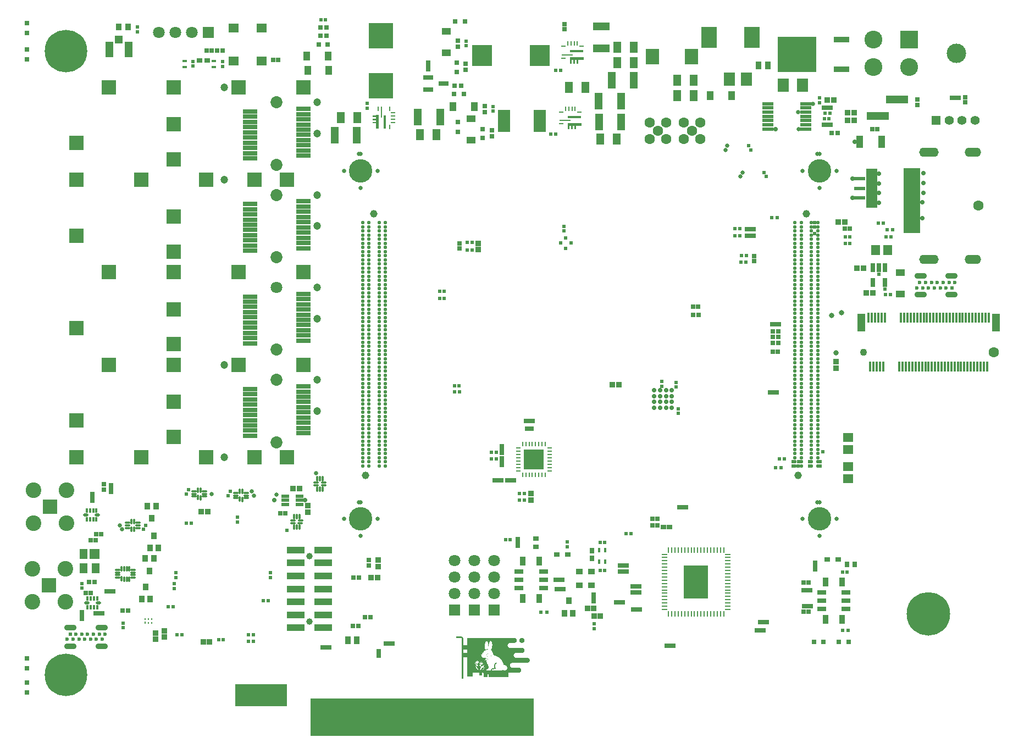
<source format=gbr>
G04*
G04 #@! TF.GenerationSoftware,Altium Limited,Altium Designer,24.2.2 (26)*
G04*
G04 Layer_Color=8388736*
%FSLAX25Y25*%
%MOIN*%
G70*
G04*
G04 #@! TF.SameCoordinates,80A8E479-4E92-43EF-BFA2-91FD1FC97BD2*
G04*
G04*
G04 #@! TF.FilePolarity,Negative*
G04*
G01*
G75*
%ADD19R,0.10827X0.03937*%
%ADD20R,0.02288X0.02016*%
%ADD21R,0.02016X0.02288*%
%ADD24R,0.07835X0.09173*%
%ADD27R,0.03150X0.03150*%
%ADD31R,0.06127X0.05727*%
%ADD34R,0.02657X0.01772*%
%ADD36R,0.01181X0.06102*%
%ADD37R,0.04724X0.10827*%
G04:AMPARAMS|DCode=39|XSize=23.62mil|YSize=9.45mil|CornerRadius=1.98mil|HoleSize=0mil|Usage=FLASHONLY|Rotation=0.000|XOffset=0mil|YOffset=0mil|HoleType=Round|Shape=RoundedRectangle|*
%AMROUNDEDRECTD39*
21,1,0.02362,0.00548,0,0,0.0*
21,1,0.01965,0.00945,0,0,0.0*
1,1,0.00397,0.00983,-0.00274*
1,1,0.00397,-0.00983,-0.00274*
1,1,0.00397,-0.00983,0.00274*
1,1,0.00397,0.00983,0.00274*
%
%ADD39ROUNDEDRECTD39*%
G04:AMPARAMS|DCode=40|XSize=9.45mil|YSize=23.62mil|CornerRadius=1.98mil|HoleSize=0mil|Usage=FLASHONLY|Rotation=0.000|XOffset=0mil|YOffset=0mil|HoleType=Round|Shape=RoundedRectangle|*
%AMROUNDEDRECTD40*
21,1,0.00945,0.01965,0,0,0.0*
21,1,0.00548,0.02362,0,0,0.0*
1,1,0.00397,0.00274,-0.00983*
1,1,0.00397,-0.00274,-0.00983*
1,1,0.00397,-0.00274,0.00983*
1,1,0.00397,0.00274,0.00983*
%
%ADD40ROUNDEDRECTD40*%
%ADD41R,0.04331X0.05315*%
%ADD42R,0.02756X0.02756*%
%ADD43R,0.02911X0.02648*%
%ADD44R,0.02816X0.02648*%
%ADD46R,0.04546X0.06717*%
%ADD47R,0.05315X0.04331*%
%ADD48R,0.02756X0.02756*%
%ADD49R,0.02648X0.02911*%
%ADD50R,0.04921X0.09843*%
%ADD51R,0.07284X0.13386*%
%ADD52C,0.01378*%
G04:AMPARAMS|DCode=53|XSize=9.84mil|YSize=23.62mil|CornerRadius=1.97mil|HoleSize=0mil|Usage=FLASHONLY|Rotation=270.000|XOffset=0mil|YOffset=0mil|HoleType=Round|Shape=RoundedRectangle|*
%AMROUNDEDRECTD53*
21,1,0.00984,0.01968,0,0,270.0*
21,1,0.00591,0.02362,0,0,270.0*
1,1,0.00394,-0.00984,-0.00295*
1,1,0.00394,-0.00984,0.00295*
1,1,0.00394,0.00984,0.00295*
1,1,0.00394,0.00984,-0.00295*
%
%ADD53ROUNDEDRECTD53*%
G04:AMPARAMS|DCode=54|XSize=23.62mil|YSize=9.84mil|CornerRadius=1.97mil|HoleSize=0mil|Usage=FLASHONLY|Rotation=270.000|XOffset=0mil|YOffset=0mil|HoleType=Round|Shape=RoundedRectangle|*
%AMROUNDEDRECTD54*
21,1,0.02362,0.00591,0,0,270.0*
21,1,0.01968,0.00984,0,0,270.0*
1,1,0.00394,-0.00295,-0.00984*
1,1,0.00394,-0.00295,0.00984*
1,1,0.00394,0.00295,0.00984*
1,1,0.00394,0.00295,-0.00984*
%
%ADD54ROUNDEDRECTD54*%
%ADD55R,0.03150X0.03150*%
%ADD56R,0.02123X0.01860*%
G04:AMPARAMS|DCode=59|XSize=9.84mil|YSize=23.62mil|CornerRadius=1.97mil|HoleSize=0mil|Usage=FLASHONLY|Rotation=180.000|XOffset=0mil|YOffset=0mil|HoleType=Round|Shape=RoundedRectangle|*
%AMROUNDEDRECTD59*
21,1,0.00984,0.01968,0,0,180.0*
21,1,0.00591,0.02362,0,0,180.0*
1,1,0.00394,-0.00295,0.00984*
1,1,0.00394,0.00295,0.00984*
1,1,0.00394,0.00295,-0.00984*
1,1,0.00394,-0.00295,-0.00984*
%
%ADD59ROUNDEDRECTD59*%
G04:AMPARAMS|DCode=60|XSize=23.62mil|YSize=9.84mil|CornerRadius=1.97mil|HoleSize=0mil|Usage=FLASHONLY|Rotation=180.000|XOffset=0mil|YOffset=0mil|HoleType=Round|Shape=RoundedRectangle|*
%AMROUNDEDRECTD60*
21,1,0.02362,0.00591,0,0,180.0*
21,1,0.01968,0.00984,0,0,180.0*
1,1,0.00394,-0.00984,0.00295*
1,1,0.00394,0.00984,0.00295*
1,1,0.00394,0.00984,-0.00295*
1,1,0.00394,-0.00984,-0.00295*
%
%ADD60ROUNDEDRECTD60*%
%ADD61R,0.02631X0.02648*%
%ADD63R,0.12299X0.12799*%
%ADD64R,0.13504X0.05000*%
%ADD66R,0.05900X0.05300*%
%ADD67R,0.09843X0.04921*%
%ADD68R,0.02648X0.02816*%
%ADD69R,0.01000X0.03200*%
%ADD70R,0.03200X0.01000*%
%ADD75R,0.01860X0.02123*%
%ADD77R,0.03740X0.02756*%
%ADD78R,0.02423X0.02254*%
%ADD79R,0.02985X0.03197*%
%ADD82R,0.03937X0.03543*%
%ADD83R,0.01772X0.02657*%
%ADD84R,0.03197X0.02985*%
%ADD97R,0.02204X0.02382*%
%ADD104R,0.09449X0.12992*%
%ADD105R,0.09800X0.03700*%
%ADD106R,0.23300X0.21700*%
%ADD108R,0.02029X0.01860*%
%ADD110C,0.02362*%
%ADD113R,0.05727X0.06127*%
%ADD114R,0.31496X0.13583*%
%ADD115R,1.35433X0.23032*%
%ADD116R,0.03359X0.03556*%
%ADD117R,0.03359X0.03162*%
%ADD118R,0.03600X0.17300*%
%ADD119R,0.03600X0.13400*%
%ADD120R,0.03556X0.04343*%
%ADD121R,0.02965X0.02769*%
G04:AMPARAMS|DCode=122|XSize=15.87mil|YSize=31.62mil|CornerRadius=5.97mil|HoleSize=0mil|Usage=FLASHONLY|Rotation=0.000|XOffset=0mil|YOffset=0mil|HoleType=Round|Shape=RoundedRectangle|*
%AMROUNDEDRECTD122*
21,1,0.01587,0.01968,0,0,0.0*
21,1,0.00394,0.03162,0,0,0.0*
1,1,0.01194,0.00197,-0.00984*
1,1,0.01194,-0.00197,-0.00984*
1,1,0.01194,-0.00197,0.00984*
1,1,0.01194,0.00197,0.00984*
%
%ADD122ROUNDEDRECTD122*%
G04:AMPARAMS|DCode=123|XSize=15.87mil|YSize=31.62mil|CornerRadius=5.97mil|HoleSize=0mil|Usage=FLASHONLY|Rotation=270.000|XOffset=0mil|YOffset=0mil|HoleType=Round|Shape=RoundedRectangle|*
%AMROUNDEDRECTD123*
21,1,0.01587,0.01968,0,0,270.0*
21,1,0.00394,0.03162,0,0,270.0*
1,1,0.01194,-0.00984,-0.00197*
1,1,0.01194,-0.00984,0.00197*
1,1,0.01194,0.00984,0.00197*
1,1,0.01194,0.00984,-0.00197*
%
%ADD123ROUNDEDRECTD123*%
G04:AMPARAMS|DCode=124|XSize=15.87mil|YSize=35.56mil|CornerRadius=5.97mil|HoleSize=0mil|Usage=FLASHONLY|Rotation=270.000|XOffset=0mil|YOffset=0mil|HoleType=Round|Shape=RoundedRectangle|*
%AMROUNDEDRECTD124*
21,1,0.01587,0.02362,0,0,270.0*
21,1,0.00394,0.03556,0,0,270.0*
1,1,0.01194,-0.01181,-0.00197*
1,1,0.01194,-0.01181,0.00197*
1,1,0.01194,0.01181,0.00197*
1,1,0.01194,0.01181,-0.00197*
%
%ADD124ROUNDEDRECTD124*%
%ADD125R,0.02572X0.02572*%
%ADD126R,0.02572X0.02572*%
%ADD127R,0.08674X0.02769*%
%ADD128R,0.03162X0.03359*%
G04:AMPARAMS|DCode=129|XSize=122.05mil|YSize=122.05mil|CornerRadius=1.83mil|HoleSize=0mil|Usage=FLASHONLY|Rotation=0.000|XOffset=0mil|YOffset=0mil|HoleType=Round|Shape=RoundedRectangle|*
%AMROUNDEDRECTD129*
21,1,0.12205,0.11839,0,0,0.0*
21,1,0.11839,0.12205,0,0,0.0*
1,1,0.00366,0.05919,-0.05919*
1,1,0.00366,-0.05919,-0.05919*
1,1,0.00366,-0.05919,0.05919*
1,1,0.00366,0.05919,0.05919*
%
%ADD129ROUNDEDRECTD129*%
%ADD130R,0.14580X0.15761*%
G04:AMPARAMS|DCode=131|XSize=15.75mil|YSize=82.68mil|CornerRadius=1.97mil|HoleSize=0mil|Usage=FLASHONLY|Rotation=270.000|XOffset=0mil|YOffset=0mil|HoleType=Round|Shape=RoundedRectangle|*
%AMROUNDEDRECTD131*
21,1,0.01575,0.07874,0,0,270.0*
21,1,0.01181,0.08268,0,0,270.0*
1,1,0.00394,-0.03937,-0.00591*
1,1,0.00394,-0.03937,0.00591*
1,1,0.00394,0.03937,0.00591*
1,1,0.00394,0.03937,-0.00591*
%
%ADD131ROUNDEDRECTD131*%
G04:AMPARAMS|DCode=132|XSize=9.84mil|YSize=66.93mil|CornerRadius=1.97mil|HoleSize=0mil|Usage=FLASHONLY|Rotation=270.000|XOffset=0mil|YOffset=0mil|HoleType=Round|Shape=RoundedRectangle|*
%AMROUNDEDRECTD132*
21,1,0.00984,0.06299,0,0,270.0*
21,1,0.00591,0.06693,0,0,270.0*
1,1,0.00394,-0.03150,-0.00295*
1,1,0.00394,-0.03150,0.00295*
1,1,0.00394,0.03150,0.00295*
1,1,0.00394,0.03150,-0.00295*
%
%ADD132ROUNDEDRECTD132*%
%ADD133R,0.06509X0.01981*%
%ADD134R,0.10249X0.01902*%
G04:AMPARAMS|DCode=135|XSize=15.75mil|YSize=82.68mil|CornerRadius=1.97mil|HoleSize=0mil|Usage=FLASHONLY|Rotation=180.000|XOffset=0mil|YOffset=0mil|HoleType=Round|Shape=RoundedRectangle|*
%AMROUNDEDRECTD135*
21,1,0.01575,0.07874,0,0,180.0*
21,1,0.01181,0.08268,0,0,180.0*
1,1,0.00394,-0.00591,0.03937*
1,1,0.00394,0.00591,0.03937*
1,1,0.00394,0.00591,-0.03937*
1,1,0.00394,-0.00591,-0.03937*
%
%ADD135ROUNDEDRECTD135*%
G04:AMPARAMS|DCode=136|XSize=9.84mil|YSize=66.93mil|CornerRadius=1.97mil|HoleSize=0mil|Usage=FLASHONLY|Rotation=180.000|XOffset=0mil|YOffset=0mil|HoleType=Round|Shape=RoundedRectangle|*
%AMROUNDEDRECTD136*
21,1,0.00984,0.06299,0,0,180.0*
21,1,0.00591,0.06693,0,0,180.0*
1,1,0.00394,-0.00295,0.03150*
1,1,0.00394,0.00295,0.03150*
1,1,0.00394,0.00295,-0.03150*
1,1,0.00394,-0.00295,-0.03150*
%
%ADD136ROUNDEDRECTD136*%
%ADD137R,0.06115X0.03162*%
%ADD138R,0.03458X0.03162*%
%ADD139R,0.15000X0.20000*%
%ADD140R,0.05315X0.02953*%
%ADD141R,0.03740X0.05315*%
%ADD142R,0.04934X0.09461*%
%ADD143R,0.04737X0.04934*%
%ADD144R,0.03556X0.04343*%
%ADD145R,0.03556X0.03359*%
%ADD146R,0.03162X0.03458*%
%ADD147R,0.02769X0.02965*%
G04:AMPARAMS|DCode=148|XSize=15.87mil|YSize=29.65mil|CornerRadius=5.97mil|HoleSize=0mil|Usage=FLASHONLY|Rotation=180.000|XOffset=0mil|YOffset=0mil|HoleType=Round|Shape=RoundedRectangle|*
%AMROUNDEDRECTD148*
21,1,0.01587,0.01772,0,0,180.0*
21,1,0.00394,0.02965,0,0,180.0*
1,1,0.01194,-0.00197,0.00886*
1,1,0.01194,0.00197,0.00886*
1,1,0.01194,0.00197,-0.00886*
1,1,0.01194,-0.00197,-0.00886*
%
%ADD148ROUNDEDRECTD148*%
G04:AMPARAMS|DCode=149|XSize=19.81mil|YSize=31.62mil|CornerRadius=5.95mil|HoleSize=0mil|Usage=FLASHONLY|Rotation=90.000|XOffset=0mil|YOffset=0mil|HoleType=Round|Shape=RoundedRectangle|*
%AMROUNDEDRECTD149*
21,1,0.01981,0.01972,0,0,90.0*
21,1,0.00791,0.03162,0,0,90.0*
1,1,0.01190,0.00986,0.00396*
1,1,0.01190,0.00986,-0.00396*
1,1,0.01190,-0.00986,-0.00396*
1,1,0.01190,-0.00986,0.00396*
%
%ADD149ROUNDEDRECTD149*%
%ADD150R,0.02965X0.03162*%
%ADD151R,0.03162X0.02965*%
%ADD152R,0.03162X0.05524*%
G04:AMPARAMS|DCode=153|XSize=15.87mil|YSize=35.56mil|CornerRadius=5.97mil|HoleSize=0mil|Usage=FLASHONLY|Rotation=180.000|XOffset=0mil|YOffset=0mil|HoleType=Round|Shape=RoundedRectangle|*
%AMROUNDEDRECTD153*
21,1,0.01587,0.02362,0,0,180.0*
21,1,0.00394,0.03556,0,0,180.0*
1,1,0.01194,-0.00197,0.01181*
1,1,0.01194,0.00197,0.01181*
1,1,0.01194,0.00197,-0.01181*
1,1,0.01194,-0.00197,-0.01181*
%
%ADD153ROUNDEDRECTD153*%
%ADD154R,0.03359X0.03359*%
%ADD155R,0.03359X0.03359*%
%ADD156R,0.03556X0.03753*%
%ADD157R,0.06706X0.08083*%
%ADD158C,0.02493*%
%ADD159C,0.02202*%
%ADD160R,0.06706X0.02375*%
G04:AMPARAMS|DCode=161|XSize=15.87mil|YSize=35.56mil|CornerRadius=5.97mil|HoleSize=0mil|Usage=FLASHONLY|Rotation=180.000|XOffset=0mil|YOffset=0mil|HoleType=Round|Shape=RoundedRectangle|*
%AMROUNDEDRECTD161*
21,1,0.01587,0.02362,0,0,180.0*
21,1,0.00394,0.03556,0,0,180.0*
1,1,0.01194,-0.00197,0.01181*
1,1,0.01194,0.00197,0.01181*
1,1,0.01194,0.00197,-0.01181*
1,1,0.01194,-0.00197,-0.01181*
%
%ADD161ROUNDEDRECTD161*%
%ADD162R,0.06312X0.06312*%
%ADD163R,0.04737X0.06312*%
%ADD164R,0.03635X0.04737*%
%ADD165R,0.06509X0.08280*%
%ADD166R,0.03989X0.07493*%
%ADD167C,0.03162*%
%ADD168R,0.04737X0.02375*%
%ADD169R,0.02965X0.02965*%
%ADD170C,0.03937*%
%ADD171C,0.07296*%
%ADD172R,0.09068X0.09068*%
%ADD173C,0.07099*%
%ADD174C,0.04737*%
%ADD175C,0.05721*%
%ADD176C,0.04331*%
%ADD177C,0.06299*%
%ADD178O,0.09855X0.05524*%
%ADD179O,0.11824X0.05524*%
%ADD180C,0.06312*%
%ADD181C,0.26391*%
G04:AMPARAMS|DCode=182|XSize=35.43mil|YSize=74.8mil|CornerRadius=17.72mil|HoleSize=0mil|Usage=FLASHONLY|Rotation=270.000|XOffset=0mil|YOffset=0mil|HoleType=Round|Shape=RoundedRectangle|*
%AMROUNDEDRECTD182*
21,1,0.03543,0.03937,0,0,270.0*
21,1,0.00000,0.07480,0,0,270.0*
1,1,0.03543,-0.01968,0.00000*
1,1,0.03543,-0.01968,0.00000*
1,1,0.03543,0.01968,0.00000*
1,1,0.03543,0.01968,0.00000*
%
%ADD182ROUNDEDRECTD182*%
%ADD183R,0.02362X0.02362*%
%ADD184R,0.07099X0.07099*%
%ADD185C,0.14186*%
%ADD186C,0.10827*%
%ADD187R,0.10827X0.10827*%
%ADD188C,0.11800*%
%ADD189R,0.05472X0.05472*%
%ADD190C,0.05472*%
%ADD191C,0.04540*%
%ADD192R,0.07099X0.07099*%
%ADD193C,0.25800*%
%ADD194C,0.06300*%
%ADD195C,0.09461*%
%ADD196R,0.08674X0.08674*%
%ADD197C,0.01600*%
%ADD198C,0.02600*%
%ADD199C,0.02800*%
%ADD200C,0.02400*%
%ADD201C,0.02769*%
G36*
X313954Y-3933D02*
X314009Y-3988D01*
X314039Y-4061D01*
X314039Y-4100D01*
Y-5281D01*
X314039D01*
Y-5320D01*
X314009Y-5392D01*
X313954Y-5448D01*
X313881Y-5478D01*
X313842D01*
X310988Y-5478D01*
X310988Y-5478D01*
X310949Y-5481D01*
X310878Y-5511D01*
X310824Y-5565D01*
X310795Y-5636D01*
X310791Y-5675D01*
Y-7485D01*
X310791Y-7485D01*
Y-7525D01*
X310761Y-7597D01*
X310705Y-7652D01*
X310633Y-7682D01*
X310003D01*
Y-7682D01*
X309964Y-7682D01*
X309892Y-7652D01*
X309837Y-7597D01*
X309807Y-7525D01*
X309807Y-7485D01*
Y-5478D01*
X308822D01*
Y-7485D01*
X308822Y-7485D01*
Y-7525D01*
X308792Y-7597D01*
X308737Y-7652D01*
X308665Y-7682D01*
X308035D01*
X308035Y-7682D01*
X307996Y-7682D01*
X307924Y-7652D01*
X307868Y-7597D01*
X307838Y-7525D01*
X307838Y-7485D01*
X307838Y-5478D01*
X306854D01*
Y-7485D01*
Y-7485D01*
X306854Y-7525D01*
X306824Y-7597D01*
X306768Y-7652D01*
X306696Y-7682D01*
X306657Y-7682D01*
X306066Y-7682D01*
X306027D01*
X305955Y-7652D01*
X305900Y-7597D01*
X305870Y-7525D01*
Y-7485D01*
X305870Y-5478D01*
X305771D01*
Y-4100D01*
X305771Y-4061D01*
X305801Y-3988D01*
X305857Y-3933D01*
X305929Y-3903D01*
X305968Y-3903D01*
X313842D01*
X313881Y-3903D01*
X313954Y-3933D01*
D02*
G37*
G36*
X189764Y-38991D02*
X189819Y-39046D01*
X189849Y-39119D01*
X189849Y-39158D01*
Y-47032D01*
Y-47032D01*
X189849Y-47071D01*
X189819Y-47144D01*
X189764Y-47199D01*
X189692Y-47229D01*
X189652Y-47229D01*
X188471Y-47229D01*
X188432D01*
X188360Y-47199D01*
X188304Y-47143D01*
X188275Y-47071D01*
Y-47032D01*
X188274Y-44178D01*
X188274D01*
X188271Y-44139D01*
X188241Y-44068D01*
X188187Y-44014D01*
X188116Y-43984D01*
X188078Y-43981D01*
X186267Y-43981D01*
X186227D01*
X186155Y-43951D01*
X186100Y-43895D01*
X186070Y-43823D01*
Y-43784D01*
Y-43193D01*
X186070Y-43193D01*
X186070Y-43154D01*
X186100Y-43082D01*
X186155Y-43027D01*
X186227Y-42996D01*
X186267Y-42996D01*
X188274Y-42996D01*
Y-42012D01*
X186267D01*
X186267Y-42012D01*
X186227D01*
X186155Y-41982D01*
X186100Y-41927D01*
X186070Y-41855D01*
Y-41815D01*
Y-41225D01*
X186070D01*
X186070Y-41186D01*
X186100Y-41113D01*
X186155Y-41058D01*
X186227Y-41028D01*
X186267Y-41028D01*
X188274D01*
Y-40044D01*
X186267D01*
X186267Y-40044D01*
X186227Y-40044D01*
X186155Y-40014D01*
X186100Y-39958D01*
X186070Y-39886D01*
X186070Y-39847D01*
X186070Y-39256D01*
Y-39217D01*
X186100Y-39145D01*
X186155Y-39090D01*
X186227Y-39059D01*
X186267D01*
X188274Y-39059D01*
Y-38961D01*
X189652D01*
Y-38961D01*
X189692Y-38961D01*
X189764Y-38991D01*
D02*
G37*
G36*
X312599Y-43815D02*
X312654Y-43870D01*
X312684Y-43943D01*
X312684Y-43982D01*
Y-45163D01*
X312684D01*
Y-45202D01*
X312654Y-45274D01*
X312599Y-45330D01*
X312526Y-45360D01*
X312487D01*
X309633Y-45360D01*
X309633Y-45360D01*
X309594Y-45364D01*
X309524Y-45393D01*
X309469Y-45447D01*
X309440Y-45518D01*
X309436Y-45557D01*
Y-47368D01*
X309436Y-47368D01*
Y-47407D01*
X309406Y-47479D01*
X309351Y-47534D01*
X309278Y-47564D01*
X308649D01*
Y-47564D01*
X308610Y-47564D01*
X308537Y-47534D01*
X308482Y-47479D01*
X308452Y-47407D01*
X308452Y-47368D01*
Y-45360D01*
X307468D01*
Y-47368D01*
X307468Y-47368D01*
Y-47407D01*
X307438Y-47479D01*
X307382Y-47534D01*
X307310Y-47564D01*
X306680D01*
X306680Y-47564D01*
X306641Y-47564D01*
X306569Y-47534D01*
X306513Y-47479D01*
X306483Y-47407D01*
X306483Y-47368D01*
X306483Y-45360D01*
X305499D01*
Y-47368D01*
Y-47368D01*
X305499Y-47407D01*
X305469Y-47479D01*
X305414Y-47534D01*
X305341Y-47564D01*
X305302Y-47564D01*
X304712Y-47564D01*
X304673D01*
X304600Y-47534D01*
X304545Y-47479D01*
X304515Y-47407D01*
Y-47368D01*
X304515Y-45360D01*
X304416D01*
Y-43982D01*
X304416Y-43943D01*
X304446Y-43870D01*
X304502Y-43815D01*
X304574Y-43785D01*
X304613Y-43785D01*
X312487D01*
X312526Y-43785D01*
X312599Y-43815D01*
D02*
G37*
G36*
X52445Y-344111D02*
X52500Y-344167D01*
X52530Y-344239D01*
Y-344278D01*
Y-345065D01*
Y-345105D01*
X52500Y-345177D01*
X52445Y-345232D01*
X52373Y-345262D01*
X51901D01*
X51828Y-345232D01*
X51773Y-345177D01*
X51743Y-345105D01*
Y-345065D01*
Y-344278D01*
Y-344239D01*
X51773Y-344167D01*
X51828Y-344111D01*
X51901Y-344081D01*
X52373D01*
X52445Y-344111D01*
D02*
G37*
G36*
X50477D02*
X50532Y-344167D01*
X50562Y-344239D01*
Y-344278D01*
Y-345065D01*
Y-345105D01*
X50532Y-345177D01*
X50477Y-345232D01*
X50404Y-345262D01*
X49932D01*
X49860Y-345232D01*
X49804Y-345177D01*
X49775Y-345105D01*
Y-345065D01*
Y-344278D01*
Y-344239D01*
X49804Y-344167D01*
X49860Y-344111D01*
X49932Y-344081D01*
X50404D01*
X50477Y-344111D01*
D02*
G37*
G36*
X48508D02*
X48564Y-344167D01*
X48593Y-344239D01*
Y-344278D01*
Y-345065D01*
Y-345105D01*
X48564Y-345177D01*
X48508Y-345232D01*
X48436Y-345262D01*
X47964D01*
X47891Y-345232D01*
X47836Y-345177D01*
X47806Y-345105D01*
Y-345065D01*
Y-344278D01*
Y-344239D01*
X47836Y-344167D01*
X47891Y-344111D01*
X47964Y-344081D01*
X48436D01*
X48508Y-344111D01*
D02*
G37*
G36*
X52445Y-346473D02*
X52500Y-346529D01*
X52530Y-346601D01*
Y-346640D01*
Y-347428D01*
Y-347467D01*
X52500Y-347539D01*
X52445Y-347595D01*
X52373Y-347624D01*
X51901D01*
X51828Y-347595D01*
X51773Y-347539D01*
X51743Y-347467D01*
Y-347428D01*
Y-346640D01*
Y-346601D01*
X51773Y-346529D01*
X51828Y-346473D01*
X51901Y-346443D01*
X52373D01*
X52445Y-346473D01*
D02*
G37*
G36*
X50477D02*
X50532Y-346529D01*
X50562Y-346601D01*
Y-346640D01*
Y-347428D01*
Y-347467D01*
X50532Y-347539D01*
X50477Y-347595D01*
X50404Y-347624D01*
X49932D01*
X49860Y-347595D01*
X49804Y-347539D01*
X49775Y-347467D01*
Y-347428D01*
Y-346640D01*
Y-346601D01*
X49804Y-346529D01*
X49860Y-346473D01*
X49932Y-346443D01*
X50404D01*
X50477Y-346473D01*
D02*
G37*
G36*
X48508Y-346276D02*
X48564Y-346332D01*
X48593Y-346404D01*
Y-346443D01*
Y-347428D01*
Y-347467D01*
X48564Y-347539D01*
X48508Y-347595D01*
X48436Y-347624D01*
X47964D01*
X47891Y-347595D01*
X47836Y-347539D01*
X47806Y-347467D01*
Y-347428D01*
Y-346443D01*
Y-346404D01*
X47836Y-346332D01*
X47891Y-346276D01*
X47964Y-346247D01*
X48436D01*
X48508Y-346276D01*
D02*
G37*
G36*
X276810Y-356141D02*
X276868D01*
Y-356151D01*
X276926D01*
Y-356160D01*
X276974D01*
Y-356170D01*
X277013D01*
Y-356180D01*
X277051D01*
Y-356189D01*
X277080D01*
Y-356199D01*
X277110D01*
Y-356209D01*
X277148D01*
Y-356219D01*
X277168D01*
Y-356228D01*
X277197D01*
Y-356238D01*
X277226D01*
Y-356247D01*
X277235D01*
Y-356257D01*
X277274D01*
Y-356267D01*
X277293D01*
Y-356276D01*
X277313D01*
Y-356286D01*
X277332D01*
Y-356296D01*
X277351D01*
Y-356306D01*
X277371D01*
Y-356315D01*
X277380D01*
Y-356325D01*
X277400D01*
Y-356334D01*
X277419D01*
Y-356344D01*
X277438D01*
Y-356354D01*
X277448D01*
Y-356364D01*
X277467D01*
Y-356373D01*
X277477D01*
Y-356383D01*
X277487D01*
Y-356393D01*
X277506D01*
Y-356402D01*
X277525D01*
Y-356412D01*
X277535D01*
Y-356422D01*
X277545D01*
Y-356431D01*
X277555D01*
Y-356441D01*
X277574D01*
Y-356451D01*
X277584D01*
Y-356460D01*
X277593D01*
Y-356470D01*
X277603D01*
Y-356480D01*
X277622D01*
Y-356489D01*
X277632D01*
Y-356499D01*
X277642D01*
Y-356509D01*
X277651D01*
Y-356518D01*
X277661D01*
Y-356528D01*
X277671D01*
Y-356538D01*
X277680D01*
Y-356547D01*
X277690D01*
Y-356557D01*
X277700D01*
Y-356567D01*
X277709D01*
Y-356576D01*
X277729D01*
Y-356586D01*
X277738D01*
Y-356596D01*
X277748D01*
Y-356605D01*
X277758D01*
Y-356615D01*
X277767D01*
Y-356625D01*
X277777D01*
Y-356644D01*
X277787D01*
Y-356654D01*
X277796D01*
Y-356663D01*
X277806D01*
Y-356673D01*
X277816D01*
Y-356683D01*
X277825D01*
Y-356702D01*
X277835D01*
Y-356712D01*
X277845D01*
Y-356731D01*
X277854D01*
Y-356741D01*
X277864D01*
Y-356750D01*
X277874D01*
Y-356760D01*
X277884D01*
Y-356780D01*
X277893D01*
Y-356789D01*
X277903D01*
Y-356799D01*
X277912D01*
Y-356818D01*
X277922D01*
Y-356838D01*
X277932D01*
Y-356857D01*
X277941D01*
Y-356867D01*
X277951D01*
Y-356886D01*
X277961D01*
Y-356905D01*
X277971D01*
Y-356925D01*
X277980D01*
Y-356944D01*
X277990D01*
Y-356963D01*
X278000D01*
Y-356973D01*
X278009D01*
Y-357002D01*
X278019D01*
Y-357012D01*
X278029D01*
Y-357041D01*
X278038D01*
Y-357060D01*
X278048D01*
Y-357080D01*
X278058D01*
Y-357118D01*
X278067D01*
Y-357137D01*
X278077D01*
Y-357176D01*
X278087D01*
Y-357186D01*
X278096D01*
Y-357225D01*
X278106D01*
Y-357263D01*
X278116D01*
Y-357292D01*
X278125D01*
Y-357360D01*
X278135D01*
Y-357389D01*
X278145D01*
Y-357505D01*
X278154D01*
Y-357737D01*
X278145D01*
Y-357863D01*
X278135D01*
Y-357902D01*
X278125D01*
Y-357960D01*
X278116D01*
Y-357979D01*
X278106D01*
Y-358037D01*
X278096D01*
Y-358066D01*
X278087D01*
Y-358086D01*
X278077D01*
Y-358124D01*
X278067D01*
Y-358144D01*
X278058D01*
Y-358173D01*
X278048D01*
Y-358192D01*
X278038D01*
Y-358221D01*
X278029D01*
Y-358240D01*
X278019D01*
Y-358260D01*
X278009D01*
Y-358279D01*
X278000D01*
Y-358289D01*
X277990D01*
Y-358318D01*
X277980D01*
Y-358337D01*
X277971D01*
Y-358356D01*
X277961D01*
Y-358376D01*
X277951D01*
Y-358385D01*
X277941D01*
Y-358405D01*
X277932D01*
Y-358424D01*
X277922D01*
Y-358434D01*
X277912D01*
Y-358443D01*
X277903D01*
Y-358463D01*
X277893D01*
Y-358482D01*
X277884D01*
Y-358492D01*
X277874D01*
Y-358511D01*
X277864D01*
Y-358521D01*
X277854D01*
Y-358531D01*
X277845D01*
Y-358550D01*
X277835D01*
Y-358560D01*
X277825D01*
Y-358569D01*
X277816D01*
Y-358579D01*
X277806D01*
Y-358589D01*
X277796D01*
Y-358608D01*
X277787D01*
Y-358618D01*
X277777D01*
Y-358627D01*
X277767D01*
Y-358637D01*
X277758D01*
Y-358647D01*
X277748D01*
Y-358656D01*
X277738D01*
Y-358666D01*
X277729D01*
Y-358676D01*
X277719D01*
Y-358685D01*
X277709D01*
Y-358695D01*
X277700D01*
Y-358705D01*
X277690D01*
Y-358714D01*
X277680D01*
Y-358724D01*
X277671D01*
Y-358734D01*
X277661D01*
Y-358743D01*
X277642D01*
Y-358753D01*
X277632D01*
Y-358763D01*
X277622D01*
Y-358772D01*
X277613D01*
Y-358782D01*
X277593D01*
Y-358792D01*
X277584D01*
Y-358802D01*
X277574D01*
Y-358811D01*
X277564D01*
Y-358821D01*
X277555D01*
Y-358830D01*
X277535D01*
Y-358840D01*
X277525D01*
Y-358850D01*
X277506D01*
Y-358859D01*
X277497D01*
Y-358869D01*
X277487D01*
Y-358879D01*
X277467D01*
Y-358889D01*
X277448D01*
Y-358898D01*
X277429D01*
Y-358908D01*
X277419D01*
Y-358917D01*
X277400D01*
Y-358927D01*
X277390D01*
Y-358937D01*
X277371D01*
Y-358947D01*
X277351D01*
Y-358956D01*
X277342D01*
Y-358966D01*
X277313D01*
Y-358976D01*
X277303D01*
Y-358985D01*
X277274D01*
Y-358995D01*
X277255D01*
Y-359005D01*
X277235D01*
Y-359014D01*
X277206D01*
Y-359024D01*
X277187D01*
Y-359034D01*
X277148D01*
Y-359043D01*
X277129D01*
Y-359053D01*
X277100D01*
Y-359063D01*
X277061D01*
Y-359072D01*
X277023D01*
Y-359082D01*
X276993D01*
Y-359092D01*
X276945D01*
Y-359101D01*
X276887D01*
Y-359111D01*
X276829D01*
Y-359121D01*
X276723D01*
Y-359130D01*
X276539D01*
Y-359121D01*
X276413D01*
Y-359111D01*
X276365D01*
Y-359101D01*
X276307D01*
Y-359092D01*
X276268D01*
Y-359082D01*
X276229D01*
Y-359072D01*
X276190D01*
Y-359063D01*
X276152D01*
Y-359053D01*
X276123D01*
Y-359043D01*
X276103D01*
Y-359034D01*
X276055D01*
Y-359024D01*
X276036D01*
Y-359014D01*
X276026D01*
Y-359005D01*
X275997D01*
Y-358995D01*
X275978D01*
Y-358985D01*
X275958D01*
Y-358976D01*
X275939D01*
Y-358966D01*
X275910D01*
Y-358956D01*
X275900D01*
Y-358947D01*
X275881D01*
Y-358937D01*
X275862D01*
Y-358927D01*
X275852D01*
Y-358917D01*
X275833D01*
Y-358908D01*
X275823D01*
Y-358898D01*
X275803D01*
Y-358889D01*
X275784D01*
Y-358879D01*
X275775D01*
Y-358869D01*
X275755D01*
Y-358859D01*
X275746D01*
Y-358850D01*
X275726D01*
Y-358830D01*
X275707D01*
Y-358821D01*
X275697D01*
Y-358811D01*
X275678D01*
Y-358802D01*
X275668D01*
Y-358792D01*
X275658D01*
Y-358782D01*
X275639D01*
Y-358772D01*
X275629D01*
Y-358763D01*
X275620D01*
Y-358753D01*
X275610D01*
Y-358743D01*
X275600D01*
Y-358734D01*
X275591D01*
Y-358724D01*
X275581D01*
Y-358714D01*
X275571D01*
Y-358705D01*
X275552D01*
Y-358695D01*
X275542D01*
Y-358676D01*
X275533D01*
Y-358666D01*
X275523D01*
Y-358656D01*
X275504D01*
Y-358647D01*
X275494D01*
Y-358627D01*
X275484D01*
Y-358618D01*
X275475D01*
Y-358608D01*
X275465D01*
Y-358598D01*
X275455D01*
Y-358589D01*
X275446D01*
Y-358579D01*
X275436D01*
Y-358569D01*
X275426D01*
Y-358550D01*
X275417D01*
Y-358540D01*
X275407D01*
Y-358521D01*
X275397D01*
Y-358511D01*
X275388D01*
Y-358502D01*
X275378D01*
Y-358492D01*
X275368D01*
Y-358472D01*
X275359D01*
Y-358463D01*
X275349D01*
Y-358443D01*
X275339D01*
Y-358424D01*
X275329D01*
Y-358415D01*
X275320D01*
Y-358395D01*
X275310D01*
Y-358385D01*
X275301D01*
Y-358366D01*
X275291D01*
Y-358347D01*
X275281D01*
Y-358337D01*
X275272D01*
Y-358308D01*
X275262D01*
Y-358298D01*
X275252D01*
Y-358269D01*
X275242D01*
Y-358260D01*
X275233D01*
Y-358231D01*
X275223D01*
Y-358211D01*
X275213D01*
Y-358202D01*
X275204D01*
Y-358163D01*
X275194D01*
Y-358144D01*
X275184D01*
Y-358115D01*
X275175D01*
Y-358086D01*
X275165D01*
Y-358066D01*
X275155D01*
Y-358018D01*
X275146D01*
Y-357989D01*
X275136D01*
Y-357941D01*
X275126D01*
Y-357902D01*
X275117D01*
Y-357815D01*
X275107D01*
Y-357757D01*
X275097D01*
Y-357534D01*
X275107D01*
Y-357428D01*
X275117D01*
Y-357360D01*
X275126D01*
Y-357302D01*
X275136D01*
Y-357263D01*
X275146D01*
Y-357244D01*
X275155D01*
Y-357196D01*
X275165D01*
Y-357167D01*
X275175D01*
Y-357137D01*
X275184D01*
Y-357108D01*
X275194D01*
Y-357099D01*
X275204D01*
Y-357060D01*
X275213D01*
Y-357041D01*
X275223D01*
Y-357012D01*
X275233D01*
Y-356992D01*
X275242D01*
Y-356983D01*
X275252D01*
Y-356963D01*
X275262D01*
Y-356944D01*
X275272D01*
Y-356925D01*
X275281D01*
Y-356905D01*
X275291D01*
Y-356886D01*
X275301D01*
Y-356876D01*
X275310D01*
Y-356857D01*
X275320D01*
Y-356838D01*
X275329D01*
Y-356828D01*
X275339D01*
Y-356809D01*
X275349D01*
Y-356799D01*
X275359D01*
Y-356780D01*
X275368D01*
Y-356770D01*
X275378D01*
Y-356760D01*
X275388D01*
Y-356741D01*
X275397D01*
Y-356731D01*
X275407D01*
Y-356712D01*
X275417D01*
Y-356702D01*
X275426D01*
Y-356693D01*
X275436D01*
Y-356683D01*
X275446D01*
Y-356673D01*
X275455D01*
Y-356663D01*
X275465D01*
Y-356644D01*
X275475D01*
Y-356634D01*
X275484D01*
Y-356625D01*
X275494D01*
Y-356615D01*
X275504D01*
Y-356605D01*
X275513D01*
Y-356596D01*
X275523D01*
Y-356586D01*
X275533D01*
Y-356576D01*
X275542D01*
Y-356567D01*
X275552D01*
Y-356557D01*
X275562D01*
Y-356547D01*
X275571D01*
Y-356538D01*
X275581D01*
Y-356528D01*
X275591D01*
Y-356518D01*
X275600D01*
Y-356509D01*
X275610D01*
Y-356499D01*
X275620D01*
Y-356489D01*
X275629D01*
Y-356480D01*
X275649D01*
Y-356470D01*
X275658D01*
Y-356460D01*
X275678D01*
Y-356441D01*
X275697D01*
Y-356431D01*
X275707D01*
Y-356422D01*
X275716D01*
Y-356412D01*
X275736D01*
Y-356402D01*
X275746D01*
Y-356393D01*
X275765D01*
Y-356383D01*
X275775D01*
Y-356373D01*
X275794D01*
Y-356364D01*
X275803D01*
Y-356354D01*
X275823D01*
Y-356344D01*
X275842D01*
Y-356334D01*
X275852D01*
Y-356325D01*
X275871D01*
Y-356315D01*
X275891D01*
Y-356306D01*
X275910D01*
Y-356296D01*
X275929D01*
Y-356286D01*
X275949D01*
Y-356276D01*
X275968D01*
Y-356267D01*
X275987D01*
Y-356257D01*
X276007D01*
Y-356247D01*
X276026D01*
Y-356238D01*
X276055D01*
Y-356228D01*
X276084D01*
Y-356219D01*
X276103D01*
Y-356209D01*
X276132D01*
Y-356199D01*
X276171D01*
Y-356189D01*
X276200D01*
Y-356180D01*
X276249D01*
Y-356170D01*
X276278D01*
Y-356160D01*
X276326D01*
Y-356151D01*
X276394D01*
Y-356141D01*
X276452D01*
Y-356131D01*
X276810D01*
Y-356141D01*
D02*
G37*
G36*
X239767Y-355261D02*
X239835D01*
Y-355270D01*
X239913D01*
Y-355280D01*
X239961D01*
Y-355290D01*
X240000D01*
Y-355299D01*
X240029D01*
Y-355309D01*
X240067D01*
Y-355319D01*
X240096D01*
Y-355328D01*
X240116D01*
Y-355338D01*
X240145D01*
Y-355348D01*
X240174D01*
Y-355358D01*
X240193D01*
Y-355367D01*
X240212D01*
Y-355377D01*
X240242D01*
Y-355386D01*
X240261D01*
Y-355396D01*
X240280D01*
Y-355406D01*
X240300D01*
Y-355416D01*
X240319D01*
Y-355425D01*
X240338D01*
Y-355435D01*
X240348D01*
Y-355445D01*
X240367D01*
Y-355454D01*
X240377D01*
Y-355464D01*
X240396D01*
Y-355474D01*
X240406D01*
Y-355483D01*
X240425D01*
Y-355493D01*
X240435D01*
Y-355503D01*
X240454D01*
Y-355512D01*
X240464D01*
Y-355522D01*
X240474D01*
Y-355532D01*
X240493D01*
Y-355541D01*
X240503D01*
Y-355551D01*
X240512D01*
Y-355561D01*
X240532D01*
Y-355570D01*
X240541D01*
Y-355580D01*
X240551D01*
Y-355590D01*
X240561D01*
Y-355599D01*
X240570D01*
Y-355609D01*
X240590D01*
Y-355619D01*
X240599D01*
Y-355628D01*
X240609D01*
Y-355638D01*
X240619D01*
Y-355648D01*
X240628D01*
Y-355657D01*
X240638D01*
Y-355667D01*
X240648D01*
Y-355677D01*
X240657D01*
Y-355686D01*
X240667D01*
Y-355706D01*
X240677D01*
Y-355715D01*
X240686D01*
Y-355725D01*
X240696D01*
Y-355735D01*
X240706D01*
Y-355744D01*
X240716D01*
Y-355754D01*
X240725D01*
Y-355764D01*
X240735D01*
Y-355783D01*
X240744D01*
Y-355793D01*
X240754D01*
Y-355802D01*
X240764D01*
Y-355822D01*
X240774D01*
Y-355832D01*
X240783D01*
Y-355851D01*
X240793D01*
Y-355860D01*
X240803D01*
Y-355880D01*
X240812D01*
Y-355899D01*
X240822D01*
Y-355909D01*
X240832D01*
Y-355919D01*
X240841D01*
Y-355948D01*
X240851D01*
Y-355957D01*
X240861D01*
Y-355977D01*
X240870D01*
Y-355996D01*
X240880D01*
Y-356006D01*
X240890D01*
Y-356035D01*
X240899D01*
Y-356044D01*
X240909D01*
Y-356073D01*
X240919D01*
Y-356093D01*
X240928D01*
Y-356122D01*
X240938D01*
Y-356141D01*
X240948D01*
Y-356160D01*
X240957D01*
Y-356189D01*
X240967D01*
Y-356209D01*
X240977D01*
Y-356257D01*
X240986D01*
Y-356286D01*
X240996D01*
Y-356334D01*
X241006D01*
Y-356373D01*
X241015D01*
Y-356422D01*
X241025D01*
Y-356547D01*
X241035D01*
Y-360494D01*
X241044D01*
Y-360524D01*
X241054D01*
Y-360533D01*
X243482D01*
Y-360524D01*
X243492D01*
Y-356141D01*
X243502D01*
Y-356131D01*
X272127D01*
Y-356141D01*
X272195D01*
Y-356151D01*
X272253D01*
Y-356160D01*
X272292D01*
Y-356170D01*
X272340D01*
Y-356180D01*
X272369D01*
Y-356189D01*
X272408D01*
Y-356199D01*
X272437D01*
Y-356209D01*
X272476D01*
Y-356219D01*
X272495D01*
Y-356228D01*
X272514D01*
Y-356238D01*
X272553D01*
Y-356247D01*
X272563D01*
Y-356257D01*
X272592D01*
Y-356267D01*
X272611D01*
Y-356276D01*
X272640D01*
Y-356286D01*
X272659D01*
Y-356296D01*
X272669D01*
Y-356306D01*
X272689D01*
Y-356315D01*
X272708D01*
Y-356325D01*
X272727D01*
Y-356334D01*
X272746D01*
Y-356344D01*
X272756D01*
Y-356354D01*
X272776D01*
Y-356364D01*
X272785D01*
Y-356373D01*
X272805D01*
Y-356383D01*
X272814D01*
Y-356393D01*
X272824D01*
Y-356402D01*
X272843D01*
Y-356412D01*
X272853D01*
Y-356422D01*
X272872D01*
Y-356431D01*
X272882D01*
Y-356441D01*
X272901D01*
Y-356451D01*
X272911D01*
Y-356460D01*
X272921D01*
Y-356470D01*
X272930D01*
Y-356480D01*
X272940D01*
Y-356489D01*
X272950D01*
Y-356499D01*
X272959D01*
Y-356509D01*
X272979D01*
Y-356518D01*
X272988D01*
Y-356528D01*
X272998D01*
Y-356538D01*
X273008D01*
Y-356547D01*
X273017D01*
Y-356557D01*
X273027D01*
Y-356567D01*
X273037D01*
Y-356576D01*
X273046D01*
Y-356586D01*
X273056D01*
Y-356596D01*
X273066D01*
Y-356605D01*
X273075D01*
Y-356615D01*
X273085D01*
Y-356625D01*
X273095D01*
Y-356634D01*
X273105D01*
Y-356644D01*
X273114D01*
Y-356654D01*
X273124D01*
Y-356663D01*
X273133D01*
Y-356683D01*
X273143D01*
Y-356693D01*
X273153D01*
Y-356702D01*
X273163D01*
Y-356712D01*
X273172D01*
Y-356731D01*
X273182D01*
Y-356741D01*
X273191D01*
Y-356750D01*
X273201D01*
Y-356770D01*
X273211D01*
Y-356780D01*
X273221D01*
Y-356799D01*
X273230D01*
Y-356809D01*
X273240D01*
Y-356828D01*
X273250D01*
Y-356838D01*
X273259D01*
Y-356857D01*
X273269D01*
Y-356876D01*
X273279D01*
Y-356896D01*
X273288D01*
Y-356915D01*
X273298D01*
Y-356925D01*
X273308D01*
Y-356944D01*
X273317D01*
Y-356963D01*
X273327D01*
Y-356983D01*
X273337D01*
Y-357012D01*
X273346D01*
Y-357031D01*
X273356D01*
Y-357050D01*
X273366D01*
Y-357070D01*
X273375D01*
Y-357099D01*
X273385D01*
Y-357118D01*
X273395D01*
Y-357157D01*
X273404D01*
Y-357176D01*
X273414D01*
Y-357215D01*
X273424D01*
Y-357244D01*
X273433D01*
Y-357292D01*
X273443D01*
Y-357321D01*
X273453D01*
Y-357389D01*
X273462D01*
Y-357437D01*
X273472D01*
Y-357505D01*
X273482D01*
Y-357737D01*
X273472D01*
Y-357805D01*
X273462D01*
Y-357882D01*
X273453D01*
Y-357931D01*
X273443D01*
Y-357960D01*
X273433D01*
Y-358018D01*
X273424D01*
Y-358037D01*
X273414D01*
Y-358076D01*
X273404D01*
Y-358095D01*
X273395D01*
Y-358124D01*
X273385D01*
Y-358163D01*
X273375D01*
Y-358182D01*
X273366D01*
Y-358211D01*
X273356D01*
Y-358221D01*
X273346D01*
Y-358250D01*
X273337D01*
Y-358269D01*
X273327D01*
Y-358289D01*
X273317D01*
Y-358308D01*
X273308D01*
Y-358327D01*
X273298D01*
Y-358347D01*
X273288D01*
Y-358366D01*
X273279D01*
Y-358385D01*
X273269D01*
Y-358405D01*
X273259D01*
Y-358415D01*
X273250D01*
Y-358424D01*
X273240D01*
Y-358453D01*
X273230D01*
Y-358463D01*
X273221D01*
Y-358472D01*
X273211D01*
Y-358482D01*
X273201D01*
Y-358502D01*
X273191D01*
Y-358521D01*
X273182D01*
Y-358531D01*
X273172D01*
Y-358540D01*
X273163D01*
Y-358550D01*
X273153D01*
Y-358569D01*
X273143D01*
Y-358579D01*
X273133D01*
Y-358589D01*
X273124D01*
Y-358598D01*
X273114D01*
Y-358608D01*
X273105D01*
Y-358618D01*
X273095D01*
Y-358627D01*
X273085D01*
Y-358647D01*
X273075D01*
Y-358656D01*
X273066D01*
Y-358666D01*
X273046D01*
Y-358685D01*
X273037D01*
Y-358695D01*
X273017D01*
Y-358714D01*
X272998D01*
Y-358724D01*
X272988D01*
Y-358734D01*
X272979D01*
Y-358743D01*
X272969D01*
Y-358753D01*
X272959D01*
Y-358763D01*
X272940D01*
Y-358772D01*
X272930D01*
Y-358782D01*
X272921D01*
Y-358792D01*
X272911D01*
Y-358802D01*
X272901D01*
Y-358811D01*
X272892D01*
Y-358821D01*
X272872D01*
Y-358830D01*
X272863D01*
Y-358840D01*
X272843D01*
Y-358850D01*
X272834D01*
Y-358859D01*
X272824D01*
Y-358869D01*
X272805D01*
Y-358879D01*
X272795D01*
Y-358889D01*
X272776D01*
Y-358898D01*
X272756D01*
Y-358908D01*
X272746D01*
Y-358917D01*
X272727D01*
Y-358927D01*
X272717D01*
Y-358937D01*
X272698D01*
Y-358947D01*
X272679D01*
Y-358956D01*
X272659D01*
Y-358966D01*
X272640D01*
Y-358976D01*
X272621D01*
Y-358985D01*
X272592D01*
Y-358995D01*
X272572D01*
Y-359005D01*
X272553D01*
Y-359014D01*
X272534D01*
Y-359024D01*
X272505D01*
Y-359034D01*
X272476D01*
Y-359043D01*
X272456D01*
Y-359053D01*
X272418D01*
Y-359063D01*
X272398D01*
Y-359072D01*
X272350D01*
Y-359082D01*
X272321D01*
Y-359092D01*
X272263D01*
Y-359101D01*
X272214D01*
Y-359111D01*
X272166D01*
Y-359121D01*
X272040D01*
Y-359130D01*
X269341D01*
Y-359140D01*
X269254D01*
Y-359150D01*
X269206D01*
Y-359159D01*
X269138D01*
Y-359169D01*
X269109D01*
Y-359179D01*
X269061D01*
Y-359188D01*
X269032D01*
Y-359198D01*
X269003D01*
Y-359208D01*
X268974D01*
Y-359217D01*
X268935D01*
Y-359227D01*
X268916D01*
Y-359237D01*
X268896D01*
Y-359246D01*
X268867D01*
Y-359256D01*
X268848D01*
Y-359266D01*
X268819D01*
Y-359276D01*
X268809D01*
Y-359285D01*
X268790D01*
Y-359295D01*
X268771D01*
Y-359304D01*
X268751D01*
Y-359314D01*
X268732D01*
Y-359324D01*
X268712D01*
Y-359333D01*
X268693D01*
Y-359343D01*
X268683D01*
Y-359353D01*
X268664D01*
Y-359363D01*
X268645D01*
Y-359372D01*
X268635D01*
Y-359382D01*
X268616D01*
Y-359392D01*
X268606D01*
Y-359401D01*
X268596D01*
Y-359411D01*
X268577D01*
Y-359421D01*
X268567D01*
Y-359430D01*
X268548D01*
Y-359440D01*
X268538D01*
Y-359450D01*
X268519D01*
Y-359459D01*
X268509D01*
Y-359469D01*
X268500D01*
Y-359479D01*
X268490D01*
Y-359488D01*
X268480D01*
Y-359498D01*
X268471D01*
Y-359508D01*
X268461D01*
Y-359517D01*
X268442D01*
Y-359527D01*
X268432D01*
Y-359537D01*
X268422D01*
Y-359546D01*
X268412D01*
Y-359556D01*
X268403D01*
Y-359566D01*
X268393D01*
Y-359575D01*
X268384D01*
Y-359585D01*
X268374D01*
Y-359595D01*
X268355D01*
Y-359614D01*
X268345D01*
Y-359624D01*
X268335D01*
Y-359633D01*
X268325D01*
Y-359643D01*
X268316D01*
Y-359653D01*
X268306D01*
Y-359662D01*
X268296D01*
Y-359672D01*
X268287D01*
Y-359692D01*
X268277D01*
Y-359701D01*
X268267D01*
Y-359711D01*
X268258D01*
Y-359730D01*
X268248D01*
Y-359740D01*
X268238D01*
Y-359750D01*
X268229D01*
Y-359759D01*
X268219D01*
Y-359778D01*
X268209D01*
Y-359798D01*
X268200D01*
Y-359808D01*
X268190D01*
Y-359827D01*
X268180D01*
Y-359837D01*
X268171D01*
Y-359856D01*
X268161D01*
Y-359866D01*
X268151D01*
Y-359885D01*
X268142D01*
Y-359904D01*
X268132D01*
Y-359924D01*
X268122D01*
Y-359933D01*
X268113D01*
Y-359953D01*
X268103D01*
Y-359972D01*
X268093D01*
Y-360001D01*
X268084D01*
Y-360011D01*
X268074D01*
Y-360040D01*
X268064D01*
Y-360059D01*
X268055D01*
Y-360078D01*
X268045D01*
Y-360107D01*
X268035D01*
Y-360127D01*
X268026D01*
Y-360166D01*
X268016D01*
Y-360185D01*
X268006D01*
Y-360214D01*
X267997D01*
Y-360253D01*
X267987D01*
Y-360272D01*
X267977D01*
Y-360340D01*
X267968D01*
Y-360359D01*
X267958D01*
Y-360446D01*
X267948D01*
Y-360533D01*
X267938D01*
Y-360581D01*
X267948D01*
Y-360591D01*
X267938D01*
Y-360620D01*
X267929D01*
Y-360649D01*
X267938D01*
Y-360756D01*
X267948D01*
Y-360833D01*
X267958D01*
Y-360910D01*
X267968D01*
Y-360939D01*
X267977D01*
Y-360998D01*
X267987D01*
Y-361027D01*
X267997D01*
Y-361065D01*
X268006D01*
Y-361085D01*
X268016D01*
Y-361114D01*
X268026D01*
Y-361152D01*
X268035D01*
Y-361162D01*
X268045D01*
Y-361201D01*
X268055D01*
Y-361220D01*
X268064D01*
Y-361239D01*
X268074D01*
Y-361268D01*
X268084D01*
Y-361278D01*
X268093D01*
Y-361307D01*
X268103D01*
Y-361317D01*
X268113D01*
Y-361346D01*
X268122D01*
Y-361355D01*
X268132D01*
Y-361385D01*
X268142D01*
Y-361394D01*
X268151D01*
Y-361414D01*
X268161D01*
Y-361433D01*
X268171D01*
Y-361442D01*
X268180D01*
Y-361452D01*
X268190D01*
Y-361472D01*
X268200D01*
Y-361491D01*
X268209D01*
Y-361501D01*
X268219D01*
Y-361510D01*
X268229D01*
Y-361520D01*
X268238D01*
Y-361530D01*
X268248D01*
Y-361549D01*
X268258D01*
Y-361568D01*
X268267D01*
Y-361578D01*
X268277D01*
Y-361588D01*
X268287D01*
Y-361597D01*
X268296D01*
Y-361607D01*
X268306D01*
Y-361626D01*
X268316D01*
Y-361636D01*
X268325D01*
Y-361646D01*
X268335D01*
Y-361655D01*
X268345D01*
Y-361665D01*
X268364D01*
Y-361684D01*
X268374D01*
Y-361694D01*
X268384D01*
Y-361704D01*
X268393D01*
Y-361713D01*
X268403D01*
Y-361723D01*
X268412D01*
Y-361733D01*
X268422D01*
Y-361742D01*
X268442D01*
Y-361752D01*
X268451D01*
Y-361762D01*
X268461D01*
Y-361771D01*
X268471D01*
Y-361781D01*
X268480D01*
Y-361791D01*
X268490D01*
Y-361800D01*
X268509D01*
Y-361810D01*
X268519D01*
Y-361820D01*
X268529D01*
Y-361829D01*
X268548D01*
Y-361839D01*
X268558D01*
Y-361849D01*
X268567D01*
Y-361859D01*
X268577D01*
Y-361868D01*
X268596D01*
Y-361878D01*
X268616D01*
Y-361888D01*
X268625D01*
Y-361897D01*
X268645D01*
Y-361907D01*
X268654D01*
Y-361916D01*
X268674D01*
Y-361926D01*
X268683D01*
Y-361936D01*
X268703D01*
Y-361946D01*
X268722D01*
Y-361955D01*
X268732D01*
Y-361965D01*
X268751D01*
Y-361975D01*
X268771D01*
Y-361984D01*
X268799D01*
Y-361994D01*
X268819D01*
Y-362004D01*
X268829D01*
Y-362013D01*
X268858D01*
Y-362023D01*
X268877D01*
Y-362033D01*
X268906D01*
Y-362042D01*
X268925D01*
Y-362052D01*
X268954D01*
Y-362062D01*
X268983D01*
Y-362071D01*
X269012D01*
Y-362081D01*
X269041D01*
Y-362091D01*
X269070D01*
Y-362100D01*
X269119D01*
Y-362110D01*
X269157D01*
Y-362120D01*
X269215D01*
Y-362129D01*
X269273D01*
Y-362139D01*
X269428D01*
Y-362149D01*
X276906D01*
Y-362158D01*
X277003D01*
Y-362168D01*
X277042D01*
Y-362178D01*
X277100D01*
Y-362187D01*
X277139D01*
Y-362197D01*
X277187D01*
Y-362207D01*
X277206D01*
Y-362216D01*
X277235D01*
Y-362226D01*
X277284D01*
Y-362236D01*
X277303D01*
Y-362245D01*
X277332D01*
Y-362255D01*
X277342D01*
Y-362265D01*
X277371D01*
Y-362275D01*
X277390D01*
Y-362284D01*
X277410D01*
Y-362294D01*
X277438D01*
Y-362303D01*
X277458D01*
Y-362313D01*
X277477D01*
Y-362323D01*
X277497D01*
Y-362333D01*
X277516D01*
Y-362342D01*
X277525D01*
Y-362352D01*
X277545D01*
Y-362362D01*
X277564D01*
Y-362371D01*
X277574D01*
Y-362381D01*
X277593D01*
Y-362390D01*
X277603D01*
Y-362400D01*
X277622D01*
Y-362410D01*
X277632D01*
Y-362420D01*
X277651D01*
Y-362429D01*
X277661D01*
Y-362439D01*
X277671D01*
Y-362449D01*
X277690D01*
Y-362458D01*
X277700D01*
Y-362468D01*
X277709D01*
Y-362478D01*
X277729D01*
Y-362487D01*
X277738D01*
Y-362497D01*
X277748D01*
Y-362507D01*
X277758D01*
Y-362516D01*
X277767D01*
Y-362526D01*
X277787D01*
Y-362536D01*
X277796D01*
Y-362545D01*
X277806D01*
Y-362555D01*
X277816D01*
Y-362565D01*
X277825D01*
Y-362574D01*
X277835D01*
Y-362584D01*
X277845D01*
Y-362594D01*
X277854D01*
Y-362603D01*
X277864D01*
Y-362613D01*
X277874D01*
Y-362623D01*
X277884D01*
Y-362632D01*
X277893D01*
Y-362652D01*
X277903D01*
Y-362661D01*
X277912D01*
Y-362671D01*
X277922D01*
Y-362681D01*
X277932D01*
Y-362690D01*
X277941D01*
Y-362700D01*
X277951D01*
Y-362710D01*
X277961D01*
Y-362719D01*
X277971D01*
Y-362739D01*
X277980D01*
Y-362749D01*
X277990D01*
Y-362758D01*
X278000D01*
Y-362777D01*
X278009D01*
Y-362787D01*
X278019D01*
Y-362797D01*
X278029D01*
Y-362816D01*
X278038D01*
Y-362836D01*
X278048D01*
Y-362845D01*
X278058D01*
Y-362865D01*
X278067D01*
Y-362874D01*
X278077D01*
Y-362894D01*
X278087D01*
Y-362913D01*
X278096D01*
Y-362923D01*
X278106D01*
Y-362942D01*
X278116D01*
Y-362952D01*
X278125D01*
Y-362981D01*
X278135D01*
Y-363000D01*
X278145D01*
Y-363019D01*
X278154D01*
Y-363039D01*
X278164D01*
Y-363058D01*
X278174D01*
Y-363087D01*
X278183D01*
Y-363106D01*
X278193D01*
Y-363136D01*
X278203D01*
Y-363145D01*
X278212D01*
Y-363184D01*
X278222D01*
Y-363223D01*
X278232D01*
Y-363261D01*
X278241D01*
Y-363300D01*
X278251D01*
Y-363329D01*
X278261D01*
Y-363397D01*
X278270D01*
Y-363435D01*
X278280D01*
Y-363561D01*
X278290D01*
Y-363716D01*
X278280D01*
Y-363851D01*
X278270D01*
Y-363900D01*
X278261D01*
Y-363967D01*
X278251D01*
Y-363997D01*
X278241D01*
Y-364035D01*
X278232D01*
Y-364074D01*
X278222D01*
Y-364103D01*
X278212D01*
Y-364142D01*
X278203D01*
Y-364161D01*
X278193D01*
Y-364190D01*
X278183D01*
Y-364209D01*
X278174D01*
Y-364238D01*
X278164D01*
Y-364258D01*
X278154D01*
Y-364267D01*
X278145D01*
Y-364296D01*
X278135D01*
Y-364306D01*
X278125D01*
Y-364335D01*
X278116D01*
Y-364354D01*
X278106D01*
Y-364364D01*
X278096D01*
Y-364383D01*
X278087D01*
Y-364393D01*
X278077D01*
Y-364412D01*
X278067D01*
Y-364432D01*
X278058D01*
Y-364451D01*
X278048D01*
Y-364461D01*
X278038D01*
Y-364471D01*
X278029D01*
Y-364490D01*
X278019D01*
Y-364509D01*
X278009D01*
Y-364519D01*
X278000D01*
Y-364528D01*
X277990D01*
Y-364548D01*
X277980D01*
Y-364558D01*
X277971D01*
Y-364567D01*
X277961D01*
Y-364577D01*
X277951D01*
Y-364596D01*
X277941D01*
Y-364606D01*
X277932D01*
Y-364616D01*
X277922D01*
Y-364625D01*
X277912D01*
Y-364635D01*
X277903D01*
Y-364645D01*
X277893D01*
Y-364654D01*
X277884D01*
Y-364664D01*
X277874D01*
Y-364683D01*
X277864D01*
Y-364693D01*
X277854D01*
Y-364703D01*
X277845D01*
Y-364712D01*
X277835D01*
Y-364722D01*
X277825D01*
Y-364732D01*
X277816D01*
Y-364741D01*
X277806D01*
Y-364751D01*
X277787D01*
Y-364761D01*
X277777D01*
Y-364770D01*
X277767D01*
Y-364780D01*
X277758D01*
Y-364790D01*
X277748D01*
Y-364799D01*
X277729D01*
Y-364809D01*
X277719D01*
Y-364819D01*
X277709D01*
Y-364828D01*
X277700D01*
Y-364838D01*
X277690D01*
Y-364848D01*
X277671D01*
Y-364858D01*
X277661D01*
Y-364867D01*
X277642D01*
Y-364877D01*
X277632D01*
Y-364886D01*
X277613D01*
Y-364896D01*
X277603D01*
Y-364906D01*
X277593D01*
Y-364915D01*
X277574D01*
Y-364925D01*
X277564D01*
Y-364935D01*
X277545D01*
Y-364945D01*
X277525D01*
Y-364954D01*
X277506D01*
Y-364964D01*
X277497D01*
Y-364973D01*
X277467D01*
Y-364983D01*
X277448D01*
Y-364993D01*
X277429D01*
Y-365003D01*
X277410D01*
Y-365012D01*
X277390D01*
Y-365022D01*
X277361D01*
Y-365032D01*
X277342D01*
Y-365041D01*
X277313D01*
Y-365051D01*
X277293D01*
Y-365061D01*
X277274D01*
Y-365070D01*
X277235D01*
Y-365080D01*
X277206D01*
Y-365090D01*
X277168D01*
Y-365099D01*
X277129D01*
Y-365109D01*
X277090D01*
Y-365119D01*
X277042D01*
Y-365128D01*
X276964D01*
Y-365138D01*
X276887D01*
Y-365148D01*
X272988D01*
Y-365157D01*
X272930D01*
Y-365167D01*
X272863D01*
Y-365177D01*
X272824D01*
Y-365186D01*
X272776D01*
Y-365196D01*
X272737D01*
Y-365206D01*
X272708D01*
Y-365215D01*
X272669D01*
Y-365225D01*
X272650D01*
Y-365235D01*
X272611D01*
Y-365244D01*
X272592D01*
Y-365254D01*
X272563D01*
Y-365264D01*
X272543D01*
Y-365273D01*
X272524D01*
Y-365283D01*
X272495D01*
Y-365293D01*
X272476D01*
Y-365302D01*
X272456D01*
Y-365312D01*
X272437D01*
Y-365322D01*
X272418D01*
Y-365332D01*
X272398D01*
Y-365341D01*
X272389D01*
Y-365351D01*
X272369D01*
Y-365360D01*
X272350D01*
Y-365370D01*
X272330D01*
Y-365380D01*
X272321D01*
Y-365389D01*
X272302D01*
Y-365399D01*
X272282D01*
Y-365409D01*
X272272D01*
Y-365419D01*
X272253D01*
Y-365428D01*
X272243D01*
Y-365438D01*
X272234D01*
Y-365448D01*
X272214D01*
Y-365457D01*
X272205D01*
Y-365467D01*
X272195D01*
Y-365477D01*
X272185D01*
Y-365486D01*
X272166D01*
Y-365496D01*
X272156D01*
Y-365506D01*
X272147D01*
Y-365515D01*
X272137D01*
Y-365525D01*
X272127D01*
Y-365535D01*
X272108D01*
Y-365544D01*
X272098D01*
Y-365554D01*
X272089D01*
Y-365564D01*
X272079D01*
Y-365573D01*
X272069D01*
Y-365583D01*
X272060D01*
Y-365593D01*
X272050D01*
Y-365602D01*
X272040D01*
Y-365612D01*
X272031D01*
Y-365622D01*
X272021D01*
Y-365631D01*
X272011D01*
Y-365641D01*
X272002D01*
Y-365651D01*
X271992D01*
Y-365660D01*
X271982D01*
Y-365670D01*
X271973D01*
Y-365689D01*
X271963D01*
Y-365699D01*
X271953D01*
Y-365709D01*
X271944D01*
Y-365718D01*
X271934D01*
Y-365728D01*
X271924D01*
Y-365738D01*
X271915D01*
Y-365757D01*
X271905D01*
Y-365767D01*
X271895D01*
Y-365786D01*
X271885D01*
Y-365796D01*
X271876D01*
Y-365815D01*
X271866D01*
Y-365825D01*
X271856D01*
Y-365834D01*
X271847D01*
Y-365854D01*
X271837D01*
Y-365864D01*
X271828D01*
Y-365883D01*
X271818D01*
Y-365902D01*
X271808D01*
Y-365922D01*
X271798D01*
Y-365931D01*
X271789D01*
Y-365951D01*
X271779D01*
Y-365970D01*
X271769D01*
Y-365989D01*
X271760D01*
Y-366009D01*
X271750D01*
Y-366018D01*
X271740D01*
Y-366047D01*
X271731D01*
Y-366067D01*
X271721D01*
Y-366086D01*
X271711D01*
Y-366115D01*
X271702D01*
Y-366125D01*
X271692D01*
Y-366163D01*
X271682D01*
Y-366193D01*
X271673D01*
Y-366221D01*
X271663D01*
Y-366250D01*
X271653D01*
Y-366289D01*
X271644D01*
Y-366328D01*
X271634D01*
Y-366386D01*
X271624D01*
Y-366434D01*
X271615D01*
Y-366521D01*
X271605D01*
Y-366647D01*
X271595D01*
Y-366676D01*
X271605D01*
Y-366812D01*
X271615D01*
Y-366879D01*
X271624D01*
Y-366947D01*
X271634D01*
Y-366986D01*
X271644D01*
Y-367015D01*
X271653D01*
Y-367054D01*
X271663D01*
Y-367092D01*
X271673D01*
Y-367131D01*
X271682D01*
Y-367160D01*
X271692D01*
Y-367179D01*
X271702D01*
Y-367199D01*
X271711D01*
Y-367228D01*
X271721D01*
Y-367257D01*
X271731D01*
Y-367266D01*
X271740D01*
Y-367295D01*
X271750D01*
Y-367305D01*
X271760D01*
Y-367324D01*
X271769D01*
Y-367344D01*
X271779D01*
Y-367363D01*
X271789D01*
Y-367382D01*
X271798D01*
Y-367392D01*
X271808D01*
Y-367411D01*
X271818D01*
Y-367421D01*
X271828D01*
Y-367441D01*
X271837D01*
Y-367460D01*
X271847D01*
Y-367470D01*
X271856D01*
Y-367489D01*
X271866D01*
Y-367498D01*
X271876D01*
Y-367518D01*
X271885D01*
Y-367528D01*
X271895D01*
Y-367547D01*
X271905D01*
Y-367557D01*
X271915D01*
Y-367576D01*
X271924D01*
Y-367586D01*
X271934D01*
Y-367595D01*
X271944D01*
Y-367605D01*
X271953D01*
Y-367624D01*
X271963D01*
Y-367634D01*
X271973D01*
Y-367644D01*
X271982D01*
Y-367653D01*
X271992D01*
Y-367663D01*
X272002D01*
Y-367673D01*
X272011D01*
Y-367682D01*
X272021D01*
Y-367692D01*
X272031D01*
Y-367702D01*
X272040D01*
Y-367711D01*
X272050D01*
Y-367721D01*
X272060D01*
Y-367731D01*
X272069D01*
Y-367740D01*
X272079D01*
Y-367750D01*
X272089D01*
Y-367760D01*
X272098D01*
Y-367769D01*
X272108D01*
Y-367779D01*
X272118D01*
Y-367789D01*
X272127D01*
Y-367798D01*
X272147D01*
Y-367808D01*
X272156D01*
Y-367818D01*
X272166D01*
Y-367827D01*
X272176D01*
Y-367837D01*
X272195D01*
Y-367847D01*
X272205D01*
Y-367856D01*
X272214D01*
Y-367866D01*
X272234D01*
Y-367876D01*
X272243D01*
Y-367885D01*
X272263D01*
Y-367895D01*
X272272D01*
Y-367905D01*
X272282D01*
Y-367915D01*
X272302D01*
Y-367924D01*
X272311D01*
Y-367934D01*
X272330D01*
Y-367944D01*
X272350D01*
Y-367953D01*
X272360D01*
Y-367963D01*
X272379D01*
Y-367972D01*
X272398D01*
Y-367982D01*
X272418D01*
Y-367992D01*
X272437D01*
Y-368002D01*
X272456D01*
Y-368011D01*
X272466D01*
Y-368021D01*
X272485D01*
Y-368031D01*
X272514D01*
Y-368040D01*
X272534D01*
Y-368050D01*
X272553D01*
Y-368060D01*
X272582D01*
Y-368069D01*
X272611D01*
Y-368079D01*
X272640D01*
Y-368089D01*
X272659D01*
Y-368098D01*
X272698D01*
Y-368108D01*
X272737D01*
Y-368118D01*
X272776D01*
Y-368127D01*
X272814D01*
Y-368137D01*
X272872D01*
Y-368147D01*
X272950D01*
Y-368156D01*
X273027D01*
Y-368166D01*
X279992D01*
Y-368176D01*
X280080D01*
Y-368185D01*
X280128D01*
Y-368195D01*
X280186D01*
Y-368205D01*
X280215D01*
Y-368214D01*
X280273D01*
Y-368224D01*
X280302D01*
Y-368234D01*
X280331D01*
Y-368243D01*
X280360D01*
Y-368253D01*
X280389D01*
Y-368263D01*
X280418D01*
Y-368272D01*
X280428D01*
Y-368282D01*
X280467D01*
Y-368292D01*
X280476D01*
Y-368301D01*
X280505D01*
Y-368311D01*
X280524D01*
Y-368321D01*
X280544D01*
Y-368331D01*
X280563D01*
Y-368340D01*
X280573D01*
Y-368350D01*
X280602D01*
Y-368359D01*
X280621D01*
Y-368369D01*
X280631D01*
Y-368379D01*
X280641D01*
Y-368389D01*
X280660D01*
Y-368398D01*
X280679D01*
Y-368408D01*
X280689D01*
Y-368418D01*
X280708D01*
Y-368427D01*
X280728D01*
Y-368437D01*
X280737D01*
Y-368447D01*
X280747D01*
Y-368456D01*
X280766D01*
Y-368466D01*
X280776D01*
Y-368476D01*
X280786D01*
Y-368485D01*
X280805D01*
Y-368495D01*
X280815D01*
Y-368505D01*
X280824D01*
Y-368514D01*
X280834D01*
Y-368524D01*
X280844D01*
Y-368534D01*
X280863D01*
Y-368543D01*
X280873D01*
Y-368553D01*
X280883D01*
Y-368563D01*
X280892D01*
Y-368572D01*
X280902D01*
Y-368582D01*
X280911D01*
Y-368592D01*
X280921D01*
Y-368601D01*
X280931D01*
Y-368611D01*
X280941D01*
Y-368621D01*
X280950D01*
Y-368630D01*
X280970D01*
Y-368650D01*
X280979D01*
Y-368659D01*
X280989D01*
Y-368669D01*
X280998D01*
Y-368679D01*
X281008D01*
Y-368688D01*
X281018D01*
Y-368698D01*
X281028D01*
Y-368708D01*
X281037D01*
Y-368717D01*
X281047D01*
Y-368737D01*
X281057D01*
Y-368746D01*
X281066D01*
Y-368756D01*
X281076D01*
Y-368776D01*
X281086D01*
Y-368785D01*
X281095D01*
Y-368805D01*
X281105D01*
Y-368814D01*
X281115D01*
Y-368824D01*
X281124D01*
Y-368843D01*
X281134D01*
Y-368853D01*
X281144D01*
Y-368872D01*
X281153D01*
Y-368882D01*
X281163D01*
Y-368901D01*
X281173D01*
Y-368911D01*
X281182D01*
Y-368930D01*
X281192D01*
Y-368950D01*
X281202D01*
Y-368969D01*
X281211D01*
Y-368979D01*
X281221D01*
Y-368998D01*
X281231D01*
Y-369027D01*
X281240D01*
Y-369046D01*
X281250D01*
Y-369066D01*
X281260D01*
Y-369095D01*
X281269D01*
Y-369114D01*
X281279D01*
Y-369143D01*
X281289D01*
Y-369162D01*
X281298D01*
Y-369192D01*
X281308D01*
Y-369220D01*
X281318D01*
Y-369269D01*
X281328D01*
Y-369288D01*
X281337D01*
Y-369337D01*
X281347D01*
Y-369375D01*
X281357D01*
Y-369433D01*
X281366D01*
Y-369511D01*
X281376D01*
Y-369820D01*
X281366D01*
Y-369888D01*
X281357D01*
Y-369956D01*
X281347D01*
Y-369994D01*
X281337D01*
Y-370033D01*
X281328D01*
Y-370072D01*
X281318D01*
Y-370111D01*
X281308D01*
Y-370140D01*
X281298D01*
Y-370159D01*
X281289D01*
Y-370198D01*
X281279D01*
Y-370227D01*
X281269D01*
Y-370236D01*
X281260D01*
Y-370256D01*
X281250D01*
Y-370285D01*
X281240D01*
Y-370294D01*
X281231D01*
Y-370323D01*
X281221D01*
Y-370343D01*
X281211D01*
Y-370372D01*
X281202D01*
Y-370391D01*
X281192D01*
Y-370401D01*
X281182D01*
Y-370430D01*
X281173D01*
Y-370439D01*
X281163D01*
Y-370459D01*
X281153D01*
Y-370468D01*
X281144D01*
Y-370488D01*
X281134D01*
Y-370497D01*
X281124D01*
Y-370507D01*
X281115D01*
Y-370527D01*
X281105D01*
Y-370536D01*
X281095D01*
Y-370546D01*
X281086D01*
Y-370555D01*
X281076D01*
Y-370575D01*
X281066D01*
Y-370585D01*
X281057D01*
Y-370594D01*
X281047D01*
Y-370614D01*
X281037D01*
Y-370623D01*
X281028D01*
Y-370633D01*
X281018D01*
Y-370643D01*
X281008D01*
Y-370652D01*
X280998D01*
Y-370672D01*
X280989D01*
Y-370681D01*
X280979D01*
Y-370691D01*
X280960D01*
Y-370701D01*
X280950D01*
Y-370710D01*
X280941D01*
Y-370730D01*
X280931D01*
Y-370739D01*
X280921D01*
Y-370749D01*
X280911D01*
Y-370759D01*
X280892D01*
Y-370768D01*
X280883D01*
Y-370778D01*
X280873D01*
Y-370788D01*
X280863D01*
Y-370797D01*
X280853D01*
Y-370807D01*
X280844D01*
Y-370817D01*
X280834D01*
Y-370826D01*
X280824D01*
Y-370836D01*
X280815D01*
Y-370846D01*
X280795D01*
Y-370855D01*
X280786D01*
Y-370865D01*
X280776D01*
Y-370875D01*
X280757D01*
Y-370884D01*
X280747D01*
Y-370894D01*
X280737D01*
Y-370904D01*
X280718D01*
Y-370914D01*
X280708D01*
Y-370923D01*
X280689D01*
Y-370933D01*
X280670D01*
Y-370942D01*
X280650D01*
Y-370952D01*
X280641D01*
Y-370962D01*
X280621D01*
Y-370971D01*
X280602D01*
Y-370981D01*
X280592D01*
Y-370991D01*
X280563D01*
Y-371001D01*
X280554D01*
Y-371010D01*
X280524D01*
Y-371020D01*
X280505D01*
Y-371030D01*
X280486D01*
Y-371039D01*
X280457D01*
Y-371049D01*
X280437D01*
Y-371059D01*
X280418D01*
Y-371068D01*
X280389D01*
Y-371078D01*
X280360D01*
Y-371088D01*
X280331D01*
Y-371097D01*
X280302D01*
Y-371107D01*
X280273D01*
Y-371117D01*
X280225D01*
Y-371126D01*
X280196D01*
Y-371136D01*
X280138D01*
Y-371146D01*
X280089D01*
Y-371155D01*
X279973D01*
Y-371165D01*
X270889D01*
Y-371175D01*
X270792D01*
Y-371184D01*
X270725D01*
Y-371194D01*
X270676D01*
Y-371204D01*
X270628D01*
Y-371213D01*
X270589D01*
Y-371223D01*
X270550D01*
Y-371233D01*
X270521D01*
Y-371242D01*
X270493D01*
Y-371252D01*
X270463D01*
Y-371262D01*
X270444D01*
Y-371271D01*
X270415D01*
Y-371281D01*
X270396D01*
Y-371291D01*
X270367D01*
Y-371300D01*
X270347D01*
Y-371310D01*
X270328D01*
Y-371320D01*
X270309D01*
Y-371329D01*
X270289D01*
Y-371339D01*
X270270D01*
Y-371349D01*
X270251D01*
Y-371358D01*
X270231D01*
Y-371368D01*
X270212D01*
Y-371378D01*
X270202D01*
Y-371388D01*
X270183D01*
Y-371397D01*
X270173D01*
Y-371407D01*
X270144D01*
Y-371416D01*
X270134D01*
Y-371426D01*
X270125D01*
Y-371436D01*
X270106D01*
Y-371445D01*
X270096D01*
Y-371455D01*
X270076D01*
Y-371465D01*
X270057D01*
Y-371475D01*
X270047D01*
Y-371484D01*
X270038D01*
Y-371494D01*
X270028D01*
Y-371504D01*
X270009D01*
Y-371513D01*
X269999D01*
Y-371523D01*
X269989D01*
Y-371533D01*
X269980D01*
Y-371542D01*
X269970D01*
Y-371552D01*
X269951D01*
Y-371571D01*
X269931D01*
Y-371581D01*
X269922D01*
Y-371591D01*
X269912D01*
Y-371600D01*
X269902D01*
Y-371610D01*
X269893D01*
Y-371620D01*
X269883D01*
Y-371629D01*
X269873D01*
Y-371639D01*
X269864D01*
Y-371649D01*
X269854D01*
Y-371658D01*
X269844D01*
Y-371668D01*
X269835D01*
Y-371687D01*
X269825D01*
Y-371697D01*
X269815D01*
Y-371707D01*
X269806D01*
Y-371716D01*
X269796D01*
Y-371726D01*
X269786D01*
Y-371745D01*
X269777D01*
Y-371755D01*
X269767D01*
Y-371765D01*
X269757D01*
Y-371774D01*
X269747D01*
Y-371784D01*
X269738D01*
Y-371803D01*
X269728D01*
Y-371813D01*
X269719D01*
Y-371832D01*
X269709D01*
Y-371842D01*
X269699D01*
Y-371862D01*
X269689D01*
Y-371881D01*
X269680D01*
Y-371890D01*
X269670D01*
Y-371910D01*
X269660D01*
Y-371920D01*
X269651D01*
Y-371939D01*
X269641D01*
Y-371958D01*
X269631D01*
Y-371968D01*
X269622D01*
Y-371987D01*
X269612D01*
Y-372007D01*
X269602D01*
Y-372026D01*
X269593D01*
Y-372045D01*
X269583D01*
Y-372065D01*
X269573D01*
Y-372084D01*
X269564D01*
Y-372113D01*
X269554D01*
Y-372132D01*
X269544D01*
Y-372152D01*
X269535D01*
Y-372190D01*
X269525D01*
Y-372210D01*
X269515D01*
Y-372249D01*
X269506D01*
Y-372268D01*
X269496D01*
Y-372306D01*
X269486D01*
Y-372355D01*
X269477D01*
Y-372403D01*
X269467D01*
Y-372452D01*
X269457D01*
Y-372558D01*
X269448D01*
Y-372810D01*
X269457D01*
Y-372897D01*
X269467D01*
Y-372955D01*
X269477D01*
Y-372993D01*
X269486D01*
Y-373032D01*
X269496D01*
Y-373071D01*
X269506D01*
Y-373110D01*
X269515D01*
Y-373138D01*
X269525D01*
Y-373167D01*
X269535D01*
Y-373197D01*
X269544D01*
Y-373216D01*
X269554D01*
Y-373245D01*
X269564D01*
Y-373264D01*
X269573D01*
Y-373284D01*
X269583D01*
Y-373313D01*
X269593D01*
Y-373332D01*
X269602D01*
Y-373351D01*
X269612D01*
Y-373371D01*
X269622D01*
Y-373390D01*
X269631D01*
Y-373400D01*
X269641D01*
Y-373409D01*
X269651D01*
Y-373438D01*
X269660D01*
Y-373448D01*
X269670D01*
Y-373467D01*
X269680D01*
Y-373477D01*
X269689D01*
Y-373497D01*
X269699D01*
Y-373506D01*
X269709D01*
Y-373526D01*
X269719D01*
Y-373535D01*
X269728D01*
Y-373545D01*
X269738D01*
Y-373564D01*
X269747D01*
Y-373574D01*
X269757D01*
Y-373584D01*
X269767D01*
Y-373603D01*
X269777D01*
Y-373612D01*
X269786D01*
Y-373622D01*
X269796D01*
Y-373642D01*
X269806D01*
Y-373651D01*
X269815D01*
Y-373661D01*
X269825D01*
Y-373671D01*
X269835D01*
Y-373680D01*
X269844D01*
Y-373690D01*
X269854D01*
Y-373709D01*
X269864D01*
Y-373719D01*
X269873D01*
Y-373729D01*
X269883D01*
Y-373738D01*
X269893D01*
Y-373748D01*
X269902D01*
Y-373758D01*
X269912D01*
Y-373767D01*
X269922D01*
Y-373777D01*
X269941D01*
Y-373787D01*
X269951D01*
Y-373796D01*
X269960D01*
Y-373806D01*
X269970D01*
Y-373816D01*
X269980D01*
Y-373825D01*
X269999D01*
Y-373835D01*
X270009D01*
Y-373845D01*
X270018D01*
Y-373854D01*
X270038D01*
Y-373864D01*
X270047D01*
Y-373874D01*
X270057D01*
Y-373883D01*
X270076D01*
Y-373893D01*
X270086D01*
Y-373903D01*
X270096D01*
Y-373912D01*
X270106D01*
Y-373922D01*
X270125D01*
Y-373932D01*
X270134D01*
Y-373941D01*
X270154D01*
Y-373951D01*
X270173D01*
Y-373961D01*
X270183D01*
Y-373971D01*
X270202D01*
Y-373980D01*
X270222D01*
Y-373990D01*
X270231D01*
Y-374000D01*
X270251D01*
Y-374009D01*
X270270D01*
Y-374019D01*
X270289D01*
Y-374028D01*
X270309D01*
Y-374038D01*
X270328D01*
Y-374048D01*
X270347D01*
Y-374058D01*
X270376D01*
Y-374067D01*
X270396D01*
Y-374077D01*
X270425D01*
Y-374087D01*
X270444D01*
Y-374096D01*
X270473D01*
Y-374106D01*
X270502D01*
Y-374116D01*
X270541D01*
Y-374125D01*
X270570D01*
Y-374135D01*
X270608D01*
Y-374145D01*
X270647D01*
Y-374154D01*
X270705D01*
Y-374164D01*
X270773D01*
Y-374174D01*
X270841D01*
Y-374183D01*
X274904D01*
Y-374193D01*
X274972D01*
Y-374203D01*
X275059D01*
Y-374212D01*
X275097D01*
Y-374222D01*
X275146D01*
Y-374232D01*
X275175D01*
Y-374241D01*
X275204D01*
Y-374251D01*
X275252D01*
Y-374261D01*
X275262D01*
Y-374270D01*
X275310D01*
Y-374280D01*
X275329D01*
Y-374290D01*
X275359D01*
Y-374299D01*
X275378D01*
Y-374309D01*
X275397D01*
Y-374319D01*
X275417D01*
Y-374328D01*
X275436D01*
Y-374338D01*
X275465D01*
Y-374348D01*
X275475D01*
Y-374357D01*
X275494D01*
Y-374367D01*
X275513D01*
Y-374377D01*
X275533D01*
Y-374387D01*
X275552D01*
Y-374396D01*
X275562D01*
Y-374406D01*
X275581D01*
Y-374415D01*
X275591D01*
Y-374425D01*
X275610D01*
Y-374435D01*
X275629D01*
Y-374445D01*
X275639D01*
Y-374454D01*
X275658D01*
Y-374464D01*
X275668D01*
Y-374474D01*
X275687D01*
Y-374483D01*
X275697D01*
Y-374493D01*
X275707D01*
Y-374503D01*
X275726D01*
Y-374512D01*
X275736D01*
Y-374522D01*
X275746D01*
Y-374532D01*
X275755D01*
Y-374541D01*
X275765D01*
Y-374551D01*
X275775D01*
Y-374561D01*
X275794D01*
Y-374570D01*
X275803D01*
Y-374580D01*
X275813D01*
Y-374590D01*
X275823D01*
Y-374599D01*
X275833D01*
Y-374609D01*
X275842D01*
Y-374619D01*
X275852D01*
Y-374628D01*
X275862D01*
Y-374638D01*
X275871D01*
Y-374648D01*
X275881D01*
Y-374657D01*
X275891D01*
Y-374667D01*
X275900D01*
Y-374677D01*
X275910D01*
Y-374686D01*
X275920D01*
Y-374696D01*
X275929D01*
Y-374706D01*
X275939D01*
Y-374725D01*
X275949D01*
Y-374735D01*
X275958D01*
Y-374744D01*
X275968D01*
Y-374754D01*
X275978D01*
Y-374764D01*
X275987D01*
Y-374783D01*
X275997D01*
Y-374793D01*
X276007D01*
Y-374802D01*
X276016D01*
Y-374822D01*
X276026D01*
Y-374832D01*
X276036D01*
Y-374841D01*
X276045D01*
Y-374851D01*
X276055D01*
Y-374870D01*
X276065D01*
Y-374889D01*
X276074D01*
Y-374909D01*
X276084D01*
Y-374919D01*
X276094D01*
Y-374938D01*
X276103D01*
Y-374957D01*
X276113D01*
Y-374967D01*
X276123D01*
Y-374986D01*
X276132D01*
Y-375006D01*
X276142D01*
Y-375025D01*
X276152D01*
Y-375044D01*
X276162D01*
Y-375073D01*
X276171D01*
Y-375093D01*
X276181D01*
Y-375112D01*
X276190D01*
Y-375131D01*
X276200D01*
Y-375160D01*
X276210D01*
Y-375189D01*
X276220D01*
Y-375209D01*
X276229D01*
Y-375238D01*
X276239D01*
Y-375267D01*
X276249D01*
Y-375315D01*
X276258D01*
Y-375354D01*
X276268D01*
Y-375402D01*
X276278D01*
Y-375460D01*
X276287D01*
Y-375528D01*
X276297D01*
Y-375838D01*
X276287D01*
Y-375915D01*
X276278D01*
Y-375973D01*
X276268D01*
Y-376012D01*
X276258D01*
Y-376060D01*
X276249D01*
Y-376099D01*
X276239D01*
Y-376137D01*
X276229D01*
Y-376167D01*
X276220D01*
Y-376196D01*
X276210D01*
Y-376215D01*
X276200D01*
Y-376244D01*
X276190D01*
Y-376273D01*
X276181D01*
Y-376292D01*
X276171D01*
Y-376321D01*
X276162D01*
Y-376341D01*
X276152D01*
Y-376360D01*
X276142D01*
Y-376379D01*
X276132D01*
Y-376399D01*
X276123D01*
Y-376428D01*
X276113D01*
Y-376437D01*
X276103D01*
Y-376457D01*
X276094D01*
Y-376476D01*
X276084D01*
Y-376486D01*
X276074D01*
Y-376505D01*
X276065D01*
Y-376515D01*
X276055D01*
Y-376544D01*
X276045D01*
Y-376554D01*
X276036D01*
Y-376573D01*
X276026D01*
Y-376583D01*
X276016D01*
Y-376592D01*
X276007D01*
Y-376611D01*
X275987D01*
Y-376631D01*
X275978D01*
Y-376641D01*
X275968D01*
Y-376660D01*
X275958D01*
Y-376670D01*
X275949D01*
Y-376679D01*
X275939D01*
Y-376689D01*
X275929D01*
Y-376708D01*
X275920D01*
Y-376718D01*
X275910D01*
Y-376728D01*
X275900D01*
Y-376737D01*
X275891D01*
Y-376747D01*
X275881D01*
Y-376757D01*
X275871D01*
Y-376766D01*
X275862D01*
Y-376776D01*
X275852D01*
Y-376786D01*
X275842D01*
Y-376805D01*
X275833D01*
Y-376815D01*
X275823D01*
Y-376824D01*
X275813D01*
Y-376834D01*
X275794D01*
Y-376844D01*
X275784D01*
Y-376853D01*
X275775D01*
Y-376863D01*
X275765D01*
Y-376873D01*
X275755D01*
Y-376882D01*
X275746D01*
Y-376892D01*
X275736D01*
Y-376902D01*
X275726D01*
Y-376911D01*
X275716D01*
Y-376921D01*
X275707D01*
Y-376931D01*
X275687D01*
Y-376940D01*
X275678D01*
Y-376950D01*
X275668D01*
Y-376960D01*
X275649D01*
Y-376970D01*
X275639D01*
Y-376979D01*
X275620D01*
Y-376989D01*
X275610D01*
Y-376998D01*
X275600D01*
Y-377008D01*
X275581D01*
Y-377018D01*
X275562D01*
Y-377028D01*
X275552D01*
Y-377037D01*
X275533D01*
Y-377047D01*
X275513D01*
Y-377057D01*
X275494D01*
Y-377066D01*
X275475D01*
Y-377076D01*
X275455D01*
Y-377086D01*
X275436D01*
Y-377095D01*
X275417D01*
Y-377105D01*
X275388D01*
Y-377115D01*
X275368D01*
Y-377124D01*
X275339D01*
Y-377134D01*
X275320D01*
Y-377144D01*
X275281D01*
Y-377153D01*
X275252D01*
Y-377163D01*
X275204D01*
Y-377173D01*
X275155D01*
Y-377182D01*
X275088D01*
Y-377192D01*
X275059D01*
Y-377182D01*
X271257D01*
Y-377192D01*
X271141D01*
Y-377182D01*
X268587D01*
Y-377192D01*
X268548D01*
Y-377202D01*
X268538D01*
Y-377211D01*
X268519D01*
Y-377221D01*
X268509D01*
Y-377231D01*
X268490D01*
Y-377250D01*
X268480D01*
Y-377260D01*
X268471D01*
Y-377269D01*
X268461D01*
Y-377279D01*
X268451D01*
Y-377289D01*
X268442D01*
Y-377318D01*
X268432D01*
Y-377337D01*
X268422D01*
Y-377424D01*
X268412D01*
Y-377463D01*
X268422D01*
Y-379572D01*
X268412D01*
Y-379620D01*
X268403D01*
Y-379630D01*
X268393D01*
Y-379668D01*
X268384D01*
Y-379678D01*
X268374D01*
Y-379688D01*
X268364D01*
Y-379698D01*
X268355D01*
Y-379707D01*
X268345D01*
Y-379717D01*
X268335D01*
Y-379727D01*
X268316D01*
Y-379736D01*
X268296D01*
Y-379746D01*
X268267D01*
Y-379756D01*
X268229D01*
Y-379765D01*
X256571D01*
Y-379756D01*
X256533D01*
Y-379746D01*
X256504D01*
Y-379736D01*
X256484D01*
Y-379727D01*
X256475D01*
Y-379717D01*
X256455D01*
Y-379707D01*
X256446D01*
Y-379698D01*
X256436D01*
Y-379688D01*
X256426D01*
Y-379678D01*
X256417D01*
Y-379659D01*
X256407D01*
Y-379640D01*
X256397D01*
Y-379610D01*
X256388D01*
Y-378227D01*
X256378D01*
Y-378188D01*
X256368D01*
Y-378159D01*
X256359D01*
Y-378150D01*
X256349D01*
Y-378130D01*
X256339D01*
Y-378121D01*
X256329D01*
Y-378101D01*
X256310D01*
Y-378092D01*
X256300D01*
Y-378082D01*
X256291D01*
Y-378072D01*
X256262D01*
Y-378063D01*
X256252D01*
Y-378053D01*
X256204D01*
Y-378043D01*
X256126D01*
Y-378053D01*
X256088D01*
Y-378063D01*
X256078D01*
Y-378072D01*
X256049D01*
Y-378082D01*
X256039D01*
Y-378092D01*
X256030D01*
Y-378101D01*
X256010D01*
Y-378111D01*
X256001D01*
Y-378121D01*
X255991D01*
Y-378140D01*
X255981D01*
Y-378150D01*
X255972D01*
Y-378169D01*
X255962D01*
Y-378208D01*
X255952D01*
Y-378256D01*
X255943D01*
Y-379630D01*
X255933D01*
Y-379649D01*
X255923D01*
Y-379668D01*
X255913D01*
Y-379678D01*
X255904D01*
Y-379688D01*
X255894D01*
Y-379698D01*
X255885D01*
Y-379707D01*
X255875D01*
Y-379717D01*
X255865D01*
Y-379727D01*
X255855D01*
Y-379736D01*
X255846D01*
Y-379746D01*
X255798D01*
Y-379756D01*
X255768D01*
Y-379765D01*
X253572D01*
Y-379756D01*
X253514D01*
Y-379746D01*
X253495D01*
Y-379736D01*
X253476D01*
Y-379727D01*
X253466D01*
Y-379717D01*
X253456D01*
Y-379707D01*
X253447D01*
Y-379698D01*
X253437D01*
Y-379688D01*
X253427D01*
Y-379678D01*
X253418D01*
Y-379668D01*
X253408D01*
Y-379649D01*
X253398D01*
Y-379630D01*
X253389D01*
Y-379610D01*
X253379D01*
Y-377540D01*
X253369D01*
Y-377511D01*
X253360D01*
Y-377482D01*
X253350D01*
Y-377444D01*
X253340D01*
Y-377424D01*
X253331D01*
Y-377405D01*
X253321D01*
Y-377395D01*
X253311D01*
Y-377376D01*
X253302D01*
Y-377366D01*
X253292D01*
Y-377347D01*
X253282D01*
Y-377337D01*
X253273D01*
Y-377327D01*
X253263D01*
Y-377318D01*
X253253D01*
Y-377308D01*
X253243D01*
Y-377298D01*
X253234D01*
Y-377289D01*
X253215D01*
Y-377279D01*
X253205D01*
Y-377269D01*
X253195D01*
Y-377260D01*
X253176D01*
Y-377250D01*
X253166D01*
Y-377240D01*
X253147D01*
Y-377231D01*
X253137D01*
Y-377221D01*
X253118D01*
Y-377211D01*
X253079D01*
Y-377202D01*
X253069D01*
Y-377192D01*
X253002D01*
Y-377182D01*
X252886D01*
Y-377192D01*
X252828D01*
Y-377202D01*
X252808D01*
Y-377211D01*
X252769D01*
Y-377221D01*
X252750D01*
Y-377231D01*
X252740D01*
Y-377240D01*
X252721D01*
Y-377250D01*
X252711D01*
Y-377260D01*
X252692D01*
Y-377269D01*
X252682D01*
Y-377279D01*
X252673D01*
Y-377289D01*
X252653D01*
Y-377298D01*
X252644D01*
Y-377308D01*
X252634D01*
Y-377318D01*
X252624D01*
Y-377327D01*
X252615D01*
Y-377337D01*
X252605D01*
Y-377356D01*
X252586D01*
Y-377376D01*
X252576D01*
Y-377395D01*
X252566D01*
Y-377414D01*
X252557D01*
Y-377434D01*
X252547D01*
Y-377453D01*
X252537D01*
Y-377482D01*
X252528D01*
Y-377521D01*
X252518D01*
Y-377550D01*
X252508D01*
Y-378740D01*
X252499D01*
Y-378759D01*
X252489D01*
Y-378779D01*
X252479D01*
Y-378798D01*
X252470D01*
Y-378807D01*
X252460D01*
Y-378817D01*
X252450D01*
Y-378827D01*
X252441D01*
Y-378837D01*
X252431D01*
Y-378846D01*
X252412D01*
Y-378856D01*
X252402D01*
Y-378866D01*
X252373D01*
Y-378875D01*
X252334D01*
Y-378885D01*
X250980D01*
Y-378875D01*
X250931D01*
Y-378866D01*
X250902D01*
Y-378856D01*
X250893D01*
Y-378846D01*
X250873D01*
Y-378837D01*
X250864D01*
Y-378827D01*
X250854D01*
Y-378817D01*
X250844D01*
Y-378807D01*
X250835D01*
Y-378788D01*
X250825D01*
Y-378779D01*
X250815D01*
Y-378759D01*
X250806D01*
Y-378740D01*
X250796D01*
Y-377347D01*
X250786D01*
Y-377327D01*
X250777D01*
Y-377298D01*
X250767D01*
Y-377289D01*
X250757D01*
Y-377269D01*
X250748D01*
Y-377260D01*
X250738D01*
Y-377240D01*
X250719D01*
Y-377231D01*
X250709D01*
Y-377221D01*
X250699D01*
Y-377211D01*
X250680D01*
Y-377202D01*
X250670D01*
Y-377192D01*
X250622D01*
Y-377182D01*
X250593D01*
Y-377173D01*
X250573D01*
Y-377182D01*
X247091D01*
Y-377192D01*
X247042D01*
Y-377202D01*
X247033D01*
Y-377211D01*
X247013D01*
Y-377221D01*
X247004D01*
Y-377231D01*
X246994D01*
Y-377240D01*
X246984D01*
Y-377250D01*
X246975D01*
Y-377260D01*
X246965D01*
Y-377269D01*
X246955D01*
Y-377279D01*
X246946D01*
Y-377298D01*
X246936D01*
Y-377318D01*
X246926D01*
Y-377347D01*
X246917D01*
Y-379330D01*
X243502D01*
Y-379320D01*
X243492D01*
Y-367731D01*
X243482D01*
Y-367721D01*
X241103D01*
Y-367731D01*
X241083D01*
Y-367721D01*
X241054D01*
Y-367731D01*
X241044D01*
Y-367760D01*
X241035D01*
Y-380762D01*
X241015D01*
Y-380771D01*
X240193D01*
Y-380762D01*
X240174D01*
Y-356693D01*
X240164D01*
Y-356596D01*
X240154D01*
Y-356567D01*
X240145D01*
Y-356528D01*
X240135D01*
Y-356509D01*
X240125D01*
Y-356480D01*
X240116D01*
Y-356460D01*
X240106D01*
Y-356441D01*
X240096D01*
Y-356422D01*
X240087D01*
Y-356412D01*
X240077D01*
Y-356393D01*
X240067D01*
Y-356373D01*
X240058D01*
Y-356364D01*
X240048D01*
Y-356354D01*
X240038D01*
Y-356344D01*
X240029D01*
Y-356325D01*
X240019D01*
Y-356315D01*
X240009D01*
Y-356306D01*
X240000D01*
Y-356296D01*
X239990D01*
Y-356286D01*
X239980D01*
Y-356276D01*
X239971D01*
Y-356267D01*
X239961D01*
Y-356257D01*
X239951D01*
Y-356247D01*
X239932D01*
Y-356238D01*
X239922D01*
Y-356228D01*
X239913D01*
Y-356219D01*
X239903D01*
Y-356209D01*
X239883D01*
Y-356199D01*
X239864D01*
Y-356189D01*
X239845D01*
Y-356180D01*
X239826D01*
Y-356170D01*
X239806D01*
Y-356160D01*
X239777D01*
Y-356151D01*
X239758D01*
Y-356141D01*
X239719D01*
Y-356131D01*
X239680D01*
Y-356122D01*
X239613D01*
Y-356112D01*
X236739D01*
Y-356093D01*
X236730D01*
Y-355261D01*
X236739D01*
Y-355251D01*
X239767D01*
Y-355261D01*
D02*
G37*
%LPC*%
G36*
X257897Y-357989D02*
X257877D01*
Y-358008D01*
X257858D01*
Y-357998D01*
X257848D01*
Y-357989D01*
X257577D01*
Y-357998D01*
X257568D01*
Y-358008D01*
X257539D01*
Y-358018D01*
X257471D01*
Y-358028D01*
X257461D01*
Y-358037D01*
X257442D01*
Y-358047D01*
X257432D01*
Y-358057D01*
X257394D01*
Y-358076D01*
X257384D01*
Y-358086D01*
X257365D01*
Y-358095D01*
X257355D01*
Y-358105D01*
X257326D01*
Y-358115D01*
X257316D01*
Y-358144D01*
X257307D01*
Y-358153D01*
X257297D01*
Y-358163D01*
X257287D01*
Y-358173D01*
X257268D01*
Y-358182D01*
X257258D01*
Y-358192D01*
X257249D01*
Y-358221D01*
X257239D01*
Y-358231D01*
X257229D01*
Y-358240D01*
X257220D01*
Y-358250D01*
X257210D01*
Y-358260D01*
X257200D01*
Y-358269D01*
X257190D01*
Y-358279D01*
X257181D01*
Y-358308D01*
X257171D01*
Y-358318D01*
X257161D01*
Y-358337D01*
X257152D01*
Y-358356D01*
X257142D01*
Y-358366D01*
X257133D01*
Y-358385D01*
X257113D01*
Y-358453D01*
X257094D01*
Y-358463D01*
X257084D01*
Y-358482D01*
X257074D01*
Y-358521D01*
X257065D01*
Y-358550D01*
X257045D01*
Y-358589D01*
X257036D01*
Y-358598D01*
X257016D01*
Y-358647D01*
X256997D01*
Y-358714D01*
X256987D01*
Y-358724D01*
X256978D01*
Y-358734D01*
X256968D01*
Y-358753D01*
X256978D01*
Y-358772D01*
X256968D01*
Y-358782D01*
X256949D01*
Y-358830D01*
X256939D01*
Y-358840D01*
X256929D01*
Y-358889D01*
X256920D01*
Y-358898D01*
X256910D01*
Y-358908D01*
X256900D01*
Y-358937D01*
X256910D01*
Y-358947D01*
X256900D01*
Y-358966D01*
X256891D01*
Y-358976D01*
X256881D01*
Y-359005D01*
X256871D01*
Y-359014D01*
X256862D01*
Y-359024D01*
X256852D01*
Y-359043D01*
X256862D01*
Y-359072D01*
X256852D01*
Y-359082D01*
X256842D01*
Y-359092D01*
X256833D01*
Y-359130D01*
X256813D01*
Y-359150D01*
X256804D01*
Y-359159D01*
X256813D01*
Y-359198D01*
X256804D01*
Y-359208D01*
X256794D01*
Y-359217D01*
X256784D01*
Y-359266D01*
X256774D01*
Y-359276D01*
X256765D01*
Y-359333D01*
X256755D01*
Y-359343D01*
X256746D01*
Y-359353D01*
X256736D01*
Y-359372D01*
X256746D01*
Y-359392D01*
X256736D01*
Y-359401D01*
X256726D01*
Y-359411D01*
X256716D01*
Y-359479D01*
X256697D01*
Y-359488D01*
X256687D01*
Y-359498D01*
X256697D01*
Y-359517D01*
X256687D01*
Y-359527D01*
X256668D01*
Y-359614D01*
X256659D01*
Y-359624D01*
X256649D01*
Y-359633D01*
X256639D01*
Y-359643D01*
X256649D01*
Y-359682D01*
X256629D01*
Y-359692D01*
X256620D01*
Y-359750D01*
X256610D01*
Y-359759D01*
X256600D01*
Y-359827D01*
X256581D01*
Y-359837D01*
X256571D01*
Y-359866D01*
X256581D01*
Y-359875D01*
X256571D01*
Y-359914D01*
X256562D01*
Y-359943D01*
X256552D01*
Y-359991D01*
X256542D01*
Y-360001D01*
X256533D01*
Y-360098D01*
X256523D01*
Y-360107D01*
X256513D01*
Y-360117D01*
Y-360127D01*
X256504D01*
Y-360166D01*
X256513D01*
Y-360224D01*
X256504D01*
Y-360243D01*
X256494D01*
Y-360253D01*
X256484D01*
Y-360311D01*
X256465D01*
Y-360417D01*
X256455D01*
Y-360427D01*
X256446D01*
Y-360436D01*
X256436D01*
Y-360533D01*
X256426D01*
Y-360543D01*
X256417D01*
Y-360640D01*
X256407D01*
Y-360649D01*
X256397D01*
Y-360669D01*
X256388D01*
Y-360727D01*
X256397D01*
Y-360746D01*
X256388D01*
Y-360765D01*
X256378D01*
Y-360775D01*
X256368D01*
Y-360901D01*
X256359D01*
Y-360910D01*
X256349D01*
Y-361046D01*
X256339D01*
Y-361055D01*
X256329D01*
Y-361065D01*
X256320D01*
Y-361239D01*
X256310D01*
Y-361249D01*
X256300D01*
Y-361423D01*
X256291D01*
Y-361433D01*
X256272D01*
Y-361733D01*
X256281D01*
Y-361742D01*
X256272D01*
Y-361762D01*
X256262D01*
Y-361771D01*
X256252D01*
Y-362594D01*
X256262D01*
Y-362603D01*
X256272D01*
Y-362623D01*
X256281D01*
Y-362642D01*
X256272D01*
Y-362932D01*
X256281D01*
Y-362942D01*
X256300D01*
Y-363048D01*
X256291D01*
Y-363068D01*
X256281D01*
Y-363077D01*
X255933D01*
Y-363087D01*
X255923D01*
Y-363097D01*
X255846D01*
Y-363106D01*
X255826D01*
Y-363116D01*
X255817D01*
Y-363126D01*
X255643D01*
Y-363136D01*
X255633D01*
Y-363145D01*
X255575D01*
Y-363155D01*
X255565D01*
Y-363164D01*
X255556D01*
Y-363174D01*
X255517D01*
Y-363164D01*
X255478D01*
Y-363174D01*
X255469D01*
Y-363184D01*
X255459D01*
Y-363193D01*
X255352D01*
Y-363203D01*
X255343D01*
Y-363213D01*
X255304D01*
Y-363232D01*
X255294D01*
Y-363242D01*
X255265D01*
Y-363232D01*
X255246D01*
Y-363242D01*
X255236D01*
Y-363251D01*
X255227D01*
Y-363261D01*
X255178D01*
Y-363271D01*
X255169D01*
Y-363281D01*
X255149D01*
Y-363290D01*
X255140D01*
Y-363281D01*
X255120D01*
Y-363290D01*
X255101D01*
Y-363300D01*
X255091D01*
Y-363310D01*
X255053D01*
Y-363319D01*
X255043D01*
Y-363329D01*
X254995D01*
Y-363339D01*
X254985D01*
Y-363348D01*
X254975D01*
Y-363358D01*
X254937D01*
Y-363368D01*
X254927D01*
Y-363377D01*
X254888D01*
Y-363387D01*
X254878D01*
Y-363397D01*
X254869D01*
Y-363406D01*
X254840D01*
Y-363416D01*
X254830D01*
Y-363426D01*
X254791D01*
Y-363445D01*
X254753D01*
Y-363455D01*
X254743D01*
Y-363464D01*
X254733D01*
Y-363474D01*
X254695D01*
Y-363484D01*
X254685D01*
Y-363493D01*
X254656D01*
Y-363513D01*
X254646D01*
Y-363522D01*
X254627D01*
Y-363513D01*
X254617D01*
Y-363522D01*
X254608D01*
Y-363532D01*
X254598D01*
Y-363542D01*
X254588D01*
Y-363551D01*
X254569D01*
Y-363561D01*
X254559D01*
Y-363551D01*
X254540D01*
Y-363561D01*
X254521D01*
Y-363580D01*
X254511D01*
Y-363590D01*
X254472D01*
Y-363600D01*
X254462D01*
Y-363610D01*
X254443D01*
Y-363629D01*
X254433D01*
Y-363638D01*
X254424D01*
Y-363629D01*
X254404D01*
Y-363638D01*
X254395D01*
Y-363658D01*
X254375D01*
Y-363677D01*
X254337D01*
Y-363687D01*
X254327D01*
Y-363697D01*
X254317D01*
Y-363706D01*
X254308D01*
Y-363716D01*
X254298D01*
Y-363726D01*
X254259D01*
Y-363745D01*
X254250D01*
Y-363755D01*
X254230D01*
Y-363774D01*
X254192D01*
Y-363784D01*
X254182D01*
Y-363793D01*
X254172D01*
Y-363803D01*
X254163D01*
Y-363813D01*
X254153D01*
Y-363822D01*
X254124D01*
Y-363832D01*
X254114D01*
Y-363842D01*
X254104D01*
Y-363851D01*
X254095D01*
Y-363861D01*
X254085D01*
Y-363871D01*
X254076D01*
Y-363880D01*
X254066D01*
Y-363890D01*
X254027D01*
Y-363909D01*
X254008D01*
Y-363919D01*
X253998D01*
Y-363938D01*
X253979D01*
Y-363958D01*
X253959D01*
Y-363977D01*
X253950D01*
Y-363987D01*
X253911D01*
Y-363997D01*
X253901D01*
Y-364006D01*
X253892D01*
Y-364016D01*
X253882D01*
Y-364025D01*
X253872D01*
Y-364035D01*
X253863D01*
Y-364045D01*
X253853D01*
Y-364054D01*
X253843D01*
Y-364064D01*
X253834D01*
Y-364074D01*
X253824D01*
Y-364084D01*
X253814D01*
Y-364093D01*
X253805D01*
Y-364103D01*
X253795D01*
Y-364113D01*
X253785D01*
Y-364122D01*
X253776D01*
Y-364132D01*
X253766D01*
Y-364142D01*
X253756D01*
Y-364151D01*
X253747D01*
Y-364161D01*
X253737D01*
Y-364171D01*
X253717D01*
Y-364180D01*
X253708D01*
Y-364190D01*
X253698D01*
Y-364200D01*
X253689D01*
Y-364209D01*
X253669D01*
Y-364219D01*
X253660D01*
Y-364238D01*
X253650D01*
Y-364258D01*
X253621D01*
Y-364267D01*
X253611D01*
Y-364296D01*
X253601D01*
Y-364306D01*
X253592D01*
Y-364316D01*
X253572D01*
Y-364325D01*
X253563D01*
Y-364345D01*
X253553D01*
Y-364354D01*
X253543D01*
Y-364364D01*
X253534D01*
Y-364374D01*
X253524D01*
Y-364383D01*
X253514D01*
Y-364393D01*
X253505D01*
Y-364403D01*
X253495D01*
Y-364412D01*
X253485D01*
Y-364422D01*
X253476D01*
Y-364432D01*
X253466D01*
Y-364471D01*
X253447D01*
Y-364490D01*
X253427D01*
Y-364499D01*
X253418D01*
Y-364509D01*
X253408D01*
Y-364519D01*
X253398D01*
Y-364538D01*
X253389D01*
Y-364548D01*
X253379D01*
Y-364577D01*
X253369D01*
Y-364587D01*
X253360D01*
Y-364596D01*
X253350D01*
Y-364606D01*
X253340D01*
Y-364616D01*
X253331D01*
Y-364645D01*
X253321D01*
Y-364654D01*
X253311D01*
Y-364664D01*
X253302D01*
Y-364674D01*
X253292D01*
Y-364683D01*
X253282D01*
Y-364703D01*
X253263D01*
Y-364741D01*
X253253D01*
Y-364751D01*
X253234D01*
Y-364780D01*
X253224D01*
Y-364790D01*
X253215D01*
Y-364819D01*
X253205D01*
Y-364828D01*
X253195D01*
Y-364848D01*
X253185D01*
Y-364867D01*
X253166D01*
Y-364886D01*
X253156D01*
Y-364915D01*
X253147D01*
Y-364945D01*
X253137D01*
Y-364954D01*
X253127D01*
Y-364964D01*
X253118D01*
Y-365022D01*
X253108D01*
Y-365032D01*
X253098D01*
Y-365051D01*
X253089D01*
Y-365061D01*
X253079D01*
Y-365070D01*
X253069D01*
Y-365109D01*
X253060D01*
Y-365119D01*
X253050D01*
Y-365138D01*
X253040D01*
Y-365148D01*
X253031D01*
Y-365157D01*
X253021D01*
Y-365167D01*
X253031D01*
Y-365177D01*
X253021D01*
Y-365186D01*
X253011D01*
Y-365196D01*
X253002D01*
Y-365206D01*
X252992D01*
Y-365215D01*
X252982D01*
Y-365254D01*
X252963D01*
Y-365264D01*
X252953D01*
Y-365302D01*
X252944D01*
Y-365312D01*
X252934D01*
Y-365322D01*
X252924D01*
Y-365332D01*
X252905D01*
Y-365370D01*
X252895D01*
Y-365380D01*
X252886D01*
Y-365389D01*
X252876D01*
Y-365399D01*
X252866D01*
Y-365409D01*
X252856D01*
Y-365419D01*
X252847D01*
Y-365428D01*
X252837D01*
Y-365457D01*
X252818D01*
Y-365448D01*
X252808D01*
Y-365438D01*
X252789D01*
Y-365428D01*
X252779D01*
Y-365419D01*
X252750D01*
Y-365409D01*
X252740D01*
Y-365399D01*
X252731D01*
Y-365389D01*
X252721D01*
Y-365380D01*
X252711D01*
Y-365370D01*
X252702D01*
Y-365351D01*
X252663D01*
Y-365341D01*
X252653D01*
Y-365332D01*
X252644D01*
Y-365322D01*
X252634D01*
Y-365312D01*
X252624D01*
Y-365302D01*
X252586D01*
Y-365283D01*
X252537D01*
Y-365264D01*
X252508D01*
Y-365254D01*
X252499D01*
Y-365244D01*
X252489D01*
Y-365235D01*
X252441D01*
Y-365215D01*
X252402D01*
Y-365206D01*
X252392D01*
Y-365196D01*
X252382D01*
Y-365186D01*
X252315D01*
Y-365177D01*
X252305D01*
Y-365167D01*
X252266D01*
Y-365157D01*
X252257D01*
Y-365148D01*
X252237D01*
Y-365138D01*
X252179D01*
Y-365148D01*
X252150D01*
Y-365138D01*
X252141D01*
Y-365119D01*
X252015D01*
Y-365109D01*
X252005D01*
Y-365099D01*
X251715D01*
Y-365119D01*
X251734D01*
Y-365128D01*
X251754D01*
Y-365119D01*
X251831D01*
Y-365128D01*
X251860D01*
Y-365138D01*
X251870D01*
Y-365148D01*
X251957D01*
Y-365167D01*
X252044D01*
Y-365177D01*
X252054D01*
Y-365186D01*
X252063D01*
Y-365196D01*
X252092D01*
Y-365186D01*
X252112D01*
Y-365196D01*
X252121D01*
Y-365206D01*
X252131D01*
Y-365215D01*
X252199D01*
Y-365225D01*
X252208D01*
Y-365235D01*
X252247D01*
Y-365244D01*
X252257D01*
Y-365254D01*
X252266D01*
Y-365264D01*
X252305D01*
Y-365273D01*
X252315D01*
Y-365283D01*
X252354D01*
Y-365293D01*
X252363D01*
Y-365302D01*
X252382D01*
Y-365312D01*
X252392D01*
Y-365322D01*
X252402D01*
Y-365332D01*
X252441D01*
Y-365341D01*
X252450D01*
Y-365360D01*
X252470D01*
Y-365351D01*
X252489D01*
Y-365370D01*
X252499D01*
Y-365380D01*
X252537D01*
Y-365389D01*
X252547D01*
Y-365399D01*
X252576D01*
Y-365409D01*
X252586D01*
Y-365419D01*
X252595D01*
Y-365428D01*
X252615D01*
Y-365438D01*
X252634D01*
Y-365448D01*
X252653D01*
Y-365467D01*
X252663D01*
Y-365477D01*
X252673D01*
Y-365467D01*
X252692D01*
Y-365477D01*
X252702D01*
Y-365486D01*
X252711D01*
Y-365496D01*
X252721D01*
Y-365506D01*
X252731D01*
Y-365515D01*
X252740D01*
Y-365525D01*
X252750D01*
Y-365573D01*
X252740D01*
Y-365583D01*
X252731D01*
Y-365593D01*
X252721D01*
Y-365602D01*
X252711D01*
Y-365612D01*
X252702D01*
Y-365622D01*
X252692D01*
Y-365631D01*
X252682D01*
Y-365641D01*
X252673D01*
Y-365660D01*
X252663D01*
Y-365680D01*
X252653D01*
Y-365699D01*
X252644D01*
Y-365709D01*
X252634D01*
Y-365718D01*
X252624D01*
Y-365728D01*
X252615D01*
Y-365738D01*
X252605D01*
Y-365747D01*
X252586D01*
Y-365767D01*
X252566D01*
Y-365786D01*
X252557D01*
Y-365796D01*
X252537D01*
Y-365806D01*
X252528D01*
Y-365815D01*
X252460D01*
Y-365806D01*
X252450D01*
Y-365796D01*
X252431D01*
Y-365786D01*
X252034D01*
Y-365796D01*
X252025D01*
Y-365806D01*
X252015D01*
Y-365815D01*
X251918D01*
Y-365825D01*
X251908D01*
Y-365834D01*
X251899D01*
Y-365844D01*
X251879D01*
Y-365834D01*
X251850D01*
Y-365844D01*
X251841D01*
Y-365854D01*
X251831D01*
Y-365864D01*
X251783D01*
Y-365873D01*
X251773D01*
Y-365883D01*
X251705D01*
Y-365902D01*
X251696D01*
Y-365912D01*
X251657D01*
Y-365931D01*
X251609D01*
Y-365951D01*
X251618D01*
Y-365960D01*
X251696D01*
Y-365951D01*
X251705D01*
Y-365941D01*
X251725D01*
Y-365931D01*
X251792D01*
Y-365922D01*
X251802D01*
Y-365912D01*
X251947D01*
Y-365902D01*
X251957D01*
Y-365893D01*
X252034D01*
Y-365883D01*
X252324D01*
Y-365893D01*
X252392D01*
Y-365902D01*
X252402D01*
Y-365941D01*
X252392D01*
Y-365951D01*
X252382D01*
Y-365960D01*
X252373D01*
Y-365970D01*
X252363D01*
Y-365980D01*
X252334D01*
Y-365989D01*
X252324D01*
Y-365999D01*
X252315D01*
Y-366009D01*
X252305D01*
Y-366018D01*
X252295D01*
Y-366028D01*
X252286D01*
Y-366038D01*
X252276D01*
Y-366047D01*
X252266D01*
Y-366057D01*
X252257D01*
Y-366067D01*
X252247D01*
Y-366076D01*
X252237D01*
Y-366086D01*
X252228D01*
Y-366096D01*
X252218D01*
Y-366105D01*
X252208D01*
Y-366115D01*
X252189D01*
Y-366125D01*
X252170D01*
Y-366134D01*
X252160D01*
Y-366144D01*
X252150D01*
Y-366154D01*
X252141D01*
Y-366163D01*
X252131D01*
Y-366173D01*
X252121D01*
Y-366183D01*
X252112D01*
Y-366193D01*
X252102D01*
Y-366202D01*
X252092D01*
Y-366212D01*
X252054D01*
Y-366221D01*
X252044D01*
Y-366250D01*
X252015D01*
Y-366260D01*
X252005D01*
Y-366280D01*
X251986D01*
Y-366289D01*
X251976D01*
Y-366299D01*
X251967D01*
Y-366309D01*
X251957D01*
Y-366473D01*
X251947D01*
Y-366483D01*
X251938D01*
Y-366512D01*
X251957D01*
Y-366599D01*
X251967D01*
Y-366609D01*
X251976D01*
Y-366618D01*
X251986D01*
Y-366628D01*
X251976D01*
Y-366695D01*
X251967D01*
Y-366705D01*
X251957D01*
Y-366715D01*
X251947D01*
Y-366725D01*
X251938D01*
Y-366734D01*
X251928D01*
Y-366744D01*
X251918D01*
Y-366754D01*
X251908D01*
Y-366763D01*
X251899D01*
Y-366773D01*
X251889D01*
Y-366792D01*
X251918D01*
Y-366802D01*
X251938D01*
Y-366792D01*
X251957D01*
Y-366773D01*
X251976D01*
Y-366763D01*
X251986D01*
Y-366744D01*
X252015D01*
Y-366763D01*
X252025D01*
Y-366783D01*
X252034D01*
Y-366792D01*
X252044D01*
Y-366802D01*
X252054D01*
Y-366831D01*
X252044D01*
Y-366841D01*
X252054D01*
Y-366860D01*
X252063D01*
Y-366870D01*
X252073D01*
Y-366908D01*
X252092D01*
Y-366918D01*
X252102D01*
Y-366937D01*
X252092D01*
Y-366966D01*
X252102D01*
Y-366976D01*
X252112D01*
Y-366986D01*
X252121D01*
Y-367024D01*
X252141D01*
Y-367073D01*
X252150D01*
Y-367083D01*
X252160D01*
Y-367102D01*
X252170D01*
Y-367121D01*
X252189D01*
Y-367170D01*
X252199D01*
Y-367179D01*
X252208D01*
Y-367199D01*
X252218D01*
Y-367228D01*
X252228D01*
Y-367237D01*
X252237D01*
Y-367276D01*
X252257D01*
Y-367324D01*
X252276D01*
Y-367334D01*
X252286D01*
Y-367363D01*
X252295D01*
Y-367373D01*
X252305D01*
Y-367411D01*
X252315D01*
Y-367421D01*
X252324D01*
Y-367460D01*
X252334D01*
Y-367470D01*
X252354D01*
Y-367489D01*
X252363D01*
Y-367498D01*
X252373D01*
Y-367528D01*
X252382D01*
Y-367537D01*
X252402D01*
Y-367566D01*
X252392D01*
Y-367576D01*
X252412D01*
Y-367586D01*
X252421D01*
Y-367605D01*
X252431D01*
Y-367615D01*
X252441D01*
Y-367644D01*
X252450D01*
Y-367653D01*
X252470D01*
Y-367692D01*
X252479D01*
Y-367702D01*
X252489D01*
Y-367721D01*
X252499D01*
Y-367740D01*
X252508D01*
Y-367750D01*
X252518D01*
Y-367769D01*
X252537D01*
Y-367808D01*
X252547D01*
Y-367818D01*
X252557D01*
Y-367827D01*
X252566D01*
Y-367837D01*
X252557D01*
Y-367856D01*
X252576D01*
Y-367866D01*
X252586D01*
Y-367876D01*
X252595D01*
Y-367885D01*
X252605D01*
Y-367895D01*
X252615D01*
Y-367905D01*
X252624D01*
Y-367915D01*
X252634D01*
Y-367924D01*
X252644D01*
Y-367934D01*
X252653D01*
Y-367944D01*
X252663D01*
Y-367953D01*
X252673D01*
Y-367963D01*
X252682D01*
Y-367972D01*
X252692D01*
Y-367982D01*
X252721D01*
Y-367992D01*
X252731D01*
Y-368002D01*
X252740D01*
Y-368011D01*
X252750D01*
Y-368021D01*
X252769D01*
Y-368031D01*
X252779D01*
Y-368040D01*
X252799D01*
Y-368050D01*
X252818D01*
Y-368060D01*
X252828D01*
Y-368069D01*
X252856D01*
Y-368079D01*
X252866D01*
Y-368089D01*
X252876D01*
Y-368098D01*
X252924D01*
Y-368108D01*
X252934D01*
Y-368118D01*
X253002D01*
Y-368137D01*
X253050D01*
Y-368147D01*
X253060D01*
Y-368156D01*
X253069D01*
Y-368166D01*
X253166D01*
Y-368176D01*
X253176D01*
Y-368185D01*
X253321D01*
Y-368195D01*
X253331D01*
Y-368205D01*
X253340D01*
Y-368214D01*
X253582D01*
Y-368205D01*
X253601D01*
Y-368214D01*
X253611D01*
Y-368224D01*
X253621D01*
Y-368234D01*
X253969D01*
Y-368243D01*
X253979D01*
Y-368253D01*
X253988D01*
Y-368263D01*
X254017D01*
Y-368253D01*
X254066D01*
Y-368263D01*
X254714D01*
Y-368253D01*
X254743D01*
Y-368272D01*
X254753D01*
Y-368282D01*
X254859D01*
Y-368301D01*
X254869D01*
Y-368311D01*
X254888D01*
Y-368301D01*
X254917D01*
Y-368311D01*
X254927D01*
Y-368321D01*
X254937D01*
Y-368331D01*
X254995D01*
Y-368340D01*
X255004D01*
Y-368350D01*
X255072D01*
Y-368369D01*
X255082D01*
Y-368379D01*
X255101D01*
Y-368389D01*
X255120D01*
Y-368398D01*
X255140D01*
Y-368418D01*
X255159D01*
Y-368437D01*
X255169D01*
Y-368447D01*
X255188D01*
Y-368456D01*
X255198D01*
Y-368466D01*
X255217D01*
Y-368476D01*
X255227D01*
Y-368495D01*
X255236D01*
Y-368505D01*
X255246D01*
Y-368514D01*
X255256D01*
Y-368543D01*
X255265D01*
Y-368553D01*
X255275D01*
Y-368640D01*
X255285D01*
Y-368650D01*
X255294D01*
Y-368659D01*
X255304D01*
Y-368688D01*
X255294D01*
Y-368843D01*
X255304D01*
Y-368911D01*
X255294D01*
Y-368921D01*
X255285D01*
Y-368930D01*
X255275D01*
Y-368998D01*
X255265D01*
Y-369017D01*
X255275D01*
Y-369056D01*
X255265D01*
Y-369075D01*
X255256D01*
Y-369143D01*
X255246D01*
Y-369153D01*
X255236D01*
Y-369230D01*
X255227D01*
Y-369240D01*
X255217D01*
Y-369250D01*
X255207D01*
Y-369307D01*
X255198D01*
Y-369317D01*
X255188D01*
Y-369501D01*
X255178D01*
Y-369511D01*
X255169D01*
Y-369530D01*
X255159D01*
Y-370207D01*
X255169D01*
Y-370227D01*
X255178D01*
Y-370236D01*
X255188D01*
Y-370430D01*
X255198D01*
Y-370449D01*
X255207D01*
Y-370546D01*
X255217D01*
Y-370555D01*
X255227D01*
Y-370575D01*
X255236D01*
Y-370672D01*
X255227D01*
Y-370759D01*
X255246D01*
Y-370768D01*
X255256D01*
Y-370788D01*
X255265D01*
Y-370797D01*
X255275D01*
Y-370865D01*
X255285D01*
Y-370884D01*
X255294D01*
Y-370923D01*
X255304D01*
Y-370971D01*
X255294D01*
Y-370981D01*
X255304D01*
Y-370991D01*
X255314D01*
Y-371001D01*
X255323D01*
Y-371059D01*
X255333D01*
Y-371068D01*
X255343D01*
Y-371078D01*
X255352D01*
Y-371097D01*
X255343D01*
Y-371126D01*
X255352D01*
Y-371136D01*
X255372D01*
Y-371194D01*
X255381D01*
Y-371204D01*
X255391D01*
Y-371271D01*
X255411D01*
Y-371281D01*
X255420D01*
Y-371310D01*
X255430D01*
Y-371320D01*
X255439D01*
Y-371378D01*
X255449D01*
Y-371388D01*
X255459D01*
Y-371407D01*
X255469D01*
Y-371416D01*
X255478D01*
Y-371426D01*
X255488D01*
Y-371484D01*
X255507D01*
Y-371523D01*
X255517D01*
Y-371533D01*
X255536D01*
Y-371571D01*
X255546D01*
Y-371581D01*
X255556D01*
Y-371620D01*
X255575D01*
Y-371629D01*
X255585D01*
Y-371668D01*
X255594D01*
Y-371678D01*
X255604D01*
Y-371716D01*
X255623D01*
Y-371755D01*
X255633D01*
Y-371765D01*
X255652D01*
Y-371803D01*
X255672D01*
Y-371852D01*
X255691D01*
Y-371862D01*
X255701D01*
Y-371881D01*
X255691D01*
Y-371890D01*
X255701D01*
Y-371900D01*
X255720D01*
Y-371920D01*
X255730D01*
Y-371929D01*
X255739D01*
Y-371968D01*
X255759D01*
Y-371978D01*
X255768D01*
Y-371997D01*
X255759D01*
Y-372007D01*
X255768D01*
Y-372016D01*
X255788D01*
Y-372036D01*
X255798D01*
Y-372045D01*
X255807D01*
Y-372074D01*
X255817D01*
Y-372084D01*
X255826D01*
Y-372094D01*
X255836D01*
Y-372132D01*
X255855D01*
Y-372171D01*
X255865D01*
Y-372181D01*
X255875D01*
Y-372190D01*
X255885D01*
Y-372200D01*
X255894D01*
Y-372210D01*
X255904D01*
Y-372239D01*
X255913D01*
Y-372249D01*
X255923D01*
Y-372258D01*
X255933D01*
Y-372277D01*
X255952D01*
Y-372316D01*
X255972D01*
Y-372355D01*
X255981D01*
Y-372365D01*
X255991D01*
Y-372374D01*
X256001D01*
Y-372403D01*
X256010D01*
Y-372413D01*
X256020D01*
Y-372432D01*
X256030D01*
Y-372452D01*
X256039D01*
Y-372461D01*
X256049D01*
Y-372481D01*
X256059D01*
Y-372490D01*
X256068D01*
Y-372529D01*
X256078D01*
Y-372539D01*
X256088D01*
Y-372568D01*
X256097D01*
Y-372577D01*
X256117D01*
Y-372626D01*
X256136D01*
Y-372674D01*
X256146D01*
Y-372684D01*
X256155D01*
Y-372732D01*
X256175D01*
Y-372742D01*
X256184D01*
Y-372761D01*
X256194D01*
Y-372771D01*
X256204D01*
Y-372810D01*
X256213D01*
Y-372819D01*
X256223D01*
Y-372829D01*
X256233D01*
Y-372877D01*
X256252D01*
Y-372916D01*
X256272D01*
Y-372964D01*
X256291D01*
Y-372974D01*
X256300D01*
Y-373042D01*
X256320D01*
Y-373080D01*
X256329D01*
Y-373090D01*
X256349D01*
Y-373129D01*
X256359D01*
Y-373138D01*
X256368D01*
Y-373187D01*
X256378D01*
Y-373197D01*
X256388D01*
Y-373206D01*
X256397D01*
Y-373226D01*
X256388D01*
Y-373235D01*
X256397D01*
Y-373245D01*
X256407D01*
Y-373255D01*
X256417D01*
Y-373322D01*
X256426D01*
Y-373332D01*
X256436D01*
Y-373380D01*
X256446D01*
Y-373390D01*
X256465D01*
Y-373467D01*
X256475D01*
Y-373487D01*
X256484D01*
Y-373535D01*
X256494D01*
Y-373545D01*
X256504D01*
Y-373564D01*
X256513D01*
Y-373612D01*
X256504D01*
Y-373642D01*
X256513D01*
Y-373651D01*
X256533D01*
Y-373719D01*
X256542D01*
Y-373738D01*
X256552D01*
Y-373912D01*
X256562D01*
Y-373922D01*
X256581D01*
Y-373951D01*
X256571D01*
Y-374096D01*
X256581D01*
Y-374106D01*
X256600D01*
Y-374415D01*
X256591D01*
Y-374425D01*
X256562D01*
Y-374435D01*
X256552D01*
Y-374454D01*
X256533D01*
Y-374474D01*
X256513D01*
Y-374493D01*
X256504D01*
Y-374503D01*
X256484D01*
Y-374522D01*
X256465D01*
Y-374532D01*
X256455D01*
Y-374541D01*
X256426D01*
Y-374551D01*
X256417D01*
Y-374561D01*
X256407D01*
Y-374570D01*
X256397D01*
Y-374580D01*
X256388D01*
Y-374590D01*
X256378D01*
Y-374599D01*
X256368D01*
Y-374619D01*
X256329D01*
Y-374628D01*
X256320D01*
Y-374638D01*
X256310D01*
Y-374648D01*
X256300D01*
Y-374657D01*
X256262D01*
Y-374667D01*
X256252D01*
Y-374677D01*
X256242D01*
Y-374686D01*
X256233D01*
Y-374696D01*
X256223D01*
Y-374706D01*
X256213D01*
Y-374715D01*
X256204D01*
Y-374735D01*
X256165D01*
Y-374744D01*
X256155D01*
Y-374754D01*
X256146D01*
Y-374764D01*
X256136D01*
Y-374773D01*
X256126D01*
Y-374783D01*
X256117D01*
Y-374793D01*
X256107D01*
Y-374802D01*
X256097D01*
Y-374812D01*
X256088D01*
Y-374822D01*
X256078D01*
Y-374832D01*
X256068D01*
Y-374841D01*
X256059D01*
Y-374851D01*
X256020D01*
Y-374870D01*
X256001D01*
Y-374880D01*
X255991D01*
Y-374889D01*
X255981D01*
Y-374909D01*
X255972D01*
Y-374919D01*
X255952D01*
Y-374928D01*
X255943D01*
Y-374938D01*
X255913D01*
Y-374948D01*
X255904D01*
Y-374957D01*
X255894D01*
Y-374967D01*
X255885D01*
Y-374977D01*
X255875D01*
Y-374986D01*
X255865D01*
Y-374996D01*
X255855D01*
Y-375006D01*
X255826D01*
Y-375015D01*
X255817D01*
Y-375025D01*
X255807D01*
Y-375035D01*
X255798D01*
Y-375044D01*
X255788D01*
Y-375054D01*
X255749D01*
Y-375073D01*
X255739D01*
Y-375083D01*
X255720D01*
Y-375102D01*
X255701D01*
Y-375112D01*
X255691D01*
Y-375122D01*
X255662D01*
Y-375131D01*
X255652D01*
Y-375141D01*
X255643D01*
Y-375151D01*
X255633D01*
Y-375160D01*
X255623D01*
Y-375170D01*
X255614D01*
Y-375180D01*
X255604D01*
Y-375189D01*
X255594D01*
Y-375199D01*
X255565D01*
Y-375189D01*
X255546D01*
Y-375199D01*
X255536D01*
Y-375209D01*
X255527D01*
Y-375218D01*
X255449D01*
Y-375228D01*
X255439D01*
Y-375238D01*
X255430D01*
Y-375248D01*
X255411D01*
Y-375238D01*
X255391D01*
Y-375248D01*
X255372D01*
Y-375267D01*
X255304D01*
Y-375276D01*
X255294D01*
Y-375286D01*
X255265D01*
Y-375296D01*
X255256D01*
Y-375306D01*
X255246D01*
Y-375315D01*
X255207D01*
Y-375335D01*
X255188D01*
Y-375354D01*
X255178D01*
Y-375363D01*
X255159D01*
Y-375354D01*
X255149D01*
Y-375363D01*
X255140D01*
Y-375383D01*
X255120D01*
Y-375393D01*
X255111D01*
Y-375402D01*
X255101D01*
Y-375412D01*
X255091D01*
Y-375422D01*
X255082D01*
Y-375431D01*
X255072D01*
Y-375441D01*
X255062D01*
Y-375451D01*
X255053D01*
Y-375460D01*
X255043D01*
Y-375518D01*
X255024D01*
Y-375867D01*
X255033D01*
Y-375876D01*
X257800D01*
Y-375867D01*
X257810D01*
Y-375847D01*
X257819D01*
Y-375838D01*
X257829D01*
Y-375828D01*
X257839D01*
Y-375780D01*
X257829D01*
Y-375770D01*
X257839D01*
Y-375760D01*
X257848D01*
Y-375750D01*
X257858D01*
Y-375673D01*
X257868D01*
Y-375663D01*
X257877D01*
Y-375654D01*
X257887D01*
Y-375625D01*
X257877D01*
Y-375605D01*
X257887D01*
Y-375596D01*
X257897D01*
Y-375586D01*
X257906D01*
Y-375480D01*
X257926D01*
Y-375470D01*
X257935D01*
Y-375451D01*
X257926D01*
Y-375373D01*
X257935D01*
Y-375363D01*
X257945D01*
Y-375344D01*
X257955D01*
Y-375325D01*
X257974D01*
Y-375257D01*
X257984D01*
Y-375248D01*
X257994D01*
Y-375218D01*
X258003D01*
Y-375209D01*
X258013D01*
Y-375189D01*
X258022D01*
Y-375170D01*
X258032D01*
Y-375160D01*
X258042D01*
Y-375131D01*
X258061D01*
Y-375122D01*
X258071D01*
Y-375102D01*
X258061D01*
Y-375093D01*
X258071D01*
Y-375083D01*
X258081D01*
Y-375073D01*
X258090D01*
Y-375064D01*
X258100D01*
Y-375054D01*
X258110D01*
Y-375035D01*
X258119D01*
Y-375015D01*
X258129D01*
Y-375006D01*
X258139D01*
Y-374996D01*
X258148D01*
Y-374986D01*
X258158D01*
Y-374967D01*
X258177D01*
Y-374957D01*
X258187D01*
Y-374948D01*
X258197D01*
Y-374938D01*
X258206D01*
Y-374919D01*
X258226D01*
Y-374899D01*
X258245D01*
Y-374889D01*
X258255D01*
Y-374870D01*
X258274D01*
Y-374851D01*
X258293D01*
Y-374832D01*
X258303D01*
Y-374822D01*
X258322D01*
Y-374802D01*
X258361D01*
Y-374793D01*
X258371D01*
Y-374783D01*
X258381D01*
Y-374773D01*
X258390D01*
Y-374764D01*
X258400D01*
Y-374754D01*
X258410D01*
Y-374744D01*
X258419D01*
Y-374735D01*
X258458D01*
Y-374715D01*
X258468D01*
Y-374706D01*
X258477D01*
Y-374715D01*
X258496D01*
Y-374706D01*
X258506D01*
Y-374696D01*
X258516D01*
Y-374686D01*
X258535D01*
Y-374677D01*
X258545D01*
Y-374667D01*
X258593D01*
Y-374648D01*
X258603D01*
Y-374638D01*
X258642D01*
Y-374628D01*
X258651D01*
Y-374619D01*
X258709D01*
Y-374609D01*
X258719D01*
Y-374599D01*
X258729D01*
Y-374590D01*
X258748D01*
Y-374599D01*
X258777D01*
Y-374590D01*
X258787D01*
Y-374570D01*
X258855D01*
Y-374551D01*
X258990D01*
Y-374541D01*
X259000D01*
Y-374522D01*
X259106D01*
Y-374512D01*
X259116D01*
Y-374503D01*
X259241D01*
Y-374493D01*
X259251D01*
Y-374483D01*
X259261D01*
Y-374474D01*
X259280D01*
Y-374483D01*
X259338D01*
Y-374474D01*
X259358D01*
Y-374464D01*
X259367D01*
Y-374454D01*
X259512D01*
Y-374445D01*
X259522D01*
Y-374435D01*
X259619D01*
Y-374425D01*
X259628D01*
Y-374415D01*
X259638D01*
Y-374406D01*
X259754D01*
Y-374396D01*
X259764D01*
Y-374387D01*
X259861D01*
Y-374377D01*
X259880D01*
Y-374367D01*
X259899D01*
Y-374357D01*
X259967D01*
Y-374348D01*
X259977D01*
Y-374338D01*
X259967D01*
Y-374319D01*
X259977D01*
Y-374299D01*
X259967D01*
Y-374290D01*
X259948D01*
Y-374251D01*
X259938D01*
Y-374241D01*
X259928D01*
Y-374232D01*
X259919D01*
Y-374222D01*
X259928D01*
Y-374193D01*
X259919D01*
Y-374183D01*
X259909D01*
Y-374174D01*
X259899D01*
Y-374135D01*
X259890D01*
Y-374125D01*
X259880D01*
Y-374077D01*
X259870D01*
Y-374067D01*
X259861D01*
Y-374058D01*
X259851D01*
Y-374009D01*
X259841D01*
Y-374000D01*
X259832D01*
Y-373922D01*
X259812D01*
Y-373903D01*
X259803D01*
Y-373883D01*
X259812D01*
Y-373835D01*
X259803D01*
Y-373825D01*
X259783D01*
Y-373709D01*
X259773D01*
Y-373700D01*
X259764D01*
Y-373584D01*
X259754D01*
Y-373574D01*
X259745D01*
Y-373564D01*
X259735D01*
Y-372858D01*
X259754D01*
Y-372848D01*
X259764D01*
Y-372713D01*
X259783D01*
Y-372597D01*
X259803D01*
Y-372587D01*
X259812D01*
Y-372539D01*
X259803D01*
Y-372519D01*
X259812D01*
Y-372510D01*
X259822D01*
Y-372500D01*
X259832D01*
Y-372413D01*
X259851D01*
Y-372394D01*
X259861D01*
Y-372374D01*
X259851D01*
Y-372345D01*
X259870D01*
Y-372336D01*
X259880D01*
Y-372277D01*
X259890D01*
Y-372268D01*
X259899D01*
Y-372229D01*
X259919D01*
Y-372219D01*
X259928D01*
Y-372181D01*
X259919D01*
Y-372161D01*
X259928D01*
Y-372152D01*
X259948D01*
Y-372113D01*
X259967D01*
Y-372103D01*
X259977D01*
Y-372094D01*
X259967D01*
Y-372074D01*
X259977D01*
Y-372065D01*
X259986D01*
Y-372055D01*
X259996D01*
Y-372016D01*
X260015D01*
Y-371968D01*
X260035D01*
Y-371949D01*
X260044D01*
Y-371910D01*
X260054D01*
Y-371900D01*
X260064D01*
Y-371881D01*
X260073D01*
Y-371871D01*
X260083D01*
Y-371832D01*
X260102D01*
Y-371823D01*
X260112D01*
Y-371794D01*
X260132D01*
Y-371765D01*
X260141D01*
Y-371745D01*
X260151D01*
Y-371726D01*
X260160D01*
Y-371716D01*
X260170D01*
Y-371707D01*
X260180D01*
Y-371697D01*
X260190D01*
Y-371687D01*
X260199D01*
Y-371649D01*
X260219D01*
Y-371639D01*
X260228D01*
Y-371629D01*
X260238D01*
Y-371620D01*
X260248D01*
Y-371600D01*
X260267D01*
Y-371591D01*
X260277D01*
Y-371571D01*
X260286D01*
Y-371552D01*
X260296D01*
Y-371533D01*
X260306D01*
Y-371523D01*
X260315D01*
Y-371513D01*
X260325D01*
Y-371504D01*
X260335D01*
Y-371494D01*
X260344D01*
Y-371484D01*
X260354D01*
Y-371475D01*
X260364D01*
Y-371465D01*
X260373D01*
Y-371455D01*
X260383D01*
Y-371445D01*
X260393D01*
Y-371436D01*
X260402D01*
Y-371426D01*
X260412D01*
Y-371416D01*
X260431D01*
Y-371407D01*
X260441D01*
Y-371397D01*
X260451D01*
Y-371378D01*
X260460D01*
Y-371368D01*
X260470D01*
Y-371358D01*
X260480D01*
Y-371349D01*
X260489D01*
Y-371339D01*
X260499D01*
Y-371329D01*
X260509D01*
Y-371320D01*
X260518D01*
Y-371310D01*
X260528D01*
Y-371300D01*
X260567D01*
Y-371291D01*
X260577D01*
Y-371271D01*
X260596D01*
Y-371252D01*
X260615D01*
Y-371242D01*
X260625D01*
Y-371233D01*
X260634D01*
Y-371223D01*
X260644D01*
Y-371204D01*
X260683D01*
Y-371194D01*
X260693D01*
Y-371184D01*
X260702D01*
Y-371175D01*
X260712D01*
Y-371165D01*
X260722D01*
Y-371155D01*
X260751D01*
Y-371146D01*
X260760D01*
Y-371136D01*
X260780D01*
Y-371117D01*
X260789D01*
Y-371107D01*
X260809D01*
Y-371117D01*
X260818D01*
Y-371107D01*
X260828D01*
Y-371097D01*
X260838D01*
Y-371088D01*
X260847D01*
Y-371078D01*
X260857D01*
Y-371068D01*
X260896D01*
Y-371059D01*
X260905D01*
Y-371049D01*
X260925D01*
Y-371039D01*
X260944D01*
Y-371020D01*
X260993D01*
Y-371001D01*
X261012D01*
Y-370991D01*
X261070D01*
Y-370981D01*
X261080D01*
Y-370971D01*
X261167D01*
Y-370981D01*
X261176D01*
Y-370991D01*
X261215D01*
Y-371001D01*
X261225D01*
Y-371020D01*
X261273D01*
Y-371039D01*
X261312D01*
Y-371059D01*
X261321D01*
Y-371068D01*
X261341D01*
Y-371107D01*
X261350D01*
Y-371117D01*
X261360D01*
Y-371126D01*
X261370D01*
Y-371136D01*
X261379D01*
Y-371146D01*
X261389D01*
Y-371155D01*
X261379D01*
Y-371194D01*
X261389D01*
Y-371204D01*
X261399D01*
Y-371213D01*
X261408D01*
Y-371339D01*
X261389D01*
Y-371349D01*
X261379D01*
Y-371378D01*
X261389D01*
Y-371397D01*
X261379D01*
Y-371407D01*
X261370D01*
Y-371416D01*
X261360D01*
Y-371426D01*
X261350D01*
Y-371436D01*
X261341D01*
Y-371475D01*
X261331D01*
Y-371484D01*
X261321D01*
Y-371494D01*
X261312D01*
Y-371504D01*
X261292D01*
Y-371513D01*
X261283D01*
Y-371523D01*
X261254D01*
Y-371533D01*
X261244D01*
Y-371552D01*
X261205D01*
Y-371562D01*
X261196D01*
Y-371571D01*
X261157D01*
Y-371591D01*
X261147D01*
Y-371600D01*
X261118D01*
Y-371610D01*
X261109D01*
Y-371620D01*
X261080D01*
Y-371629D01*
X261070D01*
Y-371639D01*
X261051D01*
Y-371649D01*
X261041D01*
Y-371658D01*
X261031D01*
Y-371668D01*
X260993D01*
Y-371687D01*
X260983D01*
Y-371697D01*
X260973D01*
Y-371707D01*
X260954D01*
Y-371716D01*
X260944D01*
Y-371726D01*
X260934D01*
Y-371736D01*
X260925D01*
Y-371755D01*
X260915D01*
Y-371765D01*
X260896D01*
Y-371755D01*
X260886D01*
Y-371765D01*
X260876D01*
Y-371774D01*
X260867D01*
Y-371784D01*
X260857D01*
Y-371794D01*
X260847D01*
Y-371803D01*
X260838D01*
Y-371813D01*
X260828D01*
Y-371823D01*
X260818D01*
Y-371832D01*
X260799D01*
Y-371871D01*
X260789D01*
Y-371881D01*
X260780D01*
Y-371890D01*
X260770D01*
Y-371900D01*
X260760D01*
Y-371920D01*
X260741D01*
Y-371929D01*
X260731D01*
Y-371949D01*
X260712D01*
Y-371968D01*
X260693D01*
Y-371978D01*
X260683D01*
Y-371987D01*
X260693D01*
Y-372007D01*
X260683D01*
Y-372016D01*
X260673D01*
Y-372026D01*
X260664D01*
Y-372036D01*
X260654D01*
Y-372045D01*
X260644D01*
Y-372074D01*
X260634D01*
Y-372084D01*
X260625D01*
Y-372094D01*
X260615D01*
Y-372103D01*
X260606D01*
Y-372113D01*
X260596D01*
Y-372152D01*
X260577D01*
Y-372161D01*
X260567D01*
Y-372181D01*
X260577D01*
Y-372190D01*
X260567D01*
Y-372200D01*
X260557D01*
Y-372210D01*
X260547D01*
Y-372239D01*
X260538D01*
Y-372249D01*
X260528D01*
Y-372258D01*
X260518D01*
Y-372268D01*
X260509D01*
Y-372277D01*
X260499D01*
Y-372336D01*
X260489D01*
Y-372345D01*
X260480D01*
Y-372384D01*
X260460D01*
Y-372394D01*
X260451D01*
Y-372452D01*
X260441D01*
Y-372461D01*
X260431D01*
Y-372500D01*
X260422D01*
Y-372510D01*
X260412D01*
Y-372519D01*
X260402D01*
Y-372539D01*
X260412D01*
Y-372548D01*
X260402D01*
Y-372558D01*
X260412D01*
Y-372587D01*
X260402D01*
Y-372597D01*
X260383D01*
Y-372655D01*
X260373D01*
Y-372664D01*
X260364D01*
Y-372713D01*
X260373D01*
Y-372723D01*
X260383D01*
Y-372732D01*
X260373D01*
Y-372742D01*
X260364D01*
Y-372781D01*
X260344D01*
Y-372790D01*
X260335D01*
Y-372887D01*
X260344D01*
Y-372955D01*
X260335D01*
Y-373071D01*
X260325D01*
Y-373080D01*
X260315D01*
Y-373322D01*
X260325D01*
Y-373351D01*
X260335D01*
Y-373467D01*
X260344D01*
Y-373497D01*
X260335D01*
Y-373535D01*
X260344D01*
Y-373554D01*
X260335D01*
Y-373622D01*
X260344D01*
Y-373642D01*
X260354D01*
Y-373661D01*
X260364D01*
Y-373748D01*
X260373D01*
Y-373758D01*
X260383D01*
Y-373845D01*
X260393D01*
Y-373854D01*
X260402D01*
Y-373864D01*
X260412D01*
Y-373874D01*
X260402D01*
Y-373883D01*
X260412D01*
Y-373903D01*
X260431D01*
Y-373961D01*
X260441D01*
Y-373971D01*
X260451D01*
Y-373980D01*
X260460D01*
Y-373990D01*
X260451D01*
Y-374009D01*
X260470D01*
Y-374019D01*
X260480D01*
Y-374058D01*
X260499D01*
Y-374096D01*
X260509D01*
Y-374106D01*
X260518D01*
Y-374116D01*
X260528D01*
Y-374154D01*
X260547D01*
Y-374183D01*
X260557D01*
Y-374193D01*
X260567D01*
Y-374212D01*
X260577D01*
Y-374222D01*
X260586D01*
Y-374232D01*
X260596D01*
Y-374261D01*
X260606D01*
Y-374270D01*
X260615D01*
Y-374280D01*
X260625D01*
Y-374290D01*
X260634D01*
Y-374299D01*
X260644D01*
Y-374309D01*
X260654D01*
Y-374319D01*
X260664D01*
Y-374328D01*
X260673D01*
Y-374338D01*
X260683D01*
Y-374348D01*
X260693D01*
Y-374357D01*
X260702D01*
Y-374367D01*
X260712D01*
Y-374377D01*
X260722D01*
Y-374387D01*
X260731D01*
Y-374396D01*
X260741D01*
Y-374425D01*
X260751D01*
Y-374435D01*
X260760D01*
Y-374474D01*
X260770D01*
Y-374483D01*
X260780D01*
Y-374628D01*
X260770D01*
Y-374638D01*
X260760D01*
Y-374706D01*
X260741D01*
Y-374715D01*
X260731D01*
Y-374754D01*
X260712D01*
Y-374764D01*
X260702D01*
Y-374773D01*
X260693D01*
Y-374783D01*
X260683D01*
Y-374802D01*
X260644D01*
Y-374822D01*
X260596D01*
Y-374841D01*
X260586D01*
Y-374851D01*
X260528D01*
Y-374841D01*
X260518D01*
Y-374851D01*
X260509D01*
Y-374861D01*
X260499D01*
Y-374870D01*
X260364D01*
Y-374889D01*
X260277D01*
Y-374899D01*
X260267D01*
Y-374919D01*
X260132D01*
Y-374928D01*
X260122D01*
Y-374938D01*
X260015D01*
Y-374948D01*
X260006D01*
Y-374957D01*
X259996D01*
Y-374967D01*
X259880D01*
Y-374977D01*
X259870D01*
Y-374986D01*
X259764D01*
Y-374996D01*
X259754D01*
Y-375006D01*
X259745D01*
Y-375015D01*
X259628D01*
Y-375025D01*
X259609D01*
Y-375035D01*
X259512D01*
Y-375044D01*
X259503D01*
Y-375054D01*
X259377D01*
Y-375064D01*
X259367D01*
Y-375073D01*
X259309D01*
Y-375083D01*
X259203D01*
Y-375093D01*
X259193D01*
Y-375102D01*
X259077D01*
Y-375112D01*
X259058D01*
Y-375122D01*
X259038D01*
Y-375131D01*
X259019D01*
Y-375122D01*
X258951D01*
Y-375131D01*
X258942D01*
Y-375141D01*
X258932D01*
Y-375151D01*
X258884D01*
Y-375160D01*
X258874D01*
Y-375170D01*
X258835D01*
Y-375189D01*
X258825D01*
Y-375199D01*
X258787D01*
Y-375218D01*
X258738D01*
Y-375238D01*
X258729D01*
Y-375248D01*
X258719D01*
Y-375257D01*
X258709D01*
Y-375267D01*
X258671D01*
Y-375286D01*
X258661D01*
Y-375296D01*
X258651D01*
Y-375306D01*
X258642D01*
Y-375315D01*
X258622D01*
Y-375344D01*
X258613D01*
Y-375354D01*
X258603D01*
Y-375363D01*
X258593D01*
Y-375373D01*
X258584D01*
Y-375383D01*
X258574D01*
Y-375422D01*
X258564D01*
Y-375431D01*
X258555D01*
Y-375441D01*
X258545D01*
Y-375451D01*
X258535D01*
Y-375460D01*
X258526D01*
Y-375499D01*
X258516D01*
Y-375509D01*
X258506D01*
Y-375567D01*
X258487D01*
Y-375576D01*
X258477D01*
Y-375605D01*
X258487D01*
Y-375625D01*
X258477D01*
Y-375644D01*
X258458D01*
Y-375731D01*
X258438D01*
Y-375750D01*
X258429D01*
Y-375760D01*
X258438D01*
Y-375828D01*
X258429D01*
Y-375838D01*
X258419D01*
Y-375847D01*
X258410D01*
Y-375867D01*
X258419D01*
Y-375876D01*
X264301D01*
Y-375867D01*
X264311D01*
Y-375857D01*
X264320D01*
Y-375847D01*
X264407D01*
Y-375838D01*
X264417D01*
Y-375828D01*
X264514D01*
Y-375818D01*
X264524D01*
Y-375799D01*
X264582D01*
Y-375789D01*
X264591D01*
Y-375780D01*
X264659D01*
Y-375760D01*
X264669D01*
Y-375750D01*
X264717D01*
Y-375741D01*
X264727D01*
Y-375731D01*
X264775D01*
Y-375712D01*
X264814D01*
Y-375702D01*
X264823D01*
Y-375683D01*
X264881D01*
Y-375673D01*
X264891D01*
Y-375663D01*
X264911D01*
Y-375644D01*
X264920D01*
Y-375634D01*
X264939D01*
Y-375644D01*
X264959D01*
Y-375625D01*
X264968D01*
Y-375615D01*
X265007D01*
Y-375605D01*
X265017D01*
Y-375596D01*
X265027D01*
Y-375586D01*
X265036D01*
Y-375576D01*
X265065D01*
Y-375567D01*
X265075D01*
Y-375557D01*
X265085D01*
Y-375547D01*
X265094D01*
Y-375538D01*
X265104D01*
Y-375528D01*
X265123D01*
Y-375518D01*
X265133D01*
Y-375528D01*
X265143D01*
Y-375538D01*
X265152D01*
Y-375547D01*
X265191D01*
Y-375557D01*
X265201D01*
Y-375567D01*
X265210D01*
Y-375576D01*
X265220D01*
Y-375596D01*
X265239D01*
Y-375605D01*
X265249D01*
Y-375615D01*
X265297D01*
Y-375625D01*
X265307D01*
Y-375634D01*
X265326D01*
Y-375644D01*
X265336D01*
Y-375663D01*
X265365D01*
Y-375673D01*
X265375D01*
Y-375683D01*
X265423D01*
Y-375702D01*
X265433D01*
Y-375712D01*
X265472D01*
Y-375731D01*
X265539D01*
Y-375750D01*
X265578D01*
Y-375760D01*
X265588D01*
Y-375780D01*
X265665D01*
Y-375789D01*
X265675D01*
Y-375799D01*
X265723D01*
Y-375818D01*
X265733D01*
Y-375828D01*
X265839D01*
Y-375838D01*
X265849D01*
Y-375847D01*
X266004D01*
Y-375867D01*
X266013D01*
Y-375876D01*
X266236D01*
Y-375867D01*
X266255D01*
Y-375857D01*
X266265D01*
Y-375847D01*
X266420D01*
Y-375838D01*
X266429D01*
Y-375828D01*
X266516D01*
Y-375818D01*
X266526D01*
Y-375809D01*
X266536D01*
Y-375799D01*
X266584D01*
Y-375789D01*
X266594D01*
Y-375780D01*
X266671D01*
Y-375770D01*
X266681D01*
Y-375760D01*
X266690D01*
Y-375750D01*
X266700D01*
Y-375760D01*
X266720D01*
Y-375750D01*
X266729D01*
Y-375731D01*
X266797D01*
Y-375722D01*
X266807D01*
Y-375712D01*
X266836D01*
Y-375702D01*
X266845D01*
Y-375683D01*
X266884D01*
Y-375673D01*
X266894D01*
Y-375663D01*
X266932D01*
Y-375644D01*
X266942D01*
Y-375634D01*
X266961D01*
Y-375625D01*
X266981D01*
Y-375615D01*
X267000D01*
Y-375605D01*
X267010D01*
Y-375596D01*
X267049D01*
Y-375576D01*
X267058D01*
Y-375567D01*
X267068D01*
Y-375557D01*
X267077D01*
Y-375547D01*
X267116D01*
Y-375538D01*
X267126D01*
Y-375528D01*
X267136D01*
Y-375518D01*
X267145D01*
Y-375509D01*
X267155D01*
Y-375499D01*
X267165D01*
Y-375489D01*
X267174D01*
Y-375480D01*
X267184D01*
Y-375470D01*
X267194D01*
Y-375451D01*
X267213D01*
Y-375431D01*
X267232D01*
Y-375422D01*
X267242D01*
Y-375412D01*
X267252D01*
Y-375402D01*
X267261D01*
Y-375393D01*
X267271D01*
Y-375383D01*
X267281D01*
Y-375363D01*
X267300D01*
Y-375354D01*
X267310D01*
Y-375335D01*
X267329D01*
Y-375325D01*
X267339D01*
Y-375315D01*
X267348D01*
Y-375306D01*
X267358D01*
Y-375286D01*
X267377D01*
Y-375276D01*
X267387D01*
Y-375267D01*
X267397D01*
Y-375248D01*
X267406D01*
Y-375228D01*
X267416D01*
Y-375209D01*
X267426D01*
Y-375199D01*
X267435D01*
Y-375189D01*
X267445D01*
Y-375180D01*
X267455D01*
Y-375170D01*
X267474D01*
Y-375131D01*
X267484D01*
Y-375122D01*
X267494D01*
Y-375112D01*
X267503D01*
Y-375102D01*
X267513D01*
Y-375064D01*
X267523D01*
Y-375054D01*
X267542D01*
Y-375015D01*
X267551D01*
Y-375006D01*
X267561D01*
Y-374996D01*
X267571D01*
Y-374986D01*
X267590D01*
Y-374948D01*
X267581D01*
Y-374938D01*
X267590D01*
Y-374928D01*
X267600D01*
Y-374919D01*
X267610D01*
Y-374899D01*
X267619D01*
Y-374889D01*
X267629D01*
Y-374880D01*
X267639D01*
Y-374861D01*
X267629D01*
Y-374832D01*
X267639D01*
Y-374822D01*
X267658D01*
Y-374744D01*
X267677D01*
Y-374677D01*
X267687D01*
Y-374667D01*
X267697D01*
Y-374657D01*
X267706D01*
Y-374638D01*
X267697D01*
Y-374551D01*
X267706D01*
Y-374541D01*
X267716D01*
Y-374532D01*
X267726D01*
Y-374435D01*
X267735D01*
Y-374425D01*
X267726D01*
Y-374396D01*
X267735D01*
Y-374377D01*
X267745D01*
Y-374125D01*
X267735D01*
Y-374116D01*
X267726D01*
Y-373961D01*
X267716D01*
Y-373951D01*
X267706D01*
Y-373941D01*
X267697D01*
Y-373835D01*
X267706D01*
Y-373806D01*
X267697D01*
Y-373796D01*
X267687D01*
Y-373787D01*
X267677D01*
Y-373758D01*
X267668D01*
Y-373748D01*
X267658D01*
Y-373671D01*
X267648D01*
Y-373661D01*
X267629D01*
Y-373632D01*
X267639D01*
Y-373622D01*
X267619D01*
Y-373612D01*
X267610D01*
Y-373545D01*
X267590D01*
Y-373506D01*
X267571D01*
Y-373497D01*
X267561D01*
Y-373467D01*
X267551D01*
Y-373458D01*
X267542D01*
Y-373438D01*
X267532D01*
Y-373429D01*
X267513D01*
Y-373390D01*
X267503D01*
Y-373380D01*
X267494D01*
Y-373351D01*
X267484D01*
Y-373342D01*
X267474D01*
Y-373332D01*
X267464D01*
Y-373322D01*
X267455D01*
Y-373313D01*
X267445D01*
Y-373293D01*
X267426D01*
Y-373274D01*
X267416D01*
Y-373264D01*
X267406D01*
Y-373255D01*
X267397D01*
Y-373226D01*
X267377D01*
Y-373206D01*
X267368D01*
Y-373197D01*
X267358D01*
Y-373187D01*
X267348D01*
Y-373177D01*
X267339D01*
Y-373167D01*
X267329D01*
Y-373158D01*
X267319D01*
Y-373148D01*
X267310D01*
Y-373138D01*
X267300D01*
Y-373110D01*
X267271D01*
Y-373100D01*
X267261D01*
Y-373080D01*
X267242D01*
Y-373061D01*
X267232D01*
Y-373051D01*
X267223D01*
Y-373042D01*
X267203D01*
Y-373032D01*
X267194D01*
Y-373022D01*
X267184D01*
Y-373013D01*
X267174D01*
Y-373003D01*
X267165D01*
Y-372993D01*
X267155D01*
Y-372984D01*
X267145D01*
Y-372974D01*
X267136D01*
Y-372964D01*
X267116D01*
Y-372955D01*
X267107D01*
Y-372945D01*
X267097D01*
Y-372935D01*
X267077D01*
Y-372926D01*
X267058D01*
Y-372916D01*
X267049D01*
Y-372897D01*
X267010D01*
Y-372887D01*
X267000D01*
Y-372877D01*
X266971D01*
Y-372868D01*
X266961D01*
Y-372858D01*
X266952D01*
Y-372848D01*
X266923D01*
Y-372839D01*
X266913D01*
Y-372829D01*
X266894D01*
Y-372819D01*
X266884D01*
Y-372810D01*
X266874D01*
Y-372800D01*
X266865D01*
Y-372810D01*
X266855D01*
Y-372800D01*
X266845D01*
Y-372790D01*
X266836D01*
Y-372781D01*
X266797D01*
Y-372761D01*
X266729D01*
Y-372742D01*
X266720D01*
Y-372732D01*
X266681D01*
Y-372713D01*
X266613D01*
Y-372693D01*
X266603D01*
Y-372684D01*
X266565D01*
Y-372693D01*
X266555D01*
Y-372684D01*
X266545D01*
Y-372674D01*
X266536D01*
Y-372664D01*
X266429D01*
Y-372655D01*
X266420D01*
Y-372645D01*
X266410D01*
Y-372635D01*
X266342D01*
Y-372645D01*
X266313D01*
Y-372626D01*
X266304D01*
Y-372616D01*
X265965D01*
Y-372626D01*
X265955D01*
Y-372635D01*
X265946D01*
Y-372645D01*
X265926D01*
Y-372635D01*
X265897D01*
Y-372645D01*
X265878D01*
Y-372635D01*
X265859D01*
Y-372645D01*
X265839D01*
Y-372664D01*
X265733D01*
Y-372674D01*
X265723D01*
Y-372684D01*
X265713D01*
Y-372693D01*
X265704D01*
Y-372684D01*
X265684D01*
Y-372693D01*
X265665D01*
Y-372684D01*
X265655D01*
Y-372597D01*
X265636D01*
Y-372490D01*
X265626D01*
Y-372481D01*
X265617D01*
Y-372471D01*
X265607D01*
Y-372394D01*
X265597D01*
Y-372384D01*
X265588D01*
Y-372287D01*
X265578D01*
Y-372268D01*
X265568D01*
Y-372229D01*
X265559D01*
Y-372210D01*
X265549D01*
Y-372142D01*
X265539D01*
Y-372084D01*
X265530D01*
Y-372074D01*
X265520D01*
Y-371997D01*
X265501D01*
Y-371987D01*
X265491D01*
Y-371968D01*
X265501D01*
Y-371929D01*
X265491D01*
Y-371920D01*
X265472D01*
Y-371862D01*
X265481D01*
Y-371852D01*
X265472D01*
Y-371832D01*
X265462D01*
Y-371823D01*
X265452D01*
Y-371765D01*
X265443D01*
Y-371755D01*
X265433D01*
Y-371745D01*
X265423D01*
Y-371726D01*
X265433D01*
Y-371707D01*
X265423D01*
Y-371687D01*
X265404D01*
Y-371649D01*
X265385D01*
Y-371639D01*
X265375D01*
Y-371620D01*
X265385D01*
Y-371581D01*
X265375D01*
Y-371571D01*
X265365D01*
Y-371562D01*
X265355D01*
Y-371513D01*
X265346D01*
Y-371504D01*
X265336D01*
Y-371465D01*
X265326D01*
Y-371455D01*
X265317D01*
Y-371445D01*
X265307D01*
Y-371397D01*
X265297D01*
Y-371388D01*
X265288D01*
Y-371329D01*
X265278D01*
Y-371320D01*
X265268D01*
Y-371291D01*
X265259D01*
Y-371271D01*
X265239D01*
Y-371233D01*
X265230D01*
Y-371223D01*
X265220D01*
Y-371184D01*
X265210D01*
Y-371165D01*
X265201D01*
Y-371155D01*
X265191D01*
Y-371107D01*
X265181D01*
Y-371097D01*
X265172D01*
Y-371059D01*
X265162D01*
Y-371049D01*
X265152D01*
Y-371039D01*
X265143D01*
Y-371001D01*
X265133D01*
Y-370991D01*
X265123D01*
Y-370952D01*
X265114D01*
Y-370942D01*
X265104D01*
Y-370904D01*
X265094D01*
Y-370894D01*
X265085D01*
Y-370865D01*
X265075D01*
Y-370855D01*
X265065D01*
Y-370846D01*
X265056D01*
Y-370788D01*
X265036D01*
Y-370768D01*
X265027D01*
Y-370759D01*
X265007D01*
Y-370720D01*
X264998D01*
Y-370710D01*
X264988D01*
Y-370672D01*
X264968D01*
Y-370662D01*
X264959D01*
Y-370623D01*
X264939D01*
Y-370585D01*
X264930D01*
Y-370575D01*
X264920D01*
Y-370565D01*
X264911D01*
Y-370555D01*
X264920D01*
Y-370536D01*
X264911D01*
Y-370527D01*
X264891D01*
Y-370488D01*
X264881D01*
Y-370478D01*
X264872D01*
Y-370468D01*
X264862D01*
Y-370459D01*
X264852D01*
Y-370439D01*
X264843D01*
Y-370420D01*
X264833D01*
Y-370410D01*
X264823D01*
Y-370372D01*
X264804D01*
Y-370362D01*
X264794D01*
Y-370323D01*
X264785D01*
Y-370314D01*
X264775D01*
Y-370304D01*
X264765D01*
Y-370294D01*
X264756D01*
Y-370256D01*
X264746D01*
Y-370236D01*
X264736D01*
Y-370217D01*
X264727D01*
Y-370207D01*
X264707D01*
Y-370159D01*
X264688D01*
Y-370149D01*
X264678D01*
Y-370140D01*
X264659D01*
Y-370091D01*
X264640D01*
Y-370043D01*
X264620D01*
Y-370033D01*
X264611D01*
Y-370023D01*
X264601D01*
Y-370014D01*
X264591D01*
Y-369994D01*
X264582D01*
Y-369985D01*
X264572D01*
Y-369965D01*
X264562D01*
Y-369956D01*
X264552D01*
Y-369946D01*
X264543D01*
Y-369907D01*
X264533D01*
Y-369898D01*
X264524D01*
Y-369888D01*
X264514D01*
Y-369878D01*
X264504D01*
Y-369869D01*
X264494D01*
Y-369840D01*
X264485D01*
Y-369830D01*
X264475D01*
Y-369820D01*
X264465D01*
Y-369811D01*
X264456D01*
Y-369801D01*
X264446D01*
Y-369791D01*
X264437D01*
Y-369782D01*
X264427D01*
Y-369772D01*
X264417D01*
Y-369762D01*
X264407D01*
Y-369724D01*
X264398D01*
Y-369714D01*
X264378D01*
Y-369694D01*
X264359D01*
Y-369656D01*
X264349D01*
Y-369646D01*
X264340D01*
Y-369637D01*
X264330D01*
Y-369627D01*
X264320D01*
Y-369617D01*
X264311D01*
Y-369607D01*
X264301D01*
Y-369598D01*
X264291D01*
Y-369559D01*
X264272D01*
Y-369549D01*
X264262D01*
Y-369530D01*
X264243D01*
Y-369501D01*
X264233D01*
Y-369491D01*
X264224D01*
Y-369472D01*
X264214D01*
Y-369462D01*
X264204D01*
Y-369453D01*
X264195D01*
Y-369443D01*
X264185D01*
Y-369433D01*
X264175D01*
Y-369424D01*
X264166D01*
Y-369414D01*
X264156D01*
Y-369404D01*
X264146D01*
Y-369395D01*
X264137D01*
Y-369385D01*
X264127D01*
Y-369356D01*
X264117D01*
Y-369346D01*
X264107D01*
Y-369337D01*
X264098D01*
Y-369327D01*
X264088D01*
Y-369317D01*
X264078D01*
Y-369307D01*
X264069D01*
Y-369298D01*
X264059D01*
Y-369288D01*
X264050D01*
Y-369279D01*
X264040D01*
Y-369269D01*
X264030D01*
Y-369240D01*
X264020D01*
Y-369230D01*
X264011D01*
Y-369211D01*
X264001D01*
Y-369201D01*
X263991D01*
Y-369192D01*
X263982D01*
Y-369182D01*
X263962D01*
Y-369162D01*
X263943D01*
Y-369143D01*
X263933D01*
Y-369133D01*
X263924D01*
Y-369124D01*
X263914D01*
Y-369114D01*
X263895D01*
Y-369095D01*
X263875D01*
Y-369085D01*
X263866D01*
Y-369066D01*
X263856D01*
Y-369056D01*
X263846D01*
Y-369027D01*
X263827D01*
Y-369008D01*
X263817D01*
Y-368998D01*
X263808D01*
Y-368988D01*
X263798D01*
Y-368979D01*
X263788D01*
Y-368969D01*
X263779D01*
Y-368959D01*
X263769D01*
Y-368950D01*
X263759D01*
Y-368940D01*
X263750D01*
Y-368930D01*
X263740D01*
Y-368921D01*
X263730D01*
Y-368911D01*
X263721D01*
Y-368901D01*
X263711D01*
Y-368892D01*
X263701D01*
Y-368882D01*
X263691D01*
Y-368872D01*
X263682D01*
Y-368863D01*
X263672D01*
Y-368853D01*
X263663D01*
Y-368843D01*
X263653D01*
Y-368833D01*
X263643D01*
Y-368824D01*
X263633D01*
Y-368814D01*
X263624D01*
Y-368805D01*
X263614D01*
Y-368795D01*
X263604D01*
Y-368785D01*
X263595D01*
Y-368776D01*
X263585D01*
Y-368766D01*
X263576D01*
Y-368756D01*
X263566D01*
Y-368746D01*
X263556D01*
Y-368737D01*
X263546D01*
Y-368727D01*
X263537D01*
Y-368717D01*
X263527D01*
Y-368708D01*
X263517D01*
Y-368698D01*
X263508D01*
Y-368688D01*
X263498D01*
Y-368679D01*
X263488D01*
Y-368669D01*
X263479D01*
Y-368659D01*
X263469D01*
Y-368650D01*
X263459D01*
Y-368640D01*
X263450D01*
Y-368630D01*
X263440D01*
Y-368621D01*
X263430D01*
Y-368611D01*
X263421D01*
Y-368601D01*
X263401D01*
Y-368592D01*
X263392D01*
Y-368582D01*
X263382D01*
Y-368572D01*
X263372D01*
Y-368563D01*
X263363D01*
Y-368543D01*
X263353D01*
Y-368534D01*
X263314D01*
Y-368514D01*
X263305D01*
Y-368505D01*
X263295D01*
Y-368495D01*
X263285D01*
Y-368485D01*
X263276D01*
Y-368476D01*
X263266D01*
Y-368466D01*
X263256D01*
Y-368456D01*
X263246D01*
Y-368447D01*
X263237D01*
Y-368437D01*
X263217D01*
Y-368418D01*
X263189D01*
Y-368408D01*
X263179D01*
Y-368398D01*
X263169D01*
Y-368379D01*
X263159D01*
Y-368369D01*
X263130D01*
Y-368359D01*
X263121D01*
Y-368350D01*
X263111D01*
Y-368340D01*
X263101D01*
Y-368331D01*
X263092D01*
Y-368321D01*
X263082D01*
Y-368311D01*
X263072D01*
Y-368301D01*
X263063D01*
Y-368292D01*
X263053D01*
Y-368282D01*
X263043D01*
Y-368272D01*
X263014D01*
Y-368263D01*
X263005D01*
Y-368253D01*
X262995D01*
Y-368243D01*
X262985D01*
Y-368234D01*
X262976D01*
Y-368224D01*
X262966D01*
Y-368214D01*
X262956D01*
Y-368205D01*
X262927D01*
Y-368195D01*
X262918D01*
Y-368185D01*
X262898D01*
Y-368166D01*
X262879D01*
Y-368156D01*
X262869D01*
Y-368137D01*
X262850D01*
Y-368118D01*
X262830D01*
Y-368108D01*
X262811D01*
Y-368098D01*
X262792D01*
Y-368089D01*
X262782D01*
Y-368079D01*
X262772D01*
Y-368069D01*
X262763D01*
Y-368060D01*
X262753D01*
Y-368050D01*
X262743D01*
Y-368040D01*
X262734D01*
Y-368050D01*
X262715D01*
Y-368031D01*
X262705D01*
Y-368021D01*
X262685D01*
Y-368002D01*
X262676D01*
Y-367992D01*
X262647D01*
Y-367982D01*
X262627D01*
Y-367972D01*
X262618D01*
Y-367963D01*
X262608D01*
Y-367953D01*
X262598D01*
Y-367944D01*
X262589D01*
Y-367934D01*
X262579D01*
Y-367924D01*
X262569D01*
Y-367905D01*
X262531D01*
Y-367895D01*
X262521D01*
Y-367885D01*
X262511D01*
Y-367876D01*
X262502D01*
Y-367856D01*
X262453D01*
Y-367837D01*
X262424D01*
Y-367827D01*
X262415D01*
Y-367818D01*
X262395D01*
Y-367808D01*
X262386D01*
Y-367798D01*
X262376D01*
Y-367789D01*
X262347D01*
Y-367779D01*
X262337D01*
Y-367769D01*
X262318D01*
Y-367760D01*
X262298D01*
Y-367750D01*
X262279D01*
Y-367740D01*
X262269D01*
Y-367731D01*
X262260D01*
Y-367721D01*
X262250D01*
Y-367711D01*
X262240D01*
Y-367702D01*
X262211D01*
Y-367692D01*
X262202D01*
Y-367682D01*
X262192D01*
Y-367673D01*
X262153D01*
Y-367653D01*
X262115D01*
Y-367644D01*
X262105D01*
Y-367634D01*
X262095D01*
Y-367624D01*
X262086D01*
Y-367615D01*
X262076D01*
Y-367605D01*
X262037D01*
Y-367586D01*
X262028D01*
Y-367576D01*
X262018D01*
Y-367586D01*
X261999D01*
Y-367576D01*
X261989D01*
Y-367557D01*
X261960D01*
Y-367547D01*
X261950D01*
Y-367537D01*
X261931D01*
Y-367528D01*
X261921D01*
Y-367518D01*
X261912D01*
Y-367508D01*
X261873D01*
Y-367489D01*
X261834D01*
Y-367479D01*
X261824D01*
Y-367460D01*
X261805D01*
Y-367470D01*
X261786D01*
Y-367460D01*
X261776D01*
Y-367441D01*
X261747D01*
Y-367431D01*
X261737D01*
Y-367421D01*
X261689D01*
Y-367402D01*
X261679D01*
Y-367392D01*
X261641D01*
Y-367373D01*
X261602D01*
Y-367363D01*
X261592D01*
Y-367353D01*
X261583D01*
Y-367344D01*
X261563D01*
Y-367353D01*
X261534D01*
Y-367344D01*
X261525D01*
Y-367334D01*
X261515D01*
Y-367324D01*
X261505D01*
Y-367315D01*
X261495D01*
Y-367305D01*
X261447D01*
Y-367295D01*
X261438D01*
Y-367286D01*
X261428D01*
Y-367276D01*
X261399D01*
Y-367266D01*
X261389D01*
Y-367257D01*
X261341D01*
Y-367237D01*
X261331D01*
Y-367228D01*
X261312D01*
Y-367237D01*
X261302D01*
Y-367228D01*
X261292D01*
Y-367208D01*
X261225D01*
Y-367189D01*
X261186D01*
Y-367179D01*
X261176D01*
Y-367160D01*
X261128D01*
Y-367141D01*
X261060D01*
Y-367121D01*
X261051D01*
Y-367111D01*
X261031D01*
Y-367121D01*
X261021D01*
Y-367111D01*
X261012D01*
Y-367092D01*
X260944D01*
Y-367073D01*
X260934D01*
Y-367063D01*
X260915D01*
Y-367073D01*
X260896D01*
Y-367063D01*
X260876D01*
Y-367044D01*
X260828D01*
Y-367024D01*
X260818D01*
Y-367015D01*
X260799D01*
Y-367024D01*
X260760D01*
Y-367015D01*
X260751D01*
Y-367005D01*
X260741D01*
Y-366995D01*
X260683D01*
Y-366986D01*
X260673D01*
Y-366976D01*
X260606D01*
Y-366966D01*
X260596D01*
Y-366957D01*
X260528D01*
Y-366947D01*
X260518D01*
Y-366937D01*
X260499D01*
Y-366928D01*
X260480D01*
Y-366918D01*
X260470D01*
Y-366908D01*
X260364D01*
Y-366899D01*
X260354D01*
Y-366889D01*
X260335D01*
Y-366879D01*
X260315D01*
Y-366889D01*
X260296D01*
Y-366879D01*
X260277D01*
Y-366870D01*
X260267D01*
Y-366860D01*
X260199D01*
Y-366850D01*
X260180D01*
Y-366841D01*
X260112D01*
Y-366821D01*
X260102D01*
Y-366812D01*
X259996D01*
Y-366802D01*
X259986D01*
Y-366792D01*
X259909D01*
Y-366783D01*
X259899D01*
Y-366773D01*
X259890D01*
Y-366763D01*
X259861D01*
Y-366773D01*
X259841D01*
Y-366763D01*
X259832D01*
Y-366754D01*
X259822D01*
Y-366744D01*
X259764D01*
Y-366734D01*
X259754D01*
Y-366715D01*
X259745D01*
Y-366725D01*
X259725D01*
Y-366715D01*
X259716D01*
Y-366705D01*
X259706D01*
Y-366695D01*
X259677D01*
Y-366686D01*
X259667D01*
Y-366676D01*
X259648D01*
Y-366657D01*
X259638D01*
Y-366647D01*
X259619D01*
Y-366628D01*
X259590D01*
Y-366618D01*
X259580D01*
Y-366609D01*
X259561D01*
Y-366599D01*
X259551D01*
Y-366589D01*
X259541D01*
Y-366579D01*
X259532D01*
Y-366570D01*
X259522D01*
Y-366560D01*
X259483D01*
Y-366579D01*
X259464D01*
Y-366589D01*
X259454D01*
Y-366609D01*
X259435D01*
Y-366628D01*
X259416D01*
Y-366637D01*
X259406D01*
Y-366647D01*
X259396D01*
Y-366657D01*
X259387D01*
Y-366667D01*
X259377D01*
Y-366676D01*
X259367D01*
Y-366657D01*
X259377D01*
Y-366647D01*
X259387D01*
Y-366637D01*
X259396D01*
Y-366628D01*
X259406D01*
Y-366618D01*
X259416D01*
Y-366609D01*
X259425D01*
Y-366599D01*
X259435D01*
Y-366579D01*
X259454D01*
Y-366560D01*
X259464D01*
Y-366550D01*
X259474D01*
Y-366541D01*
X259483D01*
Y-366531D01*
X259503D01*
Y-366521D01*
X259512D01*
Y-366502D01*
X259522D01*
Y-366492D01*
X259532D01*
Y-366483D01*
X259541D01*
Y-366473D01*
X259551D01*
Y-366463D01*
X259561D01*
Y-366454D01*
X259570D01*
Y-366444D01*
X259580D01*
Y-366434D01*
X259590D01*
Y-366425D01*
X259599D01*
Y-366415D01*
X259609D01*
Y-366405D01*
X259619D01*
Y-366396D01*
X259628D01*
Y-366357D01*
X259619D01*
Y-366347D01*
X259609D01*
Y-366338D01*
X259599D01*
Y-366328D01*
X259590D01*
Y-366318D01*
X259580D01*
Y-366309D01*
X259570D01*
Y-366299D01*
X259561D01*
Y-366289D01*
X259551D01*
Y-366280D01*
X259541D01*
Y-366270D01*
X259532D01*
Y-366260D01*
X259522D01*
Y-366250D01*
X259512D01*
Y-366241D01*
X259503D01*
Y-366231D01*
X259493D01*
Y-366221D01*
X259483D01*
Y-366212D01*
X259474D01*
Y-366202D01*
X259464D01*
Y-366193D01*
X259454D01*
Y-366183D01*
X259445D01*
Y-366173D01*
X259435D01*
Y-366163D01*
X259425D01*
Y-366154D01*
X259416D01*
Y-366144D01*
X259406D01*
Y-366134D01*
X259396D01*
Y-366125D01*
X259387D01*
Y-366115D01*
X259377D01*
Y-366105D01*
X259367D01*
Y-366096D01*
X259358D01*
Y-366086D01*
X259348D01*
Y-366076D01*
X259338D01*
Y-366067D01*
X259329D01*
Y-366057D01*
X259319D01*
Y-366047D01*
X259309D01*
Y-366038D01*
X259299D01*
Y-366028D01*
X259290D01*
Y-366018D01*
X259280D01*
Y-366009D01*
X259271D01*
Y-365999D01*
X259261D01*
Y-365989D01*
X259251D01*
Y-365980D01*
X259241D01*
Y-365970D01*
X259232D01*
Y-365960D01*
X259222D01*
Y-365951D01*
X259212D01*
Y-365931D01*
X259193D01*
Y-365922D01*
X259183D01*
Y-365931D01*
X259164D01*
Y-365941D01*
X259154D01*
Y-365951D01*
X259145D01*
Y-365960D01*
X259135D01*
Y-365970D01*
X259125D01*
Y-365980D01*
X259116D01*
Y-365960D01*
X259106D01*
Y-365951D01*
X259087D01*
Y-365893D01*
X259077D01*
Y-365883D01*
X259067D01*
Y-365825D01*
X259058D01*
Y-365815D01*
X259038D01*
Y-365776D01*
X259048D01*
Y-365767D01*
X259038D01*
Y-365757D01*
X259048D01*
Y-365738D01*
X259038D01*
Y-365728D01*
X259029D01*
Y-365718D01*
X259019D01*
Y-365612D01*
X259000D01*
Y-365602D01*
X258990D01*
Y-365573D01*
X259000D01*
Y-365380D01*
X258980D01*
Y-365370D01*
X258971D01*
Y-365254D01*
X258961D01*
Y-365244D01*
X258951D01*
Y-365148D01*
X258942D01*
Y-365138D01*
X258932D01*
Y-365119D01*
X258922D01*
Y-365061D01*
X258912D01*
Y-365051D01*
X258903D01*
Y-364983D01*
X258893D01*
Y-364973D01*
X258884D01*
Y-364964D01*
X258874D01*
Y-364935D01*
X258884D01*
Y-364925D01*
X258874D01*
Y-364906D01*
X258855D01*
Y-364848D01*
X258845D01*
Y-364838D01*
X258835D01*
Y-364780D01*
X258825D01*
Y-364770D01*
X258816D01*
Y-364761D01*
X258806D01*
Y-364722D01*
X258796D01*
Y-364712D01*
X258787D01*
Y-364674D01*
X258777D01*
Y-364664D01*
X258767D01*
Y-364645D01*
X258758D01*
Y-364635D01*
X258767D01*
Y-364616D01*
X258758D01*
Y-364606D01*
X258738D01*
Y-364538D01*
X258719D01*
Y-364519D01*
X258700D01*
Y-364509D01*
X258690D01*
Y-364490D01*
X258700D01*
Y-364480D01*
X258690D01*
Y-364471D01*
X258671D01*
Y-364422D01*
X258651D01*
Y-364412D01*
X258642D01*
Y-364403D01*
X258632D01*
Y-364393D01*
X258622D01*
Y-364364D01*
X258613D01*
Y-364354D01*
X258603D01*
Y-364316D01*
X258593D01*
Y-364306D01*
X258584D01*
Y-364296D01*
X258574D01*
Y-364287D01*
X258564D01*
Y-364277D01*
X258555D01*
Y-364267D01*
X258545D01*
Y-364258D01*
X258535D01*
Y-364219D01*
X258516D01*
Y-364209D01*
X258506D01*
Y-364190D01*
X258487D01*
Y-364161D01*
X258477D01*
Y-364151D01*
X258468D01*
Y-364142D01*
X258458D01*
Y-364122D01*
X258438D01*
Y-364103D01*
X258419D01*
Y-364093D01*
X258410D01*
Y-364074D01*
X258419D01*
Y-364064D01*
X258410D01*
Y-364054D01*
X258400D01*
Y-364045D01*
X258390D01*
Y-364035D01*
X258381D01*
Y-364025D01*
X258371D01*
Y-364016D01*
X258361D01*
Y-364006D01*
X258351D01*
Y-363997D01*
X258342D01*
Y-363977D01*
X258332D01*
Y-363967D01*
X258313D01*
Y-363958D01*
X258303D01*
Y-363948D01*
X258293D01*
Y-363938D01*
X258284D01*
Y-363929D01*
X258274D01*
Y-363919D01*
X258264D01*
Y-363909D01*
X258255D01*
Y-363900D01*
X258245D01*
Y-363890D01*
X258235D01*
Y-363880D01*
X258226D01*
Y-363871D01*
X258216D01*
Y-363861D01*
X258206D01*
Y-363851D01*
X258197D01*
Y-363842D01*
X258187D01*
Y-363832D01*
X258177D01*
Y-363822D01*
X258168D01*
Y-363813D01*
X258158D01*
Y-363803D01*
X258148D01*
Y-363793D01*
X258139D01*
Y-363784D01*
X258129D01*
Y-363774D01*
X258119D01*
Y-363764D01*
X258110D01*
Y-363755D01*
X258100D01*
Y-363745D01*
X258090D01*
Y-363735D01*
X258081D01*
Y-363726D01*
X258071D01*
Y-363716D01*
X258061D01*
Y-363706D01*
X258051D01*
Y-363697D01*
X258042D01*
Y-363687D01*
X258032D01*
Y-363677D01*
X258022D01*
Y-363667D01*
X258013D01*
Y-363658D01*
X257984D01*
Y-363648D01*
X257974D01*
Y-363638D01*
X257955D01*
Y-363629D01*
X257945D01*
Y-363610D01*
X257926D01*
Y-363590D01*
X257916D01*
Y-363580D01*
X257897D01*
Y-363571D01*
X257868D01*
Y-363561D01*
X257858D01*
Y-363551D01*
X257848D01*
Y-363542D01*
X257839D01*
Y-363532D01*
X257829D01*
Y-363503D01*
X257839D01*
Y-363493D01*
X257858D01*
Y-363474D01*
X257877D01*
Y-363464D01*
X257887D01*
Y-363426D01*
X257897D01*
Y-363416D01*
X257906D01*
Y-363377D01*
X257897D01*
Y-363368D01*
X257906D01*
Y-363358D01*
X257926D01*
Y-363310D01*
X257945D01*
Y-363300D01*
X257955D01*
Y-363271D01*
X257964D01*
Y-363261D01*
X257974D01*
Y-363223D01*
X257984D01*
Y-363213D01*
X257994D01*
Y-363193D01*
X258003D01*
Y-363184D01*
X258013D01*
Y-363174D01*
X258022D01*
Y-363126D01*
X258042D01*
Y-363077D01*
X258061D01*
Y-363068D01*
X258071D01*
Y-363029D01*
X258081D01*
Y-363019D01*
X258090D01*
Y-362971D01*
X258100D01*
Y-362961D01*
X258110D01*
Y-362923D01*
X258119D01*
Y-362913D01*
X258139D01*
Y-362874D01*
X258148D01*
Y-362865D01*
X258158D01*
Y-362826D01*
X258177D01*
Y-362816D01*
X258187D01*
Y-362777D01*
X258206D01*
Y-362710D01*
X258216D01*
Y-362700D01*
X258226D01*
Y-362690D01*
X258235D01*
Y-362681D01*
X258226D01*
Y-362661D01*
X258235D01*
Y-362642D01*
X258255D01*
Y-362594D01*
X258264D01*
Y-362584D01*
X258274D01*
Y-362526D01*
X258284D01*
Y-362516D01*
X258303D01*
Y-362478D01*
X258293D01*
Y-362458D01*
X258303D01*
Y-362449D01*
X258322D01*
Y-362371D01*
X258332D01*
Y-362352D01*
X258342D01*
Y-362313D01*
X258361D01*
Y-362303D01*
X258371D01*
Y-362236D01*
X258390D01*
Y-362149D01*
X258400D01*
Y-362139D01*
X258410D01*
Y-362120D01*
X258419D01*
Y-362091D01*
X258410D01*
Y-362071D01*
X258419D01*
Y-362052D01*
X258429D01*
Y-362042D01*
X258438D01*
Y-361965D01*
X258458D01*
Y-361878D01*
X258468D01*
Y-361868D01*
X258487D01*
Y-361771D01*
X258506D01*
Y-361665D01*
X258526D01*
Y-361655D01*
X258535D01*
Y-361559D01*
X258545D01*
Y-361549D01*
X258555D01*
Y-361433D01*
X258564D01*
Y-361423D01*
X258574D01*
Y-361414D01*
X258584D01*
Y-361394D01*
X258574D01*
Y-361278D01*
X258584D01*
Y-361268D01*
X258593D01*
Y-361259D01*
X258603D01*
Y-361094D01*
X258613D01*
Y-361085D01*
X258622D01*
Y-360852D01*
X258642D01*
Y-360843D01*
X258651D01*
Y-360001D01*
X258642D01*
Y-359991D01*
X258632D01*
Y-359982D01*
X258622D01*
Y-359759D01*
X258603D01*
Y-359604D01*
X258593D01*
Y-359595D01*
X258584D01*
Y-359585D01*
X258574D01*
Y-359450D01*
X258555D01*
Y-359324D01*
X258545D01*
Y-359314D01*
X258535D01*
Y-359304D01*
X258526D01*
Y-359285D01*
X258535D01*
Y-359208D01*
X258526D01*
Y-359198D01*
X258506D01*
Y-359082D01*
X258496D01*
Y-359072D01*
X258487D01*
Y-358995D01*
X258468D01*
Y-358985D01*
X258458D01*
Y-358879D01*
X258448D01*
Y-358869D01*
X258438D01*
Y-358782D01*
X258419D01*
Y-358772D01*
X258410D01*
Y-358685D01*
X258390D01*
Y-358618D01*
X258381D01*
Y-358608D01*
X258371D01*
Y-358531D01*
X258361D01*
Y-358521D01*
X258351D01*
Y-358511D01*
X258342D01*
Y-358453D01*
X258332D01*
Y-358443D01*
X258322D01*
Y-358395D01*
X258313D01*
Y-358385D01*
X258303D01*
Y-358376D01*
X258293D01*
Y-358366D01*
X258303D01*
Y-358347D01*
X258293D01*
Y-358337D01*
X258274D01*
Y-358298D01*
X258264D01*
Y-358289D01*
X258255D01*
Y-358279D01*
X258245D01*
Y-358269D01*
X258235D01*
Y-358260D01*
X258226D01*
Y-358231D01*
X258216D01*
Y-358221D01*
X258206D01*
Y-358211D01*
X258197D01*
Y-358202D01*
X258187D01*
Y-358192D01*
X258177D01*
Y-358182D01*
X258168D01*
Y-358173D01*
X258158D01*
Y-358163D01*
X258148D01*
Y-358153D01*
X258139D01*
Y-358144D01*
X258129D01*
Y-358134D01*
X258119D01*
Y-358124D01*
X258110D01*
Y-358105D01*
X258081D01*
Y-358095D01*
X258071D01*
Y-358086D01*
X258051D01*
Y-358076D01*
X258042D01*
Y-358066D01*
X258032D01*
Y-358057D01*
X258022D01*
Y-358047D01*
X258013D01*
Y-358037D01*
X257955D01*
Y-358028D01*
X257945D01*
Y-358018D01*
X257906D01*
Y-357998D01*
X257897D01*
Y-357989D01*
D02*
G37*
G36*
X255343Y-358105D02*
X255333D01*
Y-358115D01*
X255323D01*
Y-358134D01*
X255294D01*
Y-358124D01*
X255285D01*
Y-358115D01*
X255275D01*
Y-358124D01*
X255207D01*
Y-358134D01*
X255178D01*
Y-358124D01*
X255159D01*
Y-358134D01*
X255149D01*
Y-358124D01*
X255130D01*
Y-358134D01*
X255120D01*
Y-358144D01*
X255111D01*
Y-358153D01*
X255053D01*
Y-358163D01*
X255043D01*
Y-358173D01*
X255033D01*
Y-358182D01*
X255024D01*
Y-358173D01*
X255004D01*
Y-358192D01*
X254995D01*
Y-358202D01*
X254956D01*
Y-358211D01*
X254946D01*
Y-358221D01*
X254937D01*
Y-358231D01*
X254927D01*
Y-358250D01*
X254907D01*
Y-358269D01*
X254869D01*
Y-358279D01*
X254859D01*
Y-358289D01*
X254849D01*
Y-358298D01*
X254840D01*
Y-358308D01*
X254830D01*
Y-358318D01*
X254820D01*
Y-358327D01*
X254811D01*
Y-358337D01*
X254801D01*
Y-358347D01*
X254791D01*
Y-358366D01*
X254782D01*
Y-358385D01*
X254772D01*
Y-358395D01*
X254762D01*
Y-358405D01*
X254753D01*
Y-358415D01*
X254743D01*
Y-358434D01*
X254724D01*
Y-358472D01*
X254714D01*
Y-358482D01*
X254704D01*
Y-358492D01*
X254695D01*
Y-358521D01*
X254685D01*
Y-358531D01*
X254675D01*
Y-358569D01*
X254656D01*
Y-358579D01*
X254646D01*
Y-358598D01*
X254656D01*
Y-358608D01*
X254646D01*
Y-358618D01*
X254637D01*
Y-358627D01*
X254627D01*
Y-358685D01*
X254617D01*
Y-358695D01*
X254608D01*
Y-358734D01*
X254598D01*
Y-358743D01*
X254588D01*
Y-358753D01*
X254578D01*
Y-358792D01*
X254569D01*
Y-358802D01*
X254559D01*
Y-358840D01*
X254550D01*
Y-358850D01*
X254540D01*
Y-358859D01*
X254530D01*
Y-358908D01*
X254521D01*
Y-358917D01*
X254511D01*
Y-358947D01*
X254501D01*
Y-358956D01*
X254491D01*
Y-358966D01*
X254482D01*
Y-358985D01*
X254491D01*
Y-359005D01*
X254482D01*
Y-359014D01*
X254472D01*
Y-359024D01*
X254462D01*
Y-359082D01*
X254453D01*
Y-359092D01*
X254443D01*
Y-359150D01*
X254433D01*
Y-359159D01*
X254414D01*
Y-359188D01*
X254424D01*
Y-359227D01*
X254414D01*
Y-359246D01*
X254395D01*
Y-359314D01*
X254375D01*
Y-359363D01*
X254366D01*
Y-359372D01*
X254356D01*
Y-359382D01*
X254346D01*
Y-359479D01*
X254327D01*
Y-359527D01*
X254317D01*
Y-359537D01*
X254308D01*
Y-359556D01*
X254298D01*
Y-359585D01*
X254308D01*
Y-359604D01*
X254298D01*
Y-359624D01*
X254288D01*
Y-359633D01*
X254279D01*
Y-359701D01*
X254269D01*
Y-359711D01*
X254259D01*
Y-359788D01*
X254250D01*
Y-359798D01*
X254240D01*
Y-359808D01*
X254230D01*
Y-359875D01*
X254221D01*
Y-359885D01*
X254211D01*
Y-359982D01*
X254201D01*
Y-359991D01*
X254192D01*
Y-360001D01*
X254182D01*
Y-360078D01*
X254172D01*
Y-360088D01*
X254163D01*
Y-360224D01*
X254153D01*
Y-360233D01*
X254143D01*
Y-360253D01*
X254134D01*
Y-360320D01*
X254143D01*
Y-360349D01*
X254134D01*
Y-360359D01*
X254124D01*
Y-360369D01*
X254114D01*
Y-360533D01*
X254104D01*
Y-360543D01*
X254095D01*
Y-360756D01*
X254076D01*
Y-360765D01*
X254066D01*
Y-361742D01*
X254076D01*
Y-361752D01*
X254085D01*
Y-361762D01*
X254095D01*
Y-361965D01*
X254114D01*
Y-362149D01*
X254134D01*
Y-362158D01*
X254143D01*
Y-362178D01*
X254134D01*
Y-362207D01*
X254143D01*
Y-362226D01*
X254134D01*
Y-362275D01*
X254143D01*
Y-362284D01*
X254153D01*
Y-362294D01*
X254163D01*
Y-362420D01*
X254172D01*
Y-362429D01*
X254182D01*
Y-362507D01*
X254192D01*
Y-362516D01*
X254201D01*
Y-362526D01*
X254211D01*
Y-362632D01*
X254221D01*
Y-362642D01*
X254230D01*
Y-362719D01*
X254240D01*
Y-362729D01*
X254250D01*
Y-362739D01*
X254259D01*
Y-362816D01*
X254269D01*
Y-362826D01*
X254279D01*
Y-362894D01*
X254298D01*
Y-362913D01*
X254308D01*
Y-362923D01*
X254298D01*
Y-362971D01*
X254308D01*
Y-362981D01*
X254317D01*
Y-362990D01*
X254327D01*
Y-363048D01*
X254346D01*
Y-363155D01*
X254356D01*
Y-363164D01*
X254366D01*
Y-363184D01*
X254375D01*
Y-363213D01*
X254385D01*
Y-363232D01*
X254395D01*
Y-363368D01*
X254404D01*
Y-363377D01*
X254443D01*
Y-363358D01*
X254482D01*
Y-363348D01*
X254491D01*
Y-363339D01*
X254501D01*
Y-363329D01*
X254530D01*
Y-363319D01*
X254540D01*
Y-363310D01*
X254578D01*
Y-363290D01*
X254617D01*
Y-363281D01*
X254627D01*
Y-363271D01*
X254637D01*
Y-363261D01*
X254666D01*
Y-363242D01*
X254724D01*
Y-363223D01*
X254762D01*
Y-363213D01*
X254772D01*
Y-363193D01*
X254811D01*
Y-363184D01*
X254820D01*
Y-363174D01*
X254859D01*
Y-363155D01*
X254869D01*
Y-363145D01*
X254898D01*
Y-363155D01*
X254917D01*
Y-363145D01*
X254927D01*
Y-363136D01*
X254937D01*
Y-363126D01*
X254975D01*
Y-363106D01*
X255014D01*
Y-363097D01*
X255024D01*
Y-363077D01*
X255072D01*
Y-363058D01*
X255130D01*
Y-363048D01*
X255140D01*
Y-363039D01*
X255149D01*
Y-363029D01*
X255178D01*
Y-363039D01*
X255188D01*
Y-363029D01*
X255207D01*
Y-363019D01*
X255217D01*
Y-363010D01*
X255275D01*
Y-363000D01*
X255285D01*
Y-362990D01*
X255294D01*
Y-362981D01*
X255304D01*
Y-362990D01*
X255323D01*
Y-362981D01*
X255333D01*
Y-362971D01*
X255343D01*
Y-362961D01*
X255420D01*
Y-362942D01*
X255478D01*
Y-362932D01*
X255488D01*
Y-362923D01*
X255498D01*
Y-362913D01*
X255565D01*
Y-362903D01*
X255575D01*
Y-362894D01*
X255633D01*
Y-362884D01*
X255643D01*
Y-362874D01*
X255672D01*
Y-362865D01*
X255710D01*
Y-362874D01*
X255739D01*
Y-362865D01*
X255749D01*
Y-362855D01*
X255759D01*
Y-362845D01*
X255846D01*
Y-362836D01*
X255865D01*
Y-362826D01*
X256010D01*
Y-362816D01*
X256020D01*
Y-362807D01*
X256010D01*
Y-362797D01*
X256001D01*
Y-362777D01*
X256020D01*
Y-362642D01*
X256010D01*
Y-362632D01*
X256001D01*
Y-361626D01*
X256010D01*
Y-361617D01*
X256020D01*
Y-361297D01*
X256030D01*
Y-361288D01*
X256049D01*
Y-361123D01*
X256059D01*
Y-361114D01*
X256068D01*
Y-360998D01*
X256078D01*
Y-360988D01*
X256088D01*
Y-360978D01*
X256097D01*
Y-360901D01*
X256088D01*
Y-360881D01*
X256097D01*
Y-360862D01*
X256117D01*
Y-360756D01*
X256136D01*
Y-360746D01*
X256146D01*
Y-360669D01*
X256165D01*
Y-360601D01*
X256175D01*
Y-360591D01*
X256184D01*
Y-360485D01*
X256194D01*
Y-360475D01*
X256204D01*
Y-360446D01*
X256213D01*
Y-360427D01*
X256233D01*
Y-360340D01*
X256242D01*
Y-360330D01*
X256252D01*
Y-360320D01*
X256262D01*
Y-360291D01*
X256252D01*
Y-360214D01*
X256262D01*
Y-360204D01*
X256272D01*
Y-360194D01*
X256281D01*
Y-360156D01*
X256291D01*
Y-360146D01*
X256300D01*
Y-360059D01*
X256320D01*
Y-360040D01*
X256329D01*
Y-360030D01*
X256320D01*
Y-360011D01*
X256310D01*
Y-360001D01*
X256300D01*
Y-359895D01*
X256281D01*
Y-359827D01*
X256272D01*
Y-359808D01*
X256262D01*
Y-359798D01*
X256252D01*
Y-359720D01*
X256262D01*
Y-359701D01*
X256252D01*
Y-359682D01*
X256233D01*
Y-359624D01*
X256213D01*
Y-359604D01*
X256204D01*
Y-359595D01*
X256213D01*
Y-359546D01*
X256204D01*
Y-359537D01*
X256194D01*
Y-359527D01*
X256184D01*
Y-359488D01*
X256194D01*
Y-359479D01*
X256184D01*
Y-359459D01*
X256175D01*
Y-359450D01*
X256165D01*
Y-359392D01*
X256155D01*
Y-359382D01*
X256146D01*
Y-359372D01*
X256136D01*
Y-359353D01*
X256146D01*
Y-359324D01*
X256136D01*
Y-359314D01*
X256117D01*
Y-359266D01*
X256107D01*
Y-359256D01*
X256097D01*
Y-359237D01*
X256088D01*
Y-359217D01*
X256097D01*
Y-359188D01*
X256088D01*
Y-359179D01*
X256078D01*
Y-359169D01*
X256068D01*
Y-359111D01*
X256059D01*
Y-359101D01*
X256049D01*
Y-359043D01*
X256039D01*
Y-359034D01*
X256020D01*
Y-359005D01*
X256030D01*
Y-358985D01*
X256020D01*
Y-358966D01*
X256001D01*
Y-358908D01*
X255991D01*
Y-358898D01*
X255981D01*
Y-358889D01*
X255972D01*
Y-358830D01*
X255962D01*
Y-358821D01*
X255952D01*
Y-358763D01*
X255943D01*
Y-358753D01*
X255933D01*
Y-358695D01*
X255923D01*
Y-358685D01*
X255904D01*
Y-358618D01*
X255894D01*
Y-358608D01*
X255885D01*
Y-358550D01*
X255865D01*
Y-358540D01*
X255855D01*
Y-358511D01*
X255865D01*
Y-358502D01*
X255855D01*
Y-358482D01*
X255836D01*
Y-358434D01*
X255817D01*
Y-358415D01*
X255807D01*
Y-358405D01*
X255798D01*
Y-358385D01*
X255788D01*
Y-358366D01*
X255778D01*
Y-358356D01*
X255768D01*
Y-358347D01*
X255759D01*
Y-358337D01*
X255749D01*
Y-358327D01*
X255739D01*
Y-358318D01*
X255730D01*
Y-358308D01*
X255720D01*
Y-358298D01*
X255710D01*
Y-358289D01*
X255701D01*
Y-358279D01*
X255691D01*
Y-358269D01*
X255681D01*
Y-358260D01*
X255672D01*
Y-358250D01*
X255662D01*
Y-358240D01*
X255652D01*
Y-358231D01*
X255643D01*
Y-358221D01*
X255604D01*
Y-358202D01*
X255585D01*
Y-358192D01*
X255565D01*
Y-358182D01*
X255556D01*
Y-358173D01*
X255536D01*
Y-358182D01*
X255517D01*
Y-358173D01*
X255507D01*
Y-358153D01*
X255449D01*
Y-358144D01*
X255439D01*
Y-358134D01*
X255430D01*
Y-358124D01*
X255381D01*
Y-358134D01*
X255352D01*
Y-358115D01*
X255343D01*
Y-358105D01*
D02*
G37*
G36*
X243482Y-363213D02*
X241054D01*
Y-363223D01*
X241044D01*
Y-363242D01*
X241035D01*
Y-365022D01*
X241044D01*
Y-365041D01*
X241064D01*
Y-365051D01*
X243415D01*
Y-365041D01*
X243453D01*
Y-365051D01*
X243473D01*
Y-365041D01*
X243482D01*
Y-365032D01*
X243492D01*
Y-364577D01*
Y-364567D01*
Y-363223D01*
X243482D01*
Y-363213D01*
D02*
G37*
G36*
X254888Y-368437D02*
X254840D01*
Y-368456D01*
X254830D01*
Y-368476D01*
X254820D01*
Y-368495D01*
X254811D01*
Y-368524D01*
X254801D01*
Y-368543D01*
X254791D01*
Y-368563D01*
X254782D01*
Y-368582D01*
X254772D01*
Y-368601D01*
X254762D01*
Y-368621D01*
X254753D01*
Y-368640D01*
X254743D01*
Y-368659D01*
X254733D01*
Y-368679D01*
X254724D01*
Y-368708D01*
X254714D01*
Y-368727D01*
X254704D01*
Y-368746D01*
X254695D01*
Y-368776D01*
X254685D01*
Y-368795D01*
X254675D01*
Y-368814D01*
X254666D01*
Y-368833D01*
X254656D01*
Y-368853D01*
X254646D01*
Y-368872D01*
X254637D01*
Y-368901D01*
X254627D01*
Y-368921D01*
X254617D01*
Y-368940D01*
X254608D01*
Y-368959D01*
X254598D01*
Y-368979D01*
X254588D01*
Y-368998D01*
X254578D01*
Y-369027D01*
X254569D01*
Y-369037D01*
X254559D01*
Y-369075D01*
X254550D01*
Y-369085D01*
X254540D01*
Y-369104D01*
X254530D01*
Y-369133D01*
X254521D01*
Y-369153D01*
X254511D01*
Y-369182D01*
X254501D01*
Y-369192D01*
X254491D01*
Y-369220D01*
X254482D01*
Y-369240D01*
X254472D01*
Y-369250D01*
X254462D01*
Y-369279D01*
X254453D01*
Y-369298D01*
X254443D01*
Y-369317D01*
X254433D01*
Y-369337D01*
X254424D01*
Y-369356D01*
X254414D01*
Y-369385D01*
X254404D01*
Y-369404D01*
X254395D01*
Y-369424D01*
X254385D01*
Y-369443D01*
X254375D01*
Y-369462D01*
X254366D01*
Y-369482D01*
X254356D01*
Y-369501D01*
X254346D01*
Y-369530D01*
X254337D01*
Y-369540D01*
X254327D01*
Y-369569D01*
X254317D01*
Y-369588D01*
X254308D01*
Y-369607D01*
X254298D01*
Y-369637D01*
X254288D01*
Y-369646D01*
X254279D01*
Y-369694D01*
X254308D01*
Y-369685D01*
X254317D01*
Y-369675D01*
X254346D01*
Y-369666D01*
X254356D01*
Y-369656D01*
X254375D01*
Y-369646D01*
X254395D01*
Y-369637D01*
X254414D01*
Y-369627D01*
X254433D01*
Y-369617D01*
X254453D01*
Y-369607D01*
X254462D01*
Y-369598D01*
X254482D01*
Y-369588D01*
X254501D01*
Y-369578D01*
X254521D01*
Y-369569D01*
X254540D01*
Y-369559D01*
X254569D01*
Y-369549D01*
X254578D01*
Y-369540D01*
X254608D01*
Y-369530D01*
X254617D01*
Y-369520D01*
X254637D01*
Y-369511D01*
X254656D01*
Y-369501D01*
X254675D01*
Y-369491D01*
X254704D01*
Y-369482D01*
X254714D01*
Y-369472D01*
X254743D01*
Y-369462D01*
X254762D01*
Y-369453D01*
X254772D01*
Y-369443D01*
X254791D01*
Y-369433D01*
X254811D01*
Y-369424D01*
X254830D01*
Y-369414D01*
X254840D01*
Y-369404D01*
X254869D01*
Y-369395D01*
X254888D01*
Y-369385D01*
X254898D01*
Y-369375D01*
X254917D01*
Y-369366D01*
X254946D01*
Y-369356D01*
X254956D01*
Y-369346D01*
X254985D01*
Y-369337D01*
X254995D01*
Y-369327D01*
X255014D01*
Y-369317D01*
X255033D01*
Y-369307D01*
X255053D01*
Y-369298D01*
X255062D01*
Y-369279D01*
X255072D01*
Y-369250D01*
X255082D01*
Y-369220D01*
X255091D01*
Y-369172D01*
X255101D01*
Y-369133D01*
X255111D01*
Y-369095D01*
X255120D01*
Y-369037D01*
X255130D01*
Y-368988D01*
X255140D01*
Y-368882D01*
X255149D01*
Y-368717D01*
X255140D01*
Y-368669D01*
X255130D01*
Y-368630D01*
X255120D01*
Y-368611D01*
X255111D01*
Y-368601D01*
X255101D01*
Y-368582D01*
X255091D01*
Y-368563D01*
X255082D01*
Y-368553D01*
X255072D01*
Y-368543D01*
X255062D01*
Y-368534D01*
X255053D01*
Y-368524D01*
X255033D01*
Y-368514D01*
X255024D01*
Y-368505D01*
X255014D01*
Y-368495D01*
X254995D01*
Y-368485D01*
X254975D01*
Y-368476D01*
X254956D01*
Y-368466D01*
X254937D01*
Y-368456D01*
X254917D01*
Y-368447D01*
X254888D01*
Y-368437D01*
D02*
G37*
G36*
X249171Y-369704D02*
X249045D01*
Y-369714D01*
X249006D01*
Y-369724D01*
X248987D01*
Y-369733D01*
X248977D01*
Y-369743D01*
X248968D01*
Y-369753D01*
X248958D01*
Y-369762D01*
X248938D01*
Y-369772D01*
X248929D01*
Y-369782D01*
X248919D01*
Y-369801D01*
X248909D01*
Y-369811D01*
X248900D01*
Y-369820D01*
X248890D01*
Y-369840D01*
X248881D01*
Y-369849D01*
X248871D01*
Y-369869D01*
X248861D01*
Y-369888D01*
X248851D01*
Y-369907D01*
X248842D01*
Y-369936D01*
X248832D01*
Y-369956D01*
X248822D01*
Y-369985D01*
X248813D01*
Y-370004D01*
X248803D01*
Y-370023D01*
X248793D01*
Y-370053D01*
X248784D01*
Y-370072D01*
X248774D01*
Y-370101D01*
X248764D01*
Y-370111D01*
X248755D01*
Y-370140D01*
X248745D01*
Y-370169D01*
X248735D01*
Y-370188D01*
X248726D01*
Y-370217D01*
X248716D01*
Y-370227D01*
X248706D01*
Y-370265D01*
X248697D01*
Y-370275D01*
X248687D01*
Y-370314D01*
X248677D01*
Y-370333D01*
X248668D01*
Y-370343D01*
X248658D01*
Y-370381D01*
X248648D01*
Y-370401D01*
X248639D01*
Y-370420D01*
X248629D01*
Y-370449D01*
X248619D01*
Y-370468D01*
X248610D01*
Y-370488D01*
X248600D01*
Y-370507D01*
X248590D01*
Y-370546D01*
X248581D01*
Y-370565D01*
X248571D01*
Y-370585D01*
X248561D01*
Y-370604D01*
X248552D01*
Y-370623D01*
X248542D01*
Y-370652D01*
X248532D01*
Y-370672D01*
X248522D01*
Y-370710D01*
X248513D01*
Y-370720D01*
X248503D01*
Y-370749D01*
X248494D01*
Y-370778D01*
X248484D01*
Y-370788D01*
X248474D01*
Y-370826D01*
X248464D01*
Y-370836D01*
X248455D01*
Y-370865D01*
X248445D01*
Y-370894D01*
X248435D01*
Y-370904D01*
X248426D01*
Y-370933D01*
X248416D01*
Y-370952D01*
X248406D01*
Y-370981D01*
X248397D01*
Y-371001D01*
X248387D01*
Y-371020D01*
X248377D01*
Y-371049D01*
X248368D01*
Y-371059D01*
X248358D01*
Y-371107D01*
X248348D01*
Y-371117D01*
X248339D01*
Y-371146D01*
X248329D01*
Y-371165D01*
X248319D01*
Y-371184D01*
X248310D01*
Y-371213D01*
X248300D01*
Y-371233D01*
X248290D01*
Y-371252D01*
X248281D01*
Y-371281D01*
X248271D01*
Y-371300D01*
X248261D01*
Y-371329D01*
X248252D01*
Y-371339D01*
X248242D01*
Y-371368D01*
X248232D01*
Y-371397D01*
X248223D01*
Y-371426D01*
X248213D01*
Y-371455D01*
X248203D01*
Y-371504D01*
X248194D01*
Y-371600D01*
X248203D01*
Y-371629D01*
X248213D01*
Y-371649D01*
X248223D01*
Y-371678D01*
X248232D01*
Y-371697D01*
X248242D01*
Y-371716D01*
X248252D01*
Y-371726D01*
X248261D01*
Y-371745D01*
X248271D01*
Y-371765D01*
X248281D01*
Y-371774D01*
X248290D01*
Y-371794D01*
X248300D01*
Y-371813D01*
X248310D01*
Y-371832D01*
X248319D01*
Y-371852D01*
X248329D01*
Y-371862D01*
X248339D01*
Y-371881D01*
X248348D01*
Y-371900D01*
X248358D01*
Y-371929D01*
X248368D01*
Y-371939D01*
X248377D01*
Y-371958D01*
X248387D01*
Y-371978D01*
X248397D01*
Y-371987D01*
X248406D01*
Y-372026D01*
X248416D01*
Y-372036D01*
X248426D01*
Y-372055D01*
X248435D01*
Y-372074D01*
X248445D01*
Y-372094D01*
X248455D01*
Y-372113D01*
X248464D01*
Y-372132D01*
X248474D01*
Y-372152D01*
X248484D01*
Y-372161D01*
X248494D01*
Y-372190D01*
X248503D01*
Y-372210D01*
X248513D01*
Y-372229D01*
X248522D01*
Y-372249D01*
X248532D01*
Y-372268D01*
X248542D01*
Y-372287D01*
X248552D01*
Y-372306D01*
X248561D01*
Y-372316D01*
X248571D01*
Y-372336D01*
X248581D01*
Y-372345D01*
X248590D01*
Y-372384D01*
X248600D01*
Y-372394D01*
X248610D01*
Y-372413D01*
X248619D01*
Y-372432D01*
X248629D01*
Y-372442D01*
X248639D01*
Y-372461D01*
X248648D01*
Y-372481D01*
X248658D01*
Y-372510D01*
X248668D01*
Y-372519D01*
X248677D01*
Y-372529D01*
X248687D01*
Y-372558D01*
X248697D01*
Y-372577D01*
X248706D01*
Y-372597D01*
X248716D01*
Y-372606D01*
X248726D01*
Y-372626D01*
X248735D01*
Y-372635D01*
X248745D01*
Y-372664D01*
X248755D01*
Y-372684D01*
X248764D01*
Y-372693D01*
X248774D01*
Y-372713D01*
X248784D01*
Y-372732D01*
X248793D01*
Y-372742D01*
X248803D01*
Y-372771D01*
X248813D01*
Y-372781D01*
X248822D01*
Y-372810D01*
X248832D01*
Y-372819D01*
X248842D01*
Y-372839D01*
X248851D01*
Y-372858D01*
X248861D01*
Y-372868D01*
X248871D01*
Y-372897D01*
X248881D01*
Y-372906D01*
X248890D01*
Y-372926D01*
X248900D01*
Y-372945D01*
X248909D01*
Y-372964D01*
X248919D01*
Y-372984D01*
X248929D01*
Y-373022D01*
X248909D01*
Y-373032D01*
X248861D01*
Y-373042D01*
X248832D01*
Y-373051D01*
X248813D01*
Y-373061D01*
X248793D01*
Y-373071D01*
X248784D01*
Y-373080D01*
X248764D01*
Y-373090D01*
X248755D01*
Y-373100D01*
X248745D01*
Y-373119D01*
X248735D01*
Y-373129D01*
X248716D01*
Y-373148D01*
X248706D01*
Y-373158D01*
X248697D01*
Y-373177D01*
X248687D01*
Y-373197D01*
X248677D01*
Y-373216D01*
X248668D01*
Y-373235D01*
X248658D01*
Y-373264D01*
X248648D01*
Y-373284D01*
X248639D01*
Y-373313D01*
X248629D01*
Y-373332D01*
X248619D01*
Y-373361D01*
X248610D01*
Y-373380D01*
X248600D01*
Y-373400D01*
X248590D01*
Y-373438D01*
X248581D01*
Y-373458D01*
X248571D01*
Y-373477D01*
X248561D01*
Y-373497D01*
X248552D01*
Y-373526D01*
X248542D01*
Y-373554D01*
X248532D01*
Y-373574D01*
X248522D01*
Y-373603D01*
X248513D01*
Y-373622D01*
X248503D01*
Y-373642D01*
X248494D01*
Y-373671D01*
X248484D01*
Y-373690D01*
X248474D01*
Y-373719D01*
X248464D01*
Y-373738D01*
X248455D01*
Y-373767D01*
X248445D01*
Y-373796D01*
X248435D01*
Y-373806D01*
X248426D01*
Y-373845D01*
X248416D01*
Y-373864D01*
X248406D01*
Y-373883D01*
X248397D01*
Y-373912D01*
X248387D01*
Y-373932D01*
X248377D01*
Y-373961D01*
X248368D01*
Y-373971D01*
X248358D01*
Y-374019D01*
X248348D01*
Y-374048D01*
X248339D01*
Y-374203D01*
X248348D01*
Y-374222D01*
X248358D01*
Y-374261D01*
X248368D01*
Y-374270D01*
X248377D01*
Y-374280D01*
X248387D01*
Y-374299D01*
X248397D01*
Y-374309D01*
X248406D01*
Y-374328D01*
X248416D01*
Y-374338D01*
X248426D01*
Y-374348D01*
X248435D01*
Y-374357D01*
X248445D01*
Y-374367D01*
X248455D01*
Y-374377D01*
X248464D01*
Y-374387D01*
X248474D01*
Y-374406D01*
X248484D01*
Y-374415D01*
X248494D01*
Y-374425D01*
X248503D01*
Y-374435D01*
X248522D01*
Y-374454D01*
X248532D01*
Y-374464D01*
X248542D01*
Y-374474D01*
X248552D01*
Y-374483D01*
X248571D01*
Y-374493D01*
X248581D01*
Y-374503D01*
X248590D01*
Y-374522D01*
X248600D01*
Y-374532D01*
X248619D01*
Y-374541D01*
X248629D01*
Y-374551D01*
X248639D01*
Y-374570D01*
X248648D01*
Y-374580D01*
X248658D01*
Y-374590D01*
X248668D01*
Y-374599D01*
X248687D01*
Y-374619D01*
X248706D01*
Y-374638D01*
X248716D01*
Y-374648D01*
X248735D01*
Y-374657D01*
X248745D01*
Y-374677D01*
X248755D01*
Y-374686D01*
X248774D01*
Y-374696D01*
X248784D01*
Y-374715D01*
X248803D01*
Y-374725D01*
X248813D01*
Y-374735D01*
X248822D01*
Y-374744D01*
X248832D01*
Y-374754D01*
X248842D01*
Y-374764D01*
X248851D01*
Y-374773D01*
X248861D01*
Y-374783D01*
X248871D01*
Y-374793D01*
X248881D01*
Y-374802D01*
X248890D01*
Y-374812D01*
X248900D01*
Y-374822D01*
X248909D01*
Y-374832D01*
X248919D01*
Y-374841D01*
X248929D01*
Y-374851D01*
X248938D01*
Y-374861D01*
X248948D01*
Y-374870D01*
X248958D01*
Y-374880D01*
X248968D01*
Y-374889D01*
X248977D01*
Y-374899D01*
X248987D01*
Y-374909D01*
X248996D01*
Y-374919D01*
X249006D01*
Y-374928D01*
X249016D01*
Y-374938D01*
X249026D01*
Y-374948D01*
X249035D01*
Y-374967D01*
X249055D01*
Y-374977D01*
X249064D01*
Y-374986D01*
X249074D01*
Y-374996D01*
X249084D01*
Y-375006D01*
X249093D01*
Y-375015D01*
X249103D01*
Y-375025D01*
X249113D01*
Y-375035D01*
X249122D01*
Y-375044D01*
X249132D01*
Y-375054D01*
X249142D01*
Y-375064D01*
X249151D01*
Y-375083D01*
X249171D01*
Y-375093D01*
X249180D01*
Y-375102D01*
X249190D01*
Y-375112D01*
X249200D01*
Y-375122D01*
X249209D01*
Y-375131D01*
X249219D01*
Y-375141D01*
X249229D01*
Y-375151D01*
X249238D01*
Y-375160D01*
X249248D01*
Y-375170D01*
X249258D01*
Y-375180D01*
X249267D01*
Y-375189D01*
X249277D01*
Y-375199D01*
X249287D01*
Y-375209D01*
X249296D01*
Y-375218D01*
X249306D01*
Y-375238D01*
X249325D01*
Y-375248D01*
X249335D01*
Y-375257D01*
X249345D01*
Y-375267D01*
X249355D01*
Y-375276D01*
X249364D01*
Y-375286D01*
X249374D01*
Y-375296D01*
X249383D01*
Y-375315D01*
X249403D01*
Y-375325D01*
X249412D01*
Y-375335D01*
X249422D01*
Y-375344D01*
X249432D01*
Y-375354D01*
X249442D01*
Y-375363D01*
X249451D01*
Y-375383D01*
X249471D01*
Y-375402D01*
X249480D01*
Y-375412D01*
X249490D01*
Y-375422D01*
X249500D01*
Y-375431D01*
X249519D01*
Y-375441D01*
X249529D01*
Y-375451D01*
X249538D01*
Y-375470D01*
X249548D01*
Y-375480D01*
X249567D01*
Y-375489D01*
X249577D01*
Y-375509D01*
X249587D01*
Y-375518D01*
X249596D01*
Y-375528D01*
X249606D01*
Y-375538D01*
X249616D01*
Y-375547D01*
X249635D01*
Y-375567D01*
X249645D01*
Y-375576D01*
X249654D01*
Y-375586D01*
X249664D01*
Y-375596D01*
X249674D01*
Y-375605D01*
X249683D01*
Y-375615D01*
X249693D01*
Y-375625D01*
X249703D01*
Y-375634D01*
X249712D01*
Y-375644D01*
X249732D01*
Y-375654D01*
X249742D01*
Y-375663D01*
X249751D01*
Y-375683D01*
X249761D01*
Y-375693D01*
X249770D01*
Y-375702D01*
X249780D01*
Y-375712D01*
X249799D01*
Y-375731D01*
X249819D01*
Y-375741D01*
X249829D01*
Y-375750D01*
X249848D01*
Y-375760D01*
X249867D01*
Y-375770D01*
X249877D01*
Y-375780D01*
X249896D01*
Y-375789D01*
X249916D01*
Y-375799D01*
X249954D01*
Y-375809D01*
X250003D01*
Y-375818D01*
X250138D01*
Y-375809D01*
X250167D01*
Y-375818D01*
X252547D01*
Y-375809D01*
X252615D01*
Y-375799D01*
X252644D01*
Y-375789D01*
X252663D01*
Y-375780D01*
X252692D01*
Y-375770D01*
X252702D01*
Y-375760D01*
X252721D01*
Y-375750D01*
X252731D01*
Y-375741D01*
X252740D01*
Y-375731D01*
X252750D01*
Y-375722D01*
X252760D01*
Y-375712D01*
X252769D01*
Y-375702D01*
X252779D01*
Y-375693D01*
X252789D01*
Y-375683D01*
X252799D01*
Y-375673D01*
X252808D01*
Y-375654D01*
X252818D01*
Y-375644D01*
X252828D01*
Y-375634D01*
X252837D01*
Y-375625D01*
X252847D01*
Y-375615D01*
X252856D01*
Y-375596D01*
X252866D01*
Y-375586D01*
X252876D01*
Y-375576D01*
X252886D01*
Y-375567D01*
X252895D01*
Y-375547D01*
X252905D01*
Y-375538D01*
X252915D01*
Y-375528D01*
X252924D01*
Y-375518D01*
X252934D01*
Y-375509D01*
X252944D01*
Y-375489D01*
X252953D01*
Y-375480D01*
X252973D01*
Y-375460D01*
X252982D01*
Y-375451D01*
X252992D01*
Y-375441D01*
X253002D01*
Y-375431D01*
X253011D01*
Y-375412D01*
X253021D01*
Y-375402D01*
X253031D01*
Y-375393D01*
X253040D01*
Y-375383D01*
X253050D01*
Y-375373D01*
X253060D01*
Y-375354D01*
X253069D01*
Y-375344D01*
X253079D01*
Y-375335D01*
X253089D01*
Y-375325D01*
X253098D01*
Y-375315D01*
X253108D01*
Y-375296D01*
X253118D01*
Y-375286D01*
X253127D01*
Y-375276D01*
X253137D01*
Y-375267D01*
X253147D01*
Y-375257D01*
X253156D01*
Y-375248D01*
X253166D01*
Y-375228D01*
X253176D01*
Y-375218D01*
X253185D01*
Y-375209D01*
X253195D01*
Y-375199D01*
X253205D01*
Y-375189D01*
X253215D01*
Y-375170D01*
X253224D01*
Y-375160D01*
X253234D01*
Y-375151D01*
X253243D01*
Y-375141D01*
X253253D01*
Y-375131D01*
X253263D01*
Y-375112D01*
X253273D01*
Y-375102D01*
X253282D01*
Y-375093D01*
X253292D01*
Y-375083D01*
X253302D01*
Y-375073D01*
X253311D01*
Y-375054D01*
X253321D01*
Y-375044D01*
X253331D01*
Y-375035D01*
X253340D01*
Y-375025D01*
X253350D01*
Y-375015D01*
X253360D01*
Y-374996D01*
X253369D01*
Y-374986D01*
X253379D01*
Y-374977D01*
X253389D01*
Y-374967D01*
X253398D01*
Y-374948D01*
X253408D01*
Y-374938D01*
X253418D01*
Y-374928D01*
X253427D01*
Y-374919D01*
X253437D01*
Y-374909D01*
X253447D01*
Y-374889D01*
X253456D01*
Y-374880D01*
X253466D01*
Y-374861D01*
X253476D01*
Y-374851D01*
X253485D01*
Y-374841D01*
X253495D01*
Y-374832D01*
X253505D01*
Y-374822D01*
X253514D01*
Y-374812D01*
X253524D01*
Y-374793D01*
X253534D01*
Y-374783D01*
X253543D01*
Y-374773D01*
X253553D01*
Y-374764D01*
X253563D01*
Y-374744D01*
X253572D01*
Y-374735D01*
X253582D01*
Y-374725D01*
X253592D01*
Y-374715D01*
X253601D01*
Y-374706D01*
X253611D01*
Y-374686D01*
X253621D01*
Y-374677D01*
X253630D01*
Y-374667D01*
X253640D01*
Y-374648D01*
X253650D01*
Y-374638D01*
X253660D01*
Y-374628D01*
X253669D01*
Y-374619D01*
X253679D01*
Y-374599D01*
X253698D01*
Y-374590D01*
X253708D01*
Y-374570D01*
X253717D01*
Y-374561D01*
X253727D01*
Y-374541D01*
X253737D01*
Y-374532D01*
X253747D01*
Y-374522D01*
X253766D01*
Y-374503D01*
X253776D01*
Y-374483D01*
X253785D01*
Y-374474D01*
X253795D01*
Y-374464D01*
X253805D01*
Y-374454D01*
X253814D01*
Y-374445D01*
X253824D01*
Y-374435D01*
X253834D01*
Y-374425D01*
X253843D01*
Y-374406D01*
X253853D01*
Y-374396D01*
X253863D01*
Y-374387D01*
X253872D01*
Y-374377D01*
X253882D01*
Y-374367D01*
X253892D01*
Y-374348D01*
X253901D01*
Y-374338D01*
X253911D01*
Y-374319D01*
X253921D01*
Y-374309D01*
X253930D01*
Y-374299D01*
X253940D01*
Y-374290D01*
X253950D01*
Y-374270D01*
X253959D01*
Y-374251D01*
X253969D01*
Y-374232D01*
X253979D01*
Y-374203D01*
X253988D01*
Y-374193D01*
X253998D01*
Y-374154D01*
X254008D01*
Y-373961D01*
X253998D01*
Y-373922D01*
X253988D01*
Y-373874D01*
X253979D01*
Y-373835D01*
X253969D01*
Y-373816D01*
X253959D01*
Y-373738D01*
X253950D01*
Y-373719D01*
X253940D01*
Y-373680D01*
X253930D01*
Y-373642D01*
X253921D01*
Y-373612D01*
X253911D01*
Y-373554D01*
X253901D01*
Y-373526D01*
X253892D01*
Y-373487D01*
X253882D01*
Y-373438D01*
X253872D01*
Y-373409D01*
X253863D01*
Y-373351D01*
X253853D01*
Y-373322D01*
X253843D01*
Y-373284D01*
X253834D01*
Y-373245D01*
X253824D01*
Y-373197D01*
X253814D01*
Y-373148D01*
X253805D01*
Y-373119D01*
X253795D01*
Y-373090D01*
X253785D01*
Y-373061D01*
X253776D01*
Y-372993D01*
X253766D01*
Y-372945D01*
X253756D01*
Y-372926D01*
X253747D01*
Y-372887D01*
X253737D01*
Y-372858D01*
X253727D01*
Y-372800D01*
X253717D01*
Y-372761D01*
X253708D01*
Y-372723D01*
X253698D01*
Y-372674D01*
X253689D01*
Y-372645D01*
X253679D01*
Y-372606D01*
X253669D01*
Y-372568D01*
X253660D01*
Y-372529D01*
X253650D01*
Y-372510D01*
X253640D01*
Y-372490D01*
X253630D01*
Y-372471D01*
X253621D01*
Y-372452D01*
X253611D01*
Y-372432D01*
X253601D01*
Y-372423D01*
X253592D01*
Y-372413D01*
X253582D01*
Y-372403D01*
X253572D01*
Y-372394D01*
X253563D01*
Y-372384D01*
X253553D01*
Y-372374D01*
X253543D01*
Y-372365D01*
X253524D01*
Y-372355D01*
X253505D01*
Y-372345D01*
X253437D01*
Y-372336D01*
X253389D01*
Y-372345D01*
X253340D01*
Y-372355D01*
X253321D01*
Y-372365D01*
X253282D01*
Y-372374D01*
X253273D01*
Y-372384D01*
X253243D01*
Y-372394D01*
X253224D01*
Y-372403D01*
X253205D01*
Y-372413D01*
X253176D01*
Y-372423D01*
X253166D01*
Y-372432D01*
X253137D01*
Y-372442D01*
X253108D01*
Y-372403D01*
X253118D01*
Y-372355D01*
X253127D01*
Y-372326D01*
X253137D01*
Y-372297D01*
X253147D01*
Y-372258D01*
X253156D01*
Y-372239D01*
X253166D01*
Y-372190D01*
X253176D01*
Y-372171D01*
X253185D01*
Y-372142D01*
X253195D01*
Y-372123D01*
X253205D01*
Y-372103D01*
X253215D01*
Y-371900D01*
X253205D01*
Y-371871D01*
X253195D01*
Y-371852D01*
X253185D01*
Y-371832D01*
X253176D01*
Y-371823D01*
X253166D01*
Y-371794D01*
X253156D01*
Y-371774D01*
X253147D01*
Y-371755D01*
X253137D01*
Y-371745D01*
X253127D01*
Y-371726D01*
X253118D01*
Y-371707D01*
X253108D01*
Y-371697D01*
X253098D01*
Y-371678D01*
X253089D01*
Y-371668D01*
X253079D01*
Y-371649D01*
X253069D01*
Y-371639D01*
X253060D01*
Y-371620D01*
X253050D01*
Y-371600D01*
X253040D01*
Y-371591D01*
X253031D01*
Y-371571D01*
X253021D01*
Y-371562D01*
X253011D01*
Y-371542D01*
X253002D01*
Y-371523D01*
X252992D01*
Y-371513D01*
X252982D01*
Y-371494D01*
X252973D01*
Y-371484D01*
X252963D01*
Y-371465D01*
X252953D01*
Y-371445D01*
X252944D01*
Y-371426D01*
X252934D01*
Y-371416D01*
X252924D01*
Y-371407D01*
X252915D01*
Y-371388D01*
X252905D01*
Y-371378D01*
X252895D01*
Y-371358D01*
X252886D01*
Y-371339D01*
X252876D01*
Y-371320D01*
X252866D01*
Y-371310D01*
X252856D01*
Y-371291D01*
X252847D01*
Y-371281D01*
X252837D01*
Y-371262D01*
X252828D01*
Y-371242D01*
X252818D01*
Y-371223D01*
X252808D01*
Y-371213D01*
X252799D01*
Y-371204D01*
X252789D01*
Y-371184D01*
X252779D01*
Y-371175D01*
X252769D01*
Y-371155D01*
X252760D01*
Y-371136D01*
X252750D01*
Y-371117D01*
X252740D01*
Y-371107D01*
X252731D01*
Y-371097D01*
X252721D01*
Y-371078D01*
X252711D01*
Y-371068D01*
X252702D01*
Y-371049D01*
X252692D01*
Y-371039D01*
X252682D01*
Y-371020D01*
X252673D01*
Y-371001D01*
X252663D01*
Y-370981D01*
X252653D01*
Y-370962D01*
X252644D01*
Y-370952D01*
X252634D01*
Y-370942D01*
X252624D01*
Y-370923D01*
X252615D01*
Y-370904D01*
X252605D01*
Y-370894D01*
X252595D01*
Y-370875D01*
X252586D01*
Y-370865D01*
X252576D01*
Y-370855D01*
X252566D01*
Y-370836D01*
X252557D01*
Y-370817D01*
X252547D01*
Y-370807D01*
X252537D01*
Y-370788D01*
X252528D01*
Y-370778D01*
X252518D01*
Y-370768D01*
X252508D01*
Y-370759D01*
X252499D01*
Y-370730D01*
X252489D01*
Y-370720D01*
X252479D01*
Y-370701D01*
X252470D01*
Y-370691D01*
X252460D01*
Y-370681D01*
X252450D01*
Y-370662D01*
X252441D01*
Y-370652D01*
X252431D01*
Y-370643D01*
X252421D01*
Y-370623D01*
X252412D01*
Y-370614D01*
X252402D01*
Y-370594D01*
X252392D01*
Y-370585D01*
X252382D01*
Y-370575D01*
X252373D01*
Y-370565D01*
X252363D01*
Y-370555D01*
X252354D01*
Y-370546D01*
X252334D01*
Y-370527D01*
X252315D01*
Y-370517D01*
X252295D01*
Y-370507D01*
X252218D01*
Y-370497D01*
X252208D01*
Y-370507D01*
X252150D01*
Y-370517D01*
X252131D01*
Y-370527D01*
X252112D01*
Y-370536D01*
X252092D01*
Y-370546D01*
X252083D01*
Y-370555D01*
X252063D01*
Y-370565D01*
X252054D01*
Y-370575D01*
X252034D01*
Y-370585D01*
X252025D01*
Y-370594D01*
X252015D01*
Y-370604D01*
X252005D01*
Y-370614D01*
X251986D01*
Y-370623D01*
X251976D01*
Y-370633D01*
X251967D01*
Y-370643D01*
X251957D01*
Y-370652D01*
X251947D01*
Y-370662D01*
X251938D01*
Y-370672D01*
X251928D01*
Y-370681D01*
X251908D01*
Y-370691D01*
X251899D01*
Y-370701D01*
X251889D01*
Y-370710D01*
X251879D01*
Y-370720D01*
X251860D01*
Y-370730D01*
X251850D01*
Y-370739D01*
X251841D01*
Y-370749D01*
X251831D01*
Y-370759D01*
X251821D01*
Y-370768D01*
X251812D01*
Y-370778D01*
X251802D01*
Y-370788D01*
X251783D01*
Y-370797D01*
X251773D01*
Y-370807D01*
X251763D01*
Y-370817D01*
X251754D01*
Y-370826D01*
X251744D01*
Y-370836D01*
X251725D01*
Y-370846D01*
X251715D01*
Y-370855D01*
X251705D01*
Y-370865D01*
X251696D01*
Y-370875D01*
X251686D01*
Y-370884D01*
X251667D01*
Y-370894D01*
X251657D01*
Y-370904D01*
X251647D01*
Y-370914D01*
X251638D01*
Y-370923D01*
X251618D01*
Y-370933D01*
X251609D01*
Y-370942D01*
X251599D01*
Y-370952D01*
X251589D01*
Y-370962D01*
X251579D01*
Y-370971D01*
X251560D01*
Y-370981D01*
X251551D01*
Y-370991D01*
X251541D01*
Y-371001D01*
X251531D01*
Y-371010D01*
X251521D01*
Y-371020D01*
X251502D01*
Y-371030D01*
X251493D01*
Y-371039D01*
X251483D01*
Y-371049D01*
X251473D01*
Y-371059D01*
X251464D01*
Y-371068D01*
X251444D01*
Y-371078D01*
X251434D01*
Y-371088D01*
X251425D01*
Y-371097D01*
X251415D01*
Y-371107D01*
X251405D01*
Y-371117D01*
X251396D01*
Y-371126D01*
X251376D01*
Y-371136D01*
X251367D01*
Y-371146D01*
X251357D01*
Y-371155D01*
X251347D01*
Y-371165D01*
X251338D01*
Y-371175D01*
X251328D01*
Y-371184D01*
X251309D01*
Y-371194D01*
X251299D01*
Y-371204D01*
X251289D01*
Y-371213D01*
X251280D01*
Y-371223D01*
X251270D01*
Y-371233D01*
X251260D01*
Y-371242D01*
X251251D01*
Y-371252D01*
X251231D01*
Y-371262D01*
X251222D01*
Y-371271D01*
X251212D01*
Y-371281D01*
X251202D01*
Y-371291D01*
X251183D01*
Y-371300D01*
X251173D01*
Y-371310D01*
X251164D01*
Y-371320D01*
X251154D01*
Y-371329D01*
X251144D01*
Y-371339D01*
X251134D01*
Y-371349D01*
X251125D01*
Y-371358D01*
X251105D01*
Y-371368D01*
X251096D01*
Y-371378D01*
X251086D01*
Y-371388D01*
X251077D01*
Y-371397D01*
X251067D01*
Y-371407D01*
X251047D01*
Y-371416D01*
X251028D01*
Y-371407D01*
X251018D01*
Y-371397D01*
X251009D01*
Y-371349D01*
X250999D01*
Y-371320D01*
X250989D01*
Y-371262D01*
X250980D01*
Y-371233D01*
X250970D01*
Y-371213D01*
X250960D01*
Y-371146D01*
X250951D01*
Y-371117D01*
X250941D01*
Y-371049D01*
X250931D01*
Y-371030D01*
X250922D01*
Y-370981D01*
X250912D01*
Y-370923D01*
X250902D01*
Y-370894D01*
X250893D01*
Y-370826D01*
X250883D01*
Y-370807D01*
X250873D01*
Y-370749D01*
X250864D01*
Y-370710D01*
X250854D01*
Y-370681D01*
X250844D01*
Y-370652D01*
X250835D01*
Y-370643D01*
X250825D01*
Y-370614D01*
X250815D01*
Y-370604D01*
X250806D01*
Y-370594D01*
X250796D01*
Y-370575D01*
X250786D01*
Y-370565D01*
X250777D01*
Y-370555D01*
X250767D01*
Y-370546D01*
X250757D01*
Y-370536D01*
X250748D01*
Y-370527D01*
X250738D01*
Y-370517D01*
X250728D01*
Y-370507D01*
X250709D01*
Y-370497D01*
X250699D01*
Y-370488D01*
X250680D01*
Y-370478D01*
X250660D01*
Y-370468D01*
X250651D01*
Y-370459D01*
X250631D01*
Y-370449D01*
X250612D01*
Y-370439D01*
X250593D01*
Y-370430D01*
X250583D01*
Y-370420D01*
X250564D01*
Y-370410D01*
X250544D01*
Y-370401D01*
X250525D01*
Y-370391D01*
X250506D01*
Y-370381D01*
X250496D01*
Y-370372D01*
X250477D01*
Y-370362D01*
X250448D01*
Y-370352D01*
X250428D01*
Y-370343D01*
X250409D01*
Y-370333D01*
X250399D01*
Y-370323D01*
X250380D01*
Y-370314D01*
X250361D01*
Y-370304D01*
X250351D01*
Y-370294D01*
X250322D01*
Y-370285D01*
X250303D01*
Y-370275D01*
X250273D01*
Y-370265D01*
X250264D01*
Y-370256D01*
X250244D01*
Y-370246D01*
X250235D01*
Y-370236D01*
X250216D01*
Y-370227D01*
X250186D01*
Y-370217D01*
X250167D01*
Y-370207D01*
X250157D01*
Y-370198D01*
X250138D01*
Y-370188D01*
X250119D01*
Y-370178D01*
X250099D01*
Y-370169D01*
X250090D01*
Y-370159D01*
X250061D01*
Y-370149D01*
X250041D01*
Y-370140D01*
X250032D01*
Y-370130D01*
X250003D01*
Y-370120D01*
X249993D01*
Y-370111D01*
X249974D01*
Y-370101D01*
X249954D01*
Y-370091D01*
X249935D01*
Y-370081D01*
X249916D01*
Y-370072D01*
X249896D01*
Y-370062D01*
X249867D01*
Y-370053D01*
X249857D01*
Y-370043D01*
X249838D01*
Y-370033D01*
X249829D01*
Y-370023D01*
X249809D01*
Y-370014D01*
X249790D01*
Y-370004D01*
X249770D01*
Y-369994D01*
X249751D01*
Y-369985D01*
X249732D01*
Y-369975D01*
X249712D01*
Y-369965D01*
X249693D01*
Y-369956D01*
X249674D01*
Y-369946D01*
X249654D01*
Y-369936D01*
X249635D01*
Y-369927D01*
X249616D01*
Y-369917D01*
X249606D01*
Y-369907D01*
X249587D01*
Y-369898D01*
X249558D01*
Y-369888D01*
X249538D01*
Y-369878D01*
X249529D01*
Y-369869D01*
X249509D01*
Y-369859D01*
X249490D01*
Y-369849D01*
X249471D01*
Y-369840D01*
X249451D01*
Y-369830D01*
X249432D01*
Y-369820D01*
X249412D01*
Y-369811D01*
X249393D01*
Y-369801D01*
X249383D01*
Y-369791D01*
X249364D01*
Y-369782D01*
X249345D01*
Y-369772D01*
X249325D01*
Y-369762D01*
X249306D01*
Y-369753D01*
X249287D01*
Y-369743D01*
X249258D01*
Y-369733D01*
X249238D01*
Y-369724D01*
X249219D01*
Y-369714D01*
X249171D01*
Y-369704D01*
D02*
G37*
%LPD*%
G36*
X255846Y-365544D02*
X255855D01*
Y-365564D01*
X255739D01*
Y-365554D01*
X255720D01*
Y-365564D01*
X255672D01*
Y-365554D01*
X255585D01*
Y-365564D01*
X255575D01*
Y-365554D01*
X255536D01*
Y-365564D01*
X255420D01*
Y-365544D01*
X255430D01*
Y-365535D01*
X255449D01*
Y-365544D01*
X255826D01*
Y-365535D01*
X255846D01*
Y-365544D01*
D02*
G37*
G36*
X255981Y-365593D02*
X255952D01*
Y-365583D01*
X255913D01*
Y-365573D01*
X255923D01*
Y-365564D01*
X255981D01*
Y-365593D01*
D02*
G37*
G36*
X255391Y-365583D02*
X255333D01*
Y-365593D01*
X255314D01*
Y-365583D01*
X255304D01*
Y-365564D01*
X255391D01*
Y-365583D01*
D02*
G37*
G36*
X256059Y-365593D02*
X256068D01*
Y-365602D01*
Y-365612D01*
X256030D01*
Y-365602D01*
X256010D01*
Y-365593D01*
X256039D01*
Y-365583D01*
X256059D01*
Y-365593D01*
D02*
G37*
G36*
X255246D02*
X255275D01*
Y-365602D01*
X255246D01*
Y-365612D01*
X255207D01*
Y-365602D01*
Y-365593D01*
X255217D01*
Y-365583D01*
X255246D01*
Y-365593D01*
D02*
G37*
G36*
X256136Y-365631D02*
X256107D01*
Y-365612D01*
X256136D01*
Y-365631D01*
D02*
G37*
G36*
X255178D02*
X255140D01*
Y-365612D01*
X255178D01*
Y-365631D01*
D02*
G37*
G36*
X256204Y-365641D02*
Y-365651D01*
X256194D01*
Y-365660D01*
X256184D01*
Y-365651D01*
X256175D01*
Y-365631D01*
X256204D01*
Y-365641D01*
D02*
G37*
G36*
X255111D02*
X255120D01*
Y-365651D01*
X255091D01*
Y-365660D01*
X255082D01*
Y-365651D01*
X255072D01*
Y-365641D01*
X255082D01*
Y-365631D01*
X255111D01*
Y-365641D01*
D02*
G37*
G36*
X256068Y-365660D02*
X256117D01*
Y-365670D01*
X256088D01*
Y-365680D01*
X255633D01*
Y-365670D01*
X255614D01*
Y-365660D01*
X255652D01*
Y-365651D01*
X256068D01*
Y-365660D01*
D02*
G37*
G36*
X255043D02*
X255062D01*
Y-365670D01*
X255053D01*
Y-365680D01*
X255024D01*
Y-365660D01*
X255033D01*
Y-365651D01*
X255043D01*
Y-365660D01*
D02*
G37*
G36*
X256262Y-365670D02*
X256272D01*
Y-365680D01*
Y-365699D01*
X256165D01*
Y-365689D01*
X256146D01*
Y-365680D01*
X256194D01*
Y-365670D01*
X256233D01*
Y-365660D01*
X256262D01*
Y-365670D01*
D02*
G37*
G36*
X255527Y-365680D02*
X255565D01*
Y-365689D01*
X255546D01*
Y-365699D01*
X255459D01*
Y-365689D01*
X255469D01*
Y-365680D01*
X255517D01*
Y-365670D01*
X255527D01*
Y-365680D01*
D02*
G37*
G36*
X255004Y-365699D02*
X254975D01*
Y-365689D01*
X254985D01*
Y-365680D01*
X255004D01*
Y-365699D01*
D02*
G37*
G36*
X255372Y-365718D02*
X255352D01*
Y-365709D01*
X255372D01*
Y-365718D01*
D02*
G37*
G36*
X254956Y-365709D02*
X254965D01*
Y-365718D01*
X254956D01*
Y-365728D01*
X254937D01*
Y-365718D01*
X254927D01*
Y-365709D01*
X254937D01*
Y-365699D01*
X254956D01*
Y-365709D01*
D02*
G37*
G36*
X255285Y-365738D02*
X255265D01*
Y-365728D01*
X255285D01*
Y-365738D01*
D02*
G37*
G36*
X255217Y-365757D02*
X255227D01*
Y-365767D01*
X255198D01*
Y-365747D01*
X255217D01*
Y-365757D01*
D02*
G37*
G36*
X254917Y-365747D02*
X254888D01*
Y-365757D01*
X254878D01*
Y-365767D01*
X254869D01*
Y-365757D01*
Y-365747D01*
X254878D01*
Y-365738D01*
X254888D01*
Y-365728D01*
X254917D01*
Y-365747D01*
D02*
G37*
G36*
X255159Y-365796D02*
X255130D01*
Y-365786D01*
Y-365776D01*
X255140D01*
Y-365767D01*
X255159D01*
Y-365796D01*
D02*
G37*
G36*
X254840D02*
X254820D01*
Y-365786D01*
Y-365776D01*
X254840D01*
Y-365796D01*
D02*
G37*
G36*
X255091Y-365815D02*
X255062D01*
Y-365806D01*
Y-365796D01*
X255091D01*
Y-365815D01*
D02*
G37*
G36*
X255043Y-365834D02*
X255033D01*
Y-365844D01*
X255024D01*
Y-365834D01*
X255014D01*
Y-365815D01*
X255043D01*
Y-365834D01*
D02*
G37*
G36*
X254772D02*
X254762D01*
Y-365844D01*
X254743D01*
Y-365825D01*
X254753D01*
Y-365815D01*
X254772D01*
Y-365834D01*
D02*
G37*
G36*
X254985Y-365854D02*
X254965D01*
Y-365844D01*
X254985D01*
Y-365854D01*
D02*
G37*
G36*
X254743Y-365864D02*
X254724D01*
Y-365844D01*
X254743D01*
Y-365864D01*
D02*
G37*
G36*
X254956D02*
Y-365883D01*
X254917D01*
Y-365864D01*
X254946D01*
Y-365854D01*
X254956D01*
Y-365864D01*
D02*
G37*
G36*
X254898Y-365902D02*
X254869D01*
Y-365893D01*
X254878D01*
Y-365883D01*
X254898D01*
Y-365902D01*
D02*
G37*
G36*
X254859Y-365931D02*
X254830D01*
Y-365912D01*
X254840D01*
Y-365902D01*
X254859D01*
Y-365931D01*
D02*
G37*
G36*
X254811Y-365951D02*
X254801D01*
Y-365960D01*
X254782D01*
Y-365941D01*
X254791D01*
Y-365931D01*
X254811D01*
Y-365951D01*
D02*
G37*
G36*
X254704Y-365873D02*
X254714D01*
Y-365883D01*
X254704D01*
Y-365893D01*
X254685D01*
Y-365902D01*
X254675D01*
Y-365912D01*
X254656D01*
Y-365931D01*
X254637D01*
Y-365941D01*
X254627D01*
Y-365951D01*
X254617D01*
Y-365960D01*
X254608D01*
Y-365941D01*
X254617D01*
Y-365931D01*
X254627D01*
Y-365922D01*
X254637D01*
Y-365912D01*
X254646D01*
Y-365902D01*
X254656D01*
Y-365893D01*
X254666D01*
Y-365883D01*
X254675D01*
Y-365873D01*
X254685D01*
Y-365864D01*
X254704D01*
Y-365873D01*
D02*
G37*
G36*
X254772Y-365970D02*
X254762D01*
Y-365980D01*
X254743D01*
Y-365999D01*
X254704D01*
Y-365989D01*
X254714D01*
Y-365980D01*
X254724D01*
Y-365970D01*
X254743D01*
Y-365960D01*
X254772D01*
Y-365970D01*
D02*
G37*
G36*
X254608D02*
X254598D01*
Y-365980D01*
X254588D01*
Y-365989D01*
X254578D01*
Y-365999D01*
X254569D01*
Y-366009D01*
X254559D01*
Y-365989D01*
X254569D01*
Y-365980D01*
X254578D01*
Y-365970D01*
X254588D01*
Y-365960D01*
X254608D01*
Y-365970D01*
D02*
G37*
G36*
X254695Y-366028D02*
X254675D01*
Y-366047D01*
X254637D01*
Y-366028D01*
X254646D01*
Y-366018D01*
X254666D01*
Y-366009D01*
X254675D01*
Y-365999D01*
X254695D01*
Y-366028D01*
D02*
G37*
G36*
X254627Y-366067D02*
X254617D01*
Y-366076D01*
X254608D01*
Y-366086D01*
X254598D01*
Y-366096D01*
X254569D01*
Y-366086D01*
X254578D01*
Y-366067D01*
X254598D01*
Y-366057D01*
X254608D01*
Y-366047D01*
X254627D01*
Y-366067D01*
D02*
G37*
G36*
X254559Y-366018D02*
X254550D01*
Y-366028D01*
X254540D01*
Y-366038D01*
X254530D01*
Y-366047D01*
X254521D01*
Y-366057D01*
X254511D01*
Y-366076D01*
X254491D01*
Y-366096D01*
X254482D01*
Y-366105D01*
X254472D01*
Y-366096D01*
X254462D01*
Y-366076D01*
X254482D01*
Y-366067D01*
X254491D01*
Y-366057D01*
X254501D01*
Y-366047D01*
X254511D01*
Y-366038D01*
X254521D01*
Y-366028D01*
X254530D01*
Y-366018D01*
X254540D01*
Y-366009D01*
X254559D01*
Y-366018D01*
D02*
G37*
G36*
X254569Y-366105D02*
X254559D01*
Y-366115D01*
X254550D01*
Y-366105D01*
Y-366096D01*
X254569D01*
Y-366105D01*
D02*
G37*
G36*
X254462Y-366134D02*
X254453D01*
Y-366125D01*
X254462D01*
Y-366134D01*
D02*
G37*
G36*
X254530D02*
X254521D01*
Y-366144D01*
X254511D01*
Y-366163D01*
X254491D01*
Y-366144D01*
X254501D01*
Y-366134D01*
X254511D01*
Y-366125D01*
X254530D01*
Y-366134D01*
D02*
G37*
G36*
X254443Y-366163D02*
X254424D01*
Y-366144D01*
X254443D01*
Y-366163D01*
D02*
G37*
G36*
X255536Y-366202D02*
X255527D01*
Y-366212D01*
X255507D01*
Y-366202D01*
X255498D01*
Y-366193D01*
X255536D01*
Y-366202D01*
D02*
G37*
G36*
X255091D02*
X255062D01*
Y-366212D01*
X255024D01*
Y-366193D01*
X255091D01*
Y-366202D01*
D02*
G37*
G36*
X255643Y-366221D02*
X255652D01*
Y-366231D01*
X255614D01*
Y-366212D01*
X255643D01*
Y-366221D01*
D02*
G37*
G36*
X254965Y-366231D02*
X254927D01*
Y-366212D01*
X254965D01*
Y-366231D01*
D02*
G37*
G36*
X254424Y-366202D02*
X254414D01*
Y-366231D01*
X254404D01*
Y-366241D01*
X254375D01*
Y-366221D01*
X254385D01*
Y-366212D01*
X254404D01*
Y-366193D01*
X254395D01*
Y-366173D01*
X254404D01*
Y-366163D01*
X254424D01*
Y-366202D01*
D02*
G37*
G36*
X255730Y-366241D02*
X255739D01*
Y-366250D01*
X255749D01*
Y-366260D01*
X255701D01*
Y-366250D01*
X255691D01*
Y-366241D01*
X255701D01*
Y-366231D01*
X255730D01*
Y-366241D01*
D02*
G37*
G36*
X254869D02*
X254888D01*
Y-366250D01*
X254869D01*
Y-366260D01*
X254840D01*
Y-366241D01*
X254849D01*
Y-366231D01*
X254869D01*
Y-366241D01*
D02*
G37*
G36*
X255798Y-366270D02*
X255807D01*
Y-366280D01*
X255759D01*
Y-366260D01*
X255798D01*
Y-366270D01*
D02*
G37*
G36*
X254811Y-366280D02*
X254791D01*
Y-366289D01*
X254772D01*
Y-366260D01*
X254811D01*
Y-366280D01*
D02*
G37*
G36*
X254753Y-366309D02*
X254724D01*
Y-366280D01*
X254753D01*
Y-366309D01*
D02*
G37*
G36*
X255498Y-366318D02*
X255439D01*
Y-366328D01*
X255198D01*
Y-366318D01*
X255149D01*
Y-366309D01*
X255498D01*
Y-366318D01*
D02*
G37*
G36*
X255855Y-366289D02*
Y-366299D01*
X255865D01*
Y-366309D01*
X255904D01*
Y-366338D01*
X255885D01*
Y-366328D01*
X255865D01*
Y-366309D01*
X255826D01*
Y-366299D01*
X255817D01*
Y-366280D01*
X255855D01*
Y-366289D01*
D02*
G37*
G36*
X255652Y-366347D02*
X255575D01*
Y-366338D01*
X255565D01*
Y-366328D01*
X255652D01*
Y-366347D01*
D02*
G37*
G36*
X255062Y-366328D02*
X255072D01*
Y-366338D01*
Y-366347D01*
X254965D01*
Y-366338D01*
X254975D01*
Y-366328D01*
X255053D01*
Y-366318D01*
X255062D01*
Y-366328D01*
D02*
G37*
G36*
X254714Y-366318D02*
X254704D01*
Y-366328D01*
X254675D01*
Y-366338D01*
X254656D01*
Y-366347D01*
X254646D01*
Y-366357D01*
X254637D01*
Y-366347D01*
X254627D01*
Y-366338D01*
X254637D01*
Y-366328D01*
X254656D01*
Y-366309D01*
X254714D01*
Y-366318D01*
D02*
G37*
G36*
X255952Y-366347D02*
X255962D01*
Y-366357D01*
X255981D01*
Y-366367D01*
Y-366376D01*
X255962D01*
Y-366367D01*
X255952D01*
Y-366357D01*
X255923D01*
Y-366347D01*
X255913D01*
Y-366328D01*
X255952D01*
Y-366347D01*
D02*
G37*
G36*
X255739Y-366357D02*
X255768D01*
Y-366367D01*
X255730D01*
Y-366376D01*
X255701D01*
Y-366347D01*
X255739D01*
Y-366357D01*
D02*
G37*
G36*
X254927Y-366376D02*
X254898D01*
Y-366367D01*
X254859D01*
Y-366357D01*
X254898D01*
Y-366347D01*
X254927D01*
Y-366376D01*
D02*
G37*
G36*
X254617D02*
X254578D01*
Y-366367D01*
X254588D01*
Y-366357D01*
X254617D01*
Y-366376D01*
D02*
G37*
G36*
X259116Y-365999D02*
X259106D01*
Y-366009D01*
X259096D01*
Y-366018D01*
X259087D01*
Y-366028D01*
X259077D01*
Y-366038D01*
X259067D01*
Y-366047D01*
X259058D01*
Y-366057D01*
X259048D01*
Y-366067D01*
X259038D01*
Y-366076D01*
X259029D01*
Y-366086D01*
X259019D01*
Y-366096D01*
X259009D01*
Y-366105D01*
X259000D01*
Y-366115D01*
X258990D01*
Y-366125D01*
X258980D01*
Y-366134D01*
X258971D01*
Y-366144D01*
X258961D01*
Y-366154D01*
X258951D01*
Y-366163D01*
X258942D01*
Y-366173D01*
X258932D01*
Y-366183D01*
X258922D01*
Y-366193D01*
X258912D01*
Y-366202D01*
X258903D01*
Y-366212D01*
X258893D01*
Y-366221D01*
X258884D01*
Y-366231D01*
X258874D01*
Y-366241D01*
X258864D01*
Y-366250D01*
X258855D01*
Y-366260D01*
X258845D01*
Y-366270D01*
X258835D01*
Y-366280D01*
X258825D01*
Y-366289D01*
X258816D01*
Y-366299D01*
X258806D01*
Y-366309D01*
X258787D01*
Y-366328D01*
X258767D01*
Y-366347D01*
X258758D01*
Y-366357D01*
X258738D01*
Y-366376D01*
X258719D01*
Y-366386D01*
X258709D01*
Y-366396D01*
X258690D01*
Y-366386D01*
X258700D01*
Y-366376D01*
X258709D01*
Y-366367D01*
X258719D01*
Y-366357D01*
X258729D01*
Y-366347D01*
X258738D01*
Y-366338D01*
X258748D01*
Y-366328D01*
X258758D01*
Y-366318D01*
X258767D01*
Y-366309D01*
X258777D01*
Y-366299D01*
X258787D01*
Y-366289D01*
X258796D01*
Y-366280D01*
X258806D01*
Y-366270D01*
X258816D01*
Y-366260D01*
X258825D01*
Y-366250D01*
X258835D01*
Y-366241D01*
X258845D01*
Y-366231D01*
X258855D01*
Y-366221D01*
X258864D01*
Y-366212D01*
X258874D01*
Y-366202D01*
X258884D01*
Y-366193D01*
X258893D01*
Y-366183D01*
X258903D01*
Y-366173D01*
X258912D01*
Y-366163D01*
X258922D01*
Y-366154D01*
X258932D01*
Y-366144D01*
X258942D01*
Y-366134D01*
X258951D01*
Y-366125D01*
X258961D01*
Y-366115D01*
X258971D01*
Y-366105D01*
X258980D01*
Y-366096D01*
X258990D01*
Y-366086D01*
X259000D01*
Y-366076D01*
X259009D01*
Y-366067D01*
X259019D01*
Y-366057D01*
X259029D01*
Y-366047D01*
X259038D01*
Y-366038D01*
X259048D01*
Y-366028D01*
X259058D01*
Y-366018D01*
X259067D01*
Y-366009D01*
X259077D01*
Y-365999D01*
X259087D01*
Y-365989D01*
X259096D01*
Y-365980D01*
X259116D01*
Y-365999D01*
D02*
G37*
G36*
X255817Y-366376D02*
X255846D01*
Y-366386D01*
X255836D01*
Y-366396D01*
X255798D01*
Y-366386D01*
X255788D01*
Y-366376D01*
X255798D01*
Y-366367D01*
X255817D01*
Y-366376D01*
D02*
G37*
G36*
X256020Y-366386D02*
Y-366396D01*
Y-366405D01*
X256010D01*
Y-366396D01*
X255991D01*
Y-366376D01*
X256020D01*
Y-366386D01*
D02*
G37*
G36*
X258690Y-366415D02*
X258671D01*
Y-366405D01*
X258690D01*
Y-366415D01*
D02*
G37*
G36*
X255875Y-366396D02*
X255904D01*
Y-366405D01*
X255913D01*
Y-366415D01*
X255885D01*
Y-366425D01*
X255875D01*
Y-366415D01*
X255865D01*
Y-366405D01*
X255855D01*
Y-366386D01*
X255875D01*
Y-366396D01*
D02*
G37*
G36*
X254830Y-366376D02*
X254840D01*
Y-366386D01*
X254830D01*
Y-366396D01*
X254772D01*
Y-366405D01*
X254762D01*
Y-366425D01*
X254733D01*
Y-366415D01*
X254695D01*
Y-366405D01*
X254704D01*
Y-366396D01*
X254753D01*
Y-366386D01*
X254782D01*
Y-366376D01*
X254811D01*
Y-366367D01*
X254830D01*
Y-366376D01*
D02*
G37*
G36*
X254578Y-366396D02*
X254550D01*
Y-366405D01*
X254540D01*
Y-366415D01*
X254530D01*
Y-366425D01*
X254511D01*
Y-366405D01*
X254521D01*
Y-366396D01*
X254540D01*
Y-366386D01*
X254550D01*
Y-366376D01*
X254578D01*
Y-366396D01*
D02*
G37*
G36*
X256059Y-366415D02*
X256078D01*
Y-366425D01*
X256088D01*
Y-366434D01*
X256097D01*
Y-366444D01*
X256107D01*
Y-366454D01*
X256117D01*
Y-366463D01*
X256126D01*
Y-366473D01*
X256136D01*
Y-366502D01*
X256126D01*
Y-366512D01*
X256107D01*
Y-366502D01*
X256097D01*
Y-366483D01*
X256088D01*
Y-366492D01*
X256049D01*
Y-366473D01*
X256039D01*
Y-366463D01*
X255991D01*
Y-366454D01*
X255981D01*
Y-366444D01*
X255933D01*
Y-366434D01*
X255923D01*
Y-366415D01*
X255962D01*
Y-366425D01*
X255981D01*
Y-366434D01*
X256001D01*
Y-366444D01*
X256039D01*
Y-366454D01*
X256049D01*
Y-366463D01*
X256088D01*
Y-366454D01*
X256078D01*
Y-366444D01*
X256059D01*
Y-366425D01*
X256049D01*
Y-366415D01*
X256030D01*
Y-366405D01*
X256059D01*
Y-366415D01*
D02*
G37*
G36*
X254695Y-366434D02*
X254685D01*
Y-366444D01*
X254627D01*
Y-366463D01*
X254588D01*
Y-366473D01*
X254578D01*
Y-366492D01*
X254540D01*
Y-366483D01*
X254521D01*
Y-366473D01*
X254540D01*
Y-366463D01*
X254569D01*
Y-366454D01*
X254588D01*
Y-366444D01*
X254608D01*
Y-366434D01*
X254637D01*
Y-366425D01*
X254656D01*
Y-366415D01*
X254695D01*
Y-366434D01*
D02*
G37*
G36*
X254472Y-366463D02*
X254462D01*
Y-366473D01*
X254443D01*
Y-366483D01*
X254433D01*
Y-366492D01*
X254424D01*
Y-366473D01*
X254433D01*
Y-366463D01*
X254443D01*
Y-366444D01*
X254472D01*
Y-366463D01*
D02*
G37*
G36*
X254521Y-366492D02*
X254511D01*
Y-366512D01*
X254472D01*
Y-366502D01*
X254482D01*
Y-366492D01*
X254491D01*
Y-366483D01*
X254521D01*
Y-366492D01*
D02*
G37*
G36*
X254424Y-366502D02*
X254414D01*
Y-366512D01*
X254404D01*
Y-366492D01*
X254424D01*
Y-366502D01*
D02*
G37*
G36*
X254472Y-366531D02*
X254462D01*
Y-366541D01*
X254443D01*
Y-366531D01*
X254433D01*
Y-366521D01*
X254443D01*
Y-366512D01*
X254472D01*
Y-366531D01*
D02*
G37*
G36*
X258632Y-366463D02*
X258622D01*
Y-366473D01*
X258603D01*
Y-366492D01*
X258584D01*
Y-366502D01*
X258574D01*
Y-366512D01*
X258564D01*
Y-366521D01*
X258555D01*
Y-366531D01*
X258545D01*
Y-366541D01*
X258535D01*
Y-366550D01*
X258526D01*
Y-366560D01*
X258506D01*
Y-366541D01*
X258526D01*
Y-366531D01*
X258535D01*
Y-366512D01*
X258555D01*
Y-366492D01*
X258574D01*
Y-366473D01*
X258584D01*
Y-366463D01*
X258603D01*
Y-366444D01*
X258632D01*
Y-366463D01*
D02*
G37*
G36*
X254395Y-366531D02*
X254414D01*
Y-366541D01*
X254424D01*
Y-366550D01*
X254414D01*
Y-366560D01*
X254385D01*
Y-366550D01*
X254356D01*
Y-366531D01*
X254366D01*
Y-366521D01*
X254395D01*
Y-366531D01*
D02*
G37*
G36*
X258506Y-366579D02*
X258487D01*
Y-366570D01*
X258496D01*
Y-366560D01*
X258506D01*
Y-366579D01*
D02*
G37*
G36*
X258468Y-366609D02*
X258448D01*
Y-366618D01*
X258438D01*
Y-366628D01*
X258429D01*
Y-366637D01*
X258419D01*
Y-366647D01*
X258410D01*
Y-366657D01*
X258400D01*
Y-366667D01*
X258390D01*
Y-366676D01*
X258371D01*
Y-366686D01*
X258361D01*
Y-366695D01*
X258342D01*
Y-366686D01*
X258351D01*
Y-366676D01*
X258361D01*
Y-366667D01*
X258371D01*
Y-366657D01*
X258381D01*
Y-366647D01*
X258390D01*
Y-366637D01*
X258400D01*
Y-366628D01*
X258419D01*
Y-366618D01*
X258429D01*
Y-366609D01*
X258438D01*
Y-366589D01*
X258468D01*
Y-366609D01*
D02*
G37*
G36*
X254637Y-366715D02*
X254627D01*
Y-366705D01*
X254637D01*
Y-366715D01*
D02*
G37*
G36*
X254588D02*
X254540D01*
Y-366705D01*
X254588D01*
Y-366715D01*
D02*
G37*
G36*
X254811Y-366705D02*
X254840D01*
Y-366725D01*
X254695D01*
Y-366715D01*
X254675D01*
Y-366705D01*
X254753D01*
Y-366695D01*
X254811D01*
Y-366705D01*
D02*
G37*
G36*
X254501D02*
X254521D01*
Y-366715D01*
X254511D01*
Y-366725D01*
X254443D01*
Y-366734D01*
X254404D01*
Y-366744D01*
X254375D01*
Y-366725D01*
X254385D01*
Y-366715D01*
X254395D01*
Y-366705D01*
X254443D01*
Y-366695D01*
X254501D01*
Y-366705D01*
D02*
G37*
G36*
X254937Y-366744D02*
X254946D01*
Y-366754D01*
X254956D01*
Y-366744D01*
X254995D01*
Y-366754D01*
X255004D01*
Y-366773D01*
X254956D01*
Y-366763D01*
X254946D01*
Y-366754D01*
X254898D01*
Y-366744D01*
X254859D01*
Y-366734D01*
X254849D01*
Y-366725D01*
X254937D01*
Y-366744D01*
D02*
G37*
G36*
X254521Y-366754D02*
X254559D01*
Y-366763D01*
X254501D01*
Y-366773D01*
X254491D01*
Y-366763D01*
X254472D01*
Y-366773D01*
X254453D01*
Y-366763D01*
X254443D01*
Y-366744D01*
X254521D01*
Y-366754D01*
D02*
G37*
G36*
X258322Y-366705D02*
X258332D01*
Y-366715D01*
Y-366725D01*
X258313D01*
Y-366734D01*
X258303D01*
Y-366744D01*
X258293D01*
Y-366754D01*
X258284D01*
Y-366763D01*
X258274D01*
Y-366773D01*
X258255D01*
Y-366783D01*
X258245D01*
Y-366792D01*
X258226D01*
Y-366783D01*
X258235D01*
Y-366773D01*
X258245D01*
Y-366763D01*
X258255D01*
Y-366754D01*
X258264D01*
Y-366744D01*
X258274D01*
Y-366725D01*
X258293D01*
Y-366715D01*
X258303D01*
Y-366695D01*
X258322D01*
Y-366705D01*
D02*
G37*
G36*
X254666Y-366773D02*
X254695D01*
Y-366783D01*
X254675D01*
Y-366792D01*
X254627D01*
Y-366783D01*
X254617D01*
Y-366763D01*
X254666D01*
Y-366773D01*
D02*
G37*
G36*
X254772Y-366802D02*
X254782D01*
Y-366812D01*
X254714D01*
Y-366792D01*
X254772D01*
Y-366802D01*
D02*
G37*
G36*
X255062Y-366783D02*
X255072D01*
Y-366792D01*
X255111D01*
Y-366812D01*
X255120D01*
Y-366821D01*
X255091D01*
Y-366812D01*
X255072D01*
Y-366802D01*
X255043D01*
Y-366792D01*
X255024D01*
Y-366783D01*
X255014D01*
Y-366773D01*
X255062D01*
Y-366783D01*
D02*
G37*
G36*
X255149Y-366821D02*
X255159D01*
Y-366831D01*
X255169D01*
Y-366841D01*
X255159D01*
Y-366850D01*
X255149D01*
Y-366841D01*
X255130D01*
Y-366821D01*
X255140D01*
Y-366812D01*
X255149D01*
Y-366821D01*
D02*
G37*
G36*
X259358Y-366715D02*
X259348D01*
Y-366725D01*
X259338D01*
Y-366744D01*
X259319D01*
Y-366754D01*
X259309D01*
Y-366763D01*
X259299D01*
Y-366783D01*
X259290D01*
Y-366792D01*
X259271D01*
Y-366812D01*
X259261D01*
Y-366821D01*
X259251D01*
Y-366831D01*
X259241D01*
Y-366841D01*
X259222D01*
Y-366860D01*
X259203D01*
Y-366841D01*
X259212D01*
Y-366831D01*
X259222D01*
Y-366821D01*
X259232D01*
Y-366812D01*
X259241D01*
Y-366802D01*
X259251D01*
Y-366792D01*
X259261D01*
Y-366783D01*
X259271D01*
Y-366763D01*
X259290D01*
Y-366744D01*
X259299D01*
Y-366734D01*
X259309D01*
Y-366725D01*
X259319D01*
Y-366715D01*
X259329D01*
Y-366705D01*
X259338D01*
Y-366686D01*
X259358D01*
Y-366715D01*
D02*
G37*
G36*
X258206Y-366802D02*
X258216D01*
Y-366812D01*
X258206D01*
Y-366821D01*
X258187D01*
Y-366841D01*
X258168D01*
Y-366850D01*
X258158D01*
Y-366860D01*
X258139D01*
Y-366841D01*
X258158D01*
Y-366821D01*
X258168D01*
Y-366812D01*
X258187D01*
Y-366792D01*
X258206D01*
Y-366802D01*
D02*
G37*
G36*
X254840Y-366821D02*
X254859D01*
Y-366831D01*
X254888D01*
Y-366841D01*
X254917D01*
Y-366850D01*
X254907D01*
Y-366860D01*
X254869D01*
Y-366850D01*
X254859D01*
Y-366841D01*
Y-366831D01*
X254820D01*
Y-366841D01*
X254801D01*
Y-366831D01*
X254791D01*
Y-366812D01*
X254840D01*
Y-366821D01*
D02*
G37*
G36*
X258139Y-366870D02*
X258129D01*
Y-366860D01*
X258139D01*
Y-366870D01*
D02*
G37*
G36*
X259203Y-366879D02*
X259193D01*
Y-366889D01*
X259174D01*
Y-366879D01*
X259183D01*
Y-366860D01*
X259203D01*
Y-366879D01*
D02*
G37*
G36*
X258129D02*
X258119D01*
Y-366889D01*
X258110D01*
Y-366870D01*
X258129D01*
Y-366879D01*
D02*
G37*
G36*
X255207Y-366860D02*
X255217D01*
Y-366870D01*
X255227D01*
Y-366879D01*
Y-366889D01*
X255217D01*
Y-366879D01*
X255207D01*
Y-366870D01*
X255188D01*
Y-366860D01*
X255169D01*
Y-366850D01*
X255178D01*
Y-366841D01*
X255207D01*
Y-366860D01*
D02*
G37*
G36*
X259174Y-366908D02*
X259154D01*
Y-366889D01*
X259174D01*
Y-366908D01*
D02*
G37*
G36*
X254965Y-366870D02*
X254975D01*
Y-366879D01*
X255004D01*
Y-366889D01*
X255024D01*
Y-366899D01*
X255014D01*
Y-366908D01*
X254985D01*
Y-366899D01*
X254975D01*
Y-366879D01*
X254937D01*
Y-366870D01*
X254927D01*
Y-366860D01*
X254965D01*
Y-366870D01*
D02*
G37*
G36*
X259154Y-366918D02*
X259145D01*
Y-366908D01*
X259154D01*
Y-366918D01*
D02*
G37*
G36*
X259145Y-366928D02*
X259135D01*
Y-366918D01*
X259145D01*
Y-366928D01*
D02*
G37*
G36*
X259125Y-366947D02*
X259116D01*
Y-366937D01*
X259125D01*
Y-366947D01*
D02*
G37*
G36*
X255275Y-366899D02*
X255285D01*
Y-366908D01*
X255294D01*
Y-366918D01*
X255304D01*
Y-366937D01*
X255314D01*
Y-366947D01*
X255304D01*
Y-366937D01*
X255294D01*
Y-366928D01*
X255275D01*
Y-366918D01*
X255265D01*
Y-366908D01*
X255246D01*
Y-366889D01*
X255275D01*
Y-366899D01*
D02*
G37*
G36*
X255072Y-366918D02*
X255082D01*
Y-366928D01*
X255101D01*
Y-366937D01*
X255120D01*
Y-366947D01*
X255082D01*
Y-366937D01*
X255072D01*
Y-366928D01*
X255043D01*
Y-366908D01*
X255072D01*
Y-366918D01*
D02*
G37*
G36*
X258090Y-366889D02*
X258100D01*
Y-366908D01*
X258081D01*
Y-366918D01*
X258071D01*
Y-366928D01*
X258061D01*
Y-366937D01*
X258042D01*
Y-366957D01*
X258022D01*
Y-366937D01*
X258032D01*
Y-366928D01*
X258042D01*
Y-366918D01*
X258051D01*
Y-366908D01*
X258061D01*
Y-366899D01*
X258071D01*
Y-366889D01*
X258081D01*
Y-366879D01*
X258090D01*
Y-366889D01*
D02*
G37*
G36*
X258013Y-366976D02*
X257994D01*
Y-366966D01*
X258013D01*
Y-366976D01*
D02*
G37*
G36*
X255159Y-366966D02*
X255169D01*
Y-366976D01*
X255188D01*
Y-366986D01*
X255198D01*
Y-366995D01*
X255188D01*
Y-367005D01*
X255169D01*
Y-366995D01*
X255159D01*
Y-366976D01*
X255140D01*
Y-366966D01*
X255130D01*
Y-366957D01*
X255159D01*
Y-366966D01*
D02*
G37*
G36*
X257974Y-366986D02*
X257984D01*
Y-366995D01*
X257974D01*
Y-367005D01*
X257955D01*
Y-367015D01*
X257945D01*
Y-367024D01*
X257926D01*
Y-367015D01*
Y-367005D01*
X257945D01*
Y-366986D01*
X257955D01*
Y-366976D01*
X257974D01*
Y-366986D01*
D02*
G37*
G36*
X255227Y-367015D02*
X255236D01*
Y-367024D01*
X255217D01*
Y-367015D01*
X255207D01*
Y-367005D01*
X255227D01*
Y-367015D01*
D02*
G37*
G36*
X257926Y-367044D02*
X257906D01*
Y-367034D01*
X257916D01*
Y-367024D01*
X257926D01*
Y-367044D01*
D02*
G37*
G36*
X255256D02*
X255246D01*
Y-367034D01*
X255256D01*
Y-367044D01*
D02*
G37*
G36*
X257858Y-367083D02*
Y-367092D01*
X257839D01*
Y-367073D01*
X257858D01*
Y-367083D01*
D02*
G37*
G36*
X255294Y-367063D02*
X255304D01*
Y-367073D01*
X255323D01*
Y-367092D01*
X255304D01*
Y-367073D01*
X255294D01*
Y-367063D01*
X255285D01*
Y-367054D01*
X255294D01*
Y-367063D01*
D02*
G37*
G36*
X257819Y-367111D02*
X257800D01*
Y-367102D01*
X257819D01*
Y-367111D01*
D02*
G37*
G36*
X259106Y-366995D02*
X259087D01*
Y-367015D01*
X259077D01*
Y-367024D01*
X259067D01*
Y-367034D01*
X259058D01*
Y-367044D01*
X259048D01*
Y-367054D01*
X259038D01*
Y-367063D01*
X259029D01*
Y-367073D01*
X259019D01*
Y-367083D01*
X259009D01*
Y-367092D01*
X259000D01*
Y-367102D01*
X258990D01*
Y-367111D01*
X258980D01*
Y-367121D01*
X258971D01*
Y-367102D01*
X258980D01*
Y-367092D01*
X258990D01*
Y-367083D01*
X259000D01*
Y-367073D01*
X259009D01*
Y-367054D01*
X259019D01*
Y-367044D01*
X259038D01*
Y-367024D01*
X259048D01*
Y-367015D01*
X259058D01*
Y-367005D01*
X259067D01*
Y-366995D01*
X259077D01*
Y-366986D01*
X259087D01*
Y-366976D01*
X259096D01*
Y-366966D01*
X259106D01*
Y-366995D01*
D02*
G37*
G36*
X255362Y-366966D02*
X255372D01*
Y-366976D01*
X255391D01*
Y-366995D01*
X255401D01*
Y-367005D01*
X255411D01*
Y-367015D01*
X255420D01*
Y-367024D01*
X255430D01*
Y-367034D01*
X255439D01*
Y-367044D01*
X255449D01*
Y-367054D01*
X255459D01*
Y-367063D01*
X255469D01*
Y-367073D01*
X255488D01*
Y-367092D01*
X255498D01*
Y-367102D01*
X255507D01*
Y-367131D01*
X255498D01*
Y-367121D01*
X255488D01*
Y-367111D01*
X255478D01*
Y-367102D01*
X255469D01*
Y-367092D01*
X255459D01*
Y-367073D01*
X255449D01*
Y-367063D01*
X255439D01*
Y-367054D01*
X255430D01*
Y-367044D01*
X255420D01*
Y-367034D01*
X255411D01*
Y-367024D01*
X255401D01*
Y-367015D01*
X255391D01*
Y-367005D01*
X255372D01*
Y-366986D01*
X255362D01*
Y-366976D01*
X255343D01*
Y-366957D01*
X255362D01*
Y-366966D01*
D02*
G37*
G36*
X257800Y-367121D02*
X257790D01*
Y-367141D01*
X257761D01*
Y-367121D01*
X257781D01*
Y-367111D01*
X257800D01*
Y-367121D01*
D02*
G37*
G36*
X255527Y-367160D02*
X255517D01*
Y-367150D01*
X255527D01*
Y-367160D01*
D02*
G37*
G36*
X257752D02*
X257742D01*
Y-367170D01*
X257723D01*
Y-367189D01*
X257694D01*
Y-367170D01*
X257703D01*
Y-367160D01*
X257723D01*
Y-367150D01*
X257732D01*
Y-367141D01*
X257752D01*
Y-367160D01*
D02*
G37*
G36*
X255439Y-367189D02*
X255459D01*
Y-367208D01*
X255439D01*
Y-367199D01*
X255430D01*
Y-367179D01*
X255420D01*
Y-367170D01*
X255439D01*
Y-367189D01*
D02*
G37*
G36*
X257694Y-367199D02*
X257684D01*
Y-367208D01*
X257674D01*
Y-367218D01*
X257655D01*
Y-367237D01*
X257635D01*
Y-367247D01*
X257626D01*
Y-367257D01*
X257597D01*
Y-367247D01*
X257607D01*
Y-367237D01*
X257616D01*
Y-367228D01*
X257626D01*
Y-367218D01*
X257635D01*
Y-367208D01*
X257645D01*
Y-367199D01*
X257655D01*
Y-367189D01*
X257694D01*
Y-367199D01*
D02*
G37*
G36*
X258971Y-367150D02*
X258961D01*
Y-367160D01*
X258951D01*
Y-367170D01*
X258942D01*
Y-367179D01*
X258932D01*
Y-367189D01*
X258922D01*
Y-367208D01*
X258903D01*
Y-367228D01*
X258893D01*
Y-367237D01*
X258884D01*
Y-367247D01*
X258874D01*
Y-367257D01*
X258855D01*
Y-367276D01*
X258835D01*
Y-367295D01*
X258825D01*
Y-367305D01*
X258806D01*
Y-367286D01*
X258816D01*
Y-367276D01*
X258825D01*
Y-367257D01*
X258845D01*
Y-367247D01*
X258855D01*
Y-367228D01*
X258874D01*
Y-367218D01*
Y-367208D01*
X258884D01*
Y-367199D01*
X258893D01*
Y-367189D01*
X258903D01*
Y-367179D01*
X258912D01*
Y-367170D01*
X258922D01*
Y-367160D01*
X258932D01*
Y-367150D01*
X258942D01*
Y-367131D01*
X258951D01*
Y-367121D01*
X258971D01*
Y-367150D01*
D02*
G37*
G36*
X257587Y-367276D02*
X257577D01*
Y-367286D01*
X257558D01*
Y-367295D01*
X257548D01*
Y-367305D01*
X257539D01*
Y-367286D01*
X257548D01*
Y-367276D01*
X257558D01*
Y-367257D01*
X257587D01*
Y-367276D01*
D02*
G37*
G36*
X258806Y-367315D02*
Y-367324D01*
X258787D01*
Y-367305D01*
X258806D01*
Y-367315D01*
D02*
G37*
G36*
X258787Y-367344D02*
X258767D01*
Y-367353D01*
X258758D01*
Y-367334D01*
X258767D01*
Y-367324D01*
X258787D01*
Y-367344D01*
D02*
G37*
G36*
X257520Y-367324D02*
X257510D01*
Y-367334D01*
X257490D01*
Y-367344D01*
X257481D01*
Y-367353D01*
X257471D01*
Y-367344D01*
X257461D01*
Y-367334D01*
X257471D01*
Y-367324D01*
X257481D01*
Y-367315D01*
X257490D01*
Y-367305D01*
X257520D01*
Y-367324D01*
D02*
G37*
G36*
X258758Y-367363D02*
X258748D01*
Y-367373D01*
X258738D01*
Y-367363D01*
Y-367353D01*
X258758D01*
Y-367363D01*
D02*
G37*
G36*
X258738Y-367382D02*
X258729D01*
Y-367373D01*
X258738D01*
Y-367382D01*
D02*
G37*
G36*
X258729Y-367392D02*
X258719D01*
Y-367382D01*
X258729D01*
Y-367392D01*
D02*
G37*
G36*
X257452Y-367373D02*
X257423D01*
Y-367382D01*
X257413D01*
Y-367392D01*
X257394D01*
Y-367382D01*
X257403D01*
Y-367373D01*
X257413D01*
Y-367353D01*
X257452D01*
Y-367373D01*
D02*
G37*
G36*
X255478Y-367228D02*
X255488D01*
Y-367237D01*
X255498D01*
Y-367247D01*
X255507D01*
Y-367257D01*
X255517D01*
Y-367266D01*
X255527D01*
Y-367276D01*
X255536D01*
Y-367286D01*
X255546D01*
Y-367295D01*
X255556D01*
Y-367305D01*
X255565D01*
Y-367324D01*
X255575D01*
Y-367334D01*
X255585D01*
Y-367344D01*
X255594D01*
Y-367353D01*
X255604D01*
Y-367373D01*
X255614D01*
Y-367382D01*
X255623D01*
Y-367392D01*
X255614D01*
Y-367382D01*
X255604D01*
Y-367373D01*
X255594D01*
Y-367363D01*
X255585D01*
Y-367353D01*
X255575D01*
Y-367344D01*
X255565D01*
Y-367334D01*
X255556D01*
Y-367324D01*
X255536D01*
Y-367305D01*
X255517D01*
Y-367295D01*
X255507D01*
Y-367266D01*
X255498D01*
Y-367257D01*
X255478D01*
Y-367247D01*
X255469D01*
Y-367218D01*
X255478D01*
Y-367228D01*
D02*
G37*
G36*
X255546Y-367170D02*
X255556D01*
Y-367179D01*
X255565D01*
Y-367189D01*
X255575D01*
Y-367199D01*
X255585D01*
Y-367228D01*
X255594D01*
Y-367237D01*
X255604D01*
Y-367257D01*
X255623D01*
Y-367295D01*
X255633D01*
Y-367305D01*
X255652D01*
Y-367334D01*
X255643D01*
Y-367344D01*
X255652D01*
Y-367353D01*
X255672D01*
Y-367402D01*
X255652D01*
Y-367373D01*
X255643D01*
Y-367363D01*
Y-367353D01*
Y-367344D01*
X255633D01*
Y-367334D01*
X255623D01*
Y-367305D01*
X255614D01*
Y-367295D01*
X255604D01*
Y-367276D01*
X255594D01*
Y-367257D01*
X255585D01*
Y-367247D01*
X255575D01*
Y-367237D01*
Y-367228D01*
Y-367218D01*
X255556D01*
Y-367199D01*
X255546D01*
Y-367189D01*
X255536D01*
Y-367160D01*
X255546D01*
Y-367170D01*
D02*
G37*
G36*
X258709Y-367411D02*
X258700D01*
Y-367402D01*
X258709D01*
Y-367411D01*
D02*
G37*
G36*
X257345Y-367441D02*
X257326D01*
Y-367421D01*
X257345D01*
Y-367441D01*
D02*
G37*
G36*
X255652Y-367431D02*
Y-367441D01*
X255633D01*
Y-367411D01*
X255652D01*
Y-367431D01*
D02*
G37*
G36*
X257297Y-367450D02*
X257307D01*
Y-367460D01*
X257297D01*
Y-367470D01*
X257278D01*
Y-367450D01*
Y-367441D01*
X257297D01*
Y-367450D01*
D02*
G37*
G36*
X257278Y-367479D02*
X257268D01*
Y-367489D01*
X257258D01*
Y-367479D01*
Y-367470D01*
X257278D01*
Y-367479D01*
D02*
G37*
G36*
X255701Y-367441D02*
X255691D01*
Y-367489D01*
X255681D01*
Y-367479D01*
X255672D01*
Y-367460D01*
X255662D01*
Y-367441D01*
X255672D01*
Y-367431D01*
Y-367421D01*
X255701D01*
Y-367441D01*
D02*
G37*
G36*
X257229Y-367498D02*
X257239D01*
Y-367508D01*
X257220D01*
Y-367518D01*
X257210D01*
Y-367489D01*
X257229D01*
Y-367498D01*
D02*
G37*
G36*
X258661Y-367470D02*
X258671D01*
Y-367479D01*
X258661D01*
Y-367489D01*
X258651D01*
Y-367498D01*
X258642D01*
Y-367508D01*
X258632D01*
Y-367518D01*
X258622D01*
Y-367528D01*
X258613D01*
Y-367537D01*
X258603D01*
Y-367547D01*
X258593D01*
Y-367557D01*
X258574D01*
Y-367547D01*
Y-367537D01*
X258593D01*
Y-367518D01*
X258603D01*
Y-367508D01*
X258613D01*
Y-367498D01*
X258622D01*
Y-367489D01*
X258632D01*
Y-367479D01*
X258642D01*
Y-367470D01*
X258651D01*
Y-367460D01*
X258661D01*
Y-367470D01*
D02*
G37*
G36*
X257200Y-367528D02*
X257190D01*
Y-367537D01*
X257171D01*
Y-367547D01*
X257161D01*
Y-367557D01*
X257133D01*
Y-367547D01*
X257142D01*
Y-367537D01*
X257161D01*
Y-367528D01*
Y-367518D01*
X257200D01*
Y-367528D01*
D02*
G37*
G36*
X257113Y-367566D02*
X257123D01*
Y-367576D01*
X257113D01*
Y-367586D01*
X257094D01*
Y-367557D01*
X257113D01*
Y-367566D01*
D02*
G37*
G36*
X257084Y-367605D02*
X257074D01*
Y-367615D01*
X257045D01*
Y-367624D01*
X257026D01*
Y-367634D01*
X257007D01*
Y-367644D01*
X256997D01*
Y-367653D01*
X256968D01*
Y-367644D01*
X256978D01*
Y-367634D01*
X256987D01*
Y-367624D01*
X256997D01*
Y-367615D01*
X257007D01*
Y-367605D01*
X257045D01*
Y-367586D01*
X257084D01*
Y-367605D01*
D02*
G37*
G36*
X256968Y-367673D02*
X256949D01*
Y-367682D01*
X256929D01*
Y-367692D01*
X256910D01*
Y-367702D01*
X256891D01*
Y-367711D01*
X256881D01*
Y-367721D01*
X256852D01*
Y-367702D01*
X256871D01*
Y-367692D01*
X256881D01*
Y-367682D01*
X256891D01*
Y-367673D01*
X256920D01*
Y-367663D01*
X256929D01*
Y-367653D01*
X256968D01*
Y-367673D01*
D02*
G37*
G36*
X256842Y-367740D02*
X256833D01*
Y-367750D01*
X256813D01*
Y-367721D01*
X256842D01*
Y-367740D01*
D02*
G37*
G36*
X256794Y-367750D02*
X256804D01*
Y-367760D01*
X256794D01*
Y-367769D01*
X256774D01*
Y-367779D01*
X256755D01*
Y-367789D01*
X256736D01*
Y-367769D01*
X256755D01*
Y-367760D01*
X256765D01*
Y-367750D01*
X256774D01*
Y-367740D01*
X256794D01*
Y-367750D01*
D02*
G37*
G36*
X258574Y-367595D02*
X258555D01*
Y-367615D01*
X258545D01*
Y-367624D01*
X258535D01*
Y-367634D01*
X258526D01*
Y-367653D01*
X258506D01*
Y-367673D01*
X258487D01*
Y-367682D01*
X258477D01*
Y-367692D01*
X258468D01*
Y-367702D01*
X258458D01*
Y-367711D01*
X258448D01*
Y-367721D01*
X258438D01*
Y-367740D01*
X258419D01*
Y-367750D01*
X258410D01*
Y-367760D01*
X258400D01*
Y-367769D01*
X258390D01*
Y-367789D01*
X258371D01*
Y-367798D01*
X258361D01*
Y-367808D01*
X258351D01*
Y-367789D01*
X258361D01*
Y-367779D01*
X258371D01*
Y-367769D01*
X258381D01*
Y-367760D01*
X258390D01*
Y-367750D01*
X258400D01*
Y-367740D01*
X258410D01*
Y-367721D01*
X258429D01*
Y-367702D01*
X258438D01*
Y-367692D01*
X258448D01*
Y-367682D01*
X258458D01*
Y-367673D01*
X258468D01*
Y-367663D01*
X258477D01*
Y-367653D01*
X258487D01*
Y-367644D01*
X258496D01*
Y-367634D01*
X258506D01*
Y-367624D01*
X258516D01*
Y-367615D01*
X258526D01*
Y-367605D01*
X258535D01*
Y-367595D01*
X258545D01*
Y-367576D01*
X258555D01*
Y-367566D01*
X258564D01*
Y-367557D01*
X258574D01*
Y-367595D01*
D02*
G37*
G36*
X256716Y-367808D02*
X256697D01*
Y-367798D01*
X256707D01*
Y-367789D01*
X256716D01*
Y-367808D01*
D02*
G37*
G36*
X258342Y-367827D02*
X258332D01*
Y-367837D01*
X258322D01*
Y-367818D01*
X258342D01*
Y-367827D01*
D02*
G37*
G36*
X256678Y-367837D02*
X256649D01*
Y-367818D01*
X256678D01*
Y-367837D01*
D02*
G37*
G36*
X258313Y-367856D02*
X258303D01*
Y-367847D01*
X258313D01*
Y-367856D01*
D02*
G37*
G36*
X256629Y-367847D02*
X256639D01*
Y-367856D01*
X256620D01*
Y-367866D01*
X256610D01*
Y-367856D01*
X256600D01*
Y-367847D01*
X256610D01*
Y-367837D01*
X256629D01*
Y-367847D01*
D02*
G37*
G36*
X256581Y-367866D02*
X256591D01*
Y-367876D01*
X256581D01*
Y-367885D01*
X256552D01*
Y-367866D01*
X256562D01*
Y-367856D01*
X256581D01*
Y-367866D01*
D02*
G37*
G36*
X256552Y-367905D02*
X256542D01*
Y-367895D01*
Y-367885D01*
X256552D01*
Y-367905D01*
D02*
G37*
G36*
X256513Y-367924D02*
X256494D01*
Y-367915D01*
X256513D01*
Y-367924D01*
D02*
G37*
G36*
X256455Y-367953D02*
X256446D01*
Y-367944D01*
X256436D01*
Y-367934D01*
X256455D01*
Y-367953D01*
D02*
G37*
G36*
X256407Y-367972D02*
X256397D01*
Y-367982D01*
X256368D01*
Y-367953D01*
X256407D01*
Y-367972D01*
D02*
G37*
G36*
X258226D02*
X258216D01*
Y-367982D01*
X258206D01*
Y-367992D01*
X258197D01*
Y-368002D01*
X258177D01*
Y-367982D01*
X258187D01*
Y-367972D01*
X258197D01*
Y-367963D01*
X258206D01*
Y-367953D01*
X258226D01*
Y-367972D01*
D02*
G37*
G36*
X258177Y-368021D02*
X258168D01*
Y-368031D01*
X258158D01*
Y-368040D01*
X258139D01*
Y-368031D01*
X258148D01*
Y-368021D01*
X258158D01*
Y-368002D01*
X258177D01*
Y-368021D01*
D02*
G37*
G36*
X256359Y-367982D02*
X256368D01*
Y-367992D01*
X256359D01*
Y-368002D01*
X256329D01*
Y-368011D01*
X256320D01*
Y-368021D01*
X256300D01*
Y-368031D01*
X256272D01*
Y-368040D01*
X256262D01*
Y-368050D01*
X256233D01*
Y-368021D01*
X256281D01*
Y-368002D01*
X256320D01*
Y-367982D01*
X256329D01*
Y-367972D01*
X256359D01*
Y-367982D01*
D02*
G37*
G36*
X258129Y-368069D02*
X258110D01*
Y-368060D01*
X258119D01*
Y-368050D01*
X258129D01*
Y-368069D01*
D02*
G37*
G36*
X256223Y-368060D02*
Y-368069D01*
X256184D01*
Y-368050D01*
X256223D01*
Y-368060D01*
D02*
G37*
G36*
X256175Y-368089D02*
X256165D01*
Y-368098D01*
X256136D01*
Y-368079D01*
X256146D01*
Y-368069D01*
X256175D01*
Y-368089D01*
D02*
G37*
G36*
X256107Y-368098D02*
X256126D01*
Y-368108D01*
X256117D01*
Y-368118D01*
X256078D01*
Y-368127D01*
X256068D01*
Y-368137D01*
X256039D01*
Y-368118D01*
X256068D01*
Y-368108D01*
X256078D01*
Y-368098D01*
X256097D01*
Y-368089D01*
X256107D01*
Y-368098D01*
D02*
G37*
G36*
X256020Y-368156D02*
X256010D01*
Y-368166D01*
X255972D01*
Y-368147D01*
X255981D01*
Y-368137D01*
X256020D01*
Y-368156D01*
D02*
G37*
G36*
X255952Y-368166D02*
X255972D01*
Y-368176D01*
X255962D01*
Y-368185D01*
X255923D01*
Y-368176D01*
X255933D01*
Y-368156D01*
X255952D01*
Y-368166D01*
D02*
G37*
G36*
X255913Y-368195D02*
X255923D01*
Y-368205D01*
X255904D01*
Y-368214D01*
X255894D01*
Y-368205D01*
X255885D01*
Y-368185D01*
X255913D01*
Y-368195D01*
D02*
G37*
G36*
X255865Y-368234D02*
X255846D01*
Y-368224D01*
X255836D01*
Y-368214D01*
X255865D01*
Y-368234D01*
D02*
G37*
G36*
X255817Y-368253D02*
X255798D01*
Y-368243D01*
X255817D01*
Y-368253D01*
D02*
G37*
G36*
X258110Y-368108D02*
X258100D01*
Y-368118D01*
X258090D01*
Y-368127D01*
X258081D01*
Y-368137D01*
X258071D01*
Y-368147D01*
X258061D01*
Y-368156D01*
X258051D01*
Y-368166D01*
X258042D01*
Y-368176D01*
X258032D01*
Y-368185D01*
X258022D01*
Y-368195D01*
X258013D01*
Y-368205D01*
X258003D01*
Y-368214D01*
X257994D01*
Y-368224D01*
X257984D01*
Y-368234D01*
X257974D01*
Y-368243D01*
X257964D01*
Y-368253D01*
X257955D01*
Y-368263D01*
X257945D01*
Y-368272D01*
X257926D01*
Y-368263D01*
X257935D01*
Y-368253D01*
X257945D01*
Y-368243D01*
X257955D01*
Y-368234D01*
X257964D01*
Y-368224D01*
X257974D01*
Y-368205D01*
X257994D01*
Y-368185D01*
X258003D01*
Y-368176D01*
X258013D01*
Y-368166D01*
X258022D01*
Y-368156D01*
X258032D01*
Y-368147D01*
X258042D01*
Y-368137D01*
X258051D01*
Y-368127D01*
X258061D01*
Y-368118D01*
X258071D01*
Y-368108D01*
X258081D01*
Y-368089D01*
X258090D01*
Y-368079D01*
X258110D01*
Y-368108D01*
D02*
G37*
G36*
X255749Y-368263D02*
X255759D01*
Y-368272D01*
X255749D01*
Y-368282D01*
X255730D01*
Y-368272D01*
X255720D01*
Y-368263D01*
X255730D01*
Y-368253D01*
X255749D01*
Y-368263D01*
D02*
G37*
G36*
X257916Y-368292D02*
X257906D01*
Y-368282D01*
X257916D01*
Y-368292D01*
D02*
G37*
G36*
X255701Y-368301D02*
X255681D01*
Y-368282D01*
X255701D01*
Y-368301D01*
D02*
G37*
G36*
X257897Y-368321D02*
X257887D01*
Y-368311D01*
X257897D01*
Y-368321D01*
D02*
G37*
G36*
X255633Y-368311D02*
X255643D01*
Y-368321D01*
X255633D01*
Y-368331D01*
X255614D01*
Y-368321D01*
X255604D01*
Y-368311D01*
X255614D01*
Y-368301D01*
X255633D01*
Y-368311D01*
D02*
G37*
G36*
X255585Y-368350D02*
X255565D01*
Y-368340D01*
X255556D01*
Y-368331D01*
X255585D01*
Y-368350D01*
D02*
G37*
G36*
X255517Y-368369D02*
Y-368379D01*
X255507D01*
Y-368398D01*
X255498D01*
Y-368389D01*
X255488D01*
Y-368359D01*
X255507D01*
Y-368350D01*
X255517D01*
Y-368369D01*
D02*
G37*
G36*
X257829Y-368418D02*
X257810D01*
Y-368437D01*
X257790D01*
Y-368447D01*
X257781D01*
Y-368466D01*
X257761D01*
Y-368447D01*
X257771D01*
Y-368437D01*
X257781D01*
Y-368418D01*
X257800D01*
Y-368408D01*
X257810D01*
Y-368398D01*
Y-368389D01*
X257829D01*
Y-368418D01*
D02*
G37*
G36*
X257761Y-368476D02*
X257752D01*
Y-368485D01*
X257742D01*
Y-368466D01*
X257761D01*
Y-368476D01*
D02*
G37*
G36*
X255536Y-368427D02*
X255546D01*
Y-368437D01*
X255556D01*
Y-368447D01*
X255565D01*
Y-368466D01*
X255575D01*
Y-368476D01*
X255585D01*
Y-368485D01*
X255575D01*
Y-368495D01*
X255565D01*
Y-368476D01*
X255556D01*
Y-368466D01*
X255546D01*
Y-368456D01*
X255536D01*
Y-368447D01*
X255527D01*
Y-368437D01*
X255517D01*
Y-368427D01*
X255507D01*
Y-368418D01*
X255517D01*
Y-368408D01*
X255536D01*
Y-368427D01*
D02*
G37*
G36*
X255604Y-368514D02*
X255614D01*
Y-368524D01*
X255623D01*
Y-368534D01*
X255633D01*
Y-368553D01*
X255643D01*
Y-368563D01*
X255652D01*
Y-368572D01*
X255633D01*
Y-368563D01*
X255623D01*
Y-368553D01*
X255604D01*
Y-368534D01*
X255585D01*
Y-368505D01*
X255604D01*
Y-368514D01*
D02*
G37*
G36*
X255672Y-368601D02*
X255681D01*
Y-368621D01*
X255691D01*
Y-368630D01*
X255701D01*
Y-368640D01*
X255710D01*
Y-368650D01*
X255720D01*
Y-368669D01*
X255701D01*
Y-368650D01*
X255691D01*
Y-368640D01*
X255672D01*
Y-368630D01*
X255662D01*
Y-368621D01*
X255652D01*
Y-368592D01*
X255672D01*
Y-368601D01*
D02*
G37*
G36*
X255739Y-368688D02*
X255730D01*
Y-368679D01*
X255739D01*
Y-368688D01*
D02*
G37*
G36*
X257732Y-368524D02*
X257723D01*
Y-368534D01*
X257713D01*
Y-368543D01*
X257703D01*
Y-368553D01*
X257694D01*
Y-368572D01*
X257684D01*
Y-368582D01*
X257674D01*
Y-368592D01*
X257665D01*
Y-368601D01*
X257655D01*
Y-368611D01*
X257645D01*
Y-368621D01*
X257635D01*
Y-368630D01*
X257626D01*
Y-368640D01*
X257616D01*
Y-368650D01*
X257607D01*
Y-368659D01*
X257597D01*
Y-368669D01*
X257587D01*
Y-368679D01*
X257577D01*
Y-368688D01*
X257568D01*
Y-368698D01*
X257558D01*
Y-368708D01*
X257548D01*
Y-368717D01*
X257529D01*
Y-368708D01*
X257539D01*
Y-368698D01*
X257548D0
... [147700 chars truncated]
</source>
